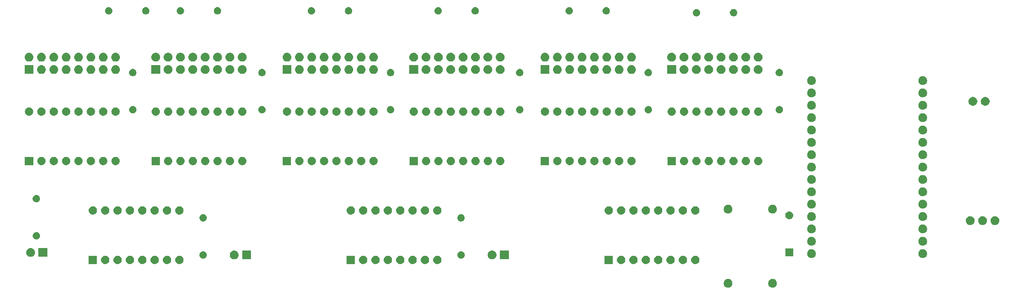
<source format=gbr>
G04 #@! TF.GenerationSoftware,KiCad,Pcbnew,(5.1.4-0-10_14)*
G04 #@! TF.CreationDate,2019-10-26T21:00:50-04:00*
G04 #@! TF.ProjectId,NixieClock,4e697869-6543-46c6-9f63-6b2e6b696361,rev?*
G04 #@! TF.SameCoordinates,Original*
G04 #@! TF.FileFunction,Soldermask,Top*
G04 #@! TF.FilePolarity,Negative*
%FSLAX46Y46*%
G04 Gerber Fmt 4.6, Leading zero omitted, Abs format (unit mm)*
G04 Created by KiCad (PCBNEW (5.1.4-0-10_14)) date 2019-10-26 21:00:50*
%MOMM*%
%LPD*%
G04 APERTURE LIST*
%ADD10C,0.100000*%
G04 APERTURE END LIST*
D10*
G36*
X232396512Y-129405927D02*
G01*
X232545812Y-129435624D01*
X232709784Y-129503544D01*
X232857354Y-129602147D01*
X232982853Y-129727646D01*
X233081456Y-129875216D01*
X233149376Y-130039188D01*
X233184000Y-130213259D01*
X233184000Y-130390741D01*
X233149376Y-130564812D01*
X233081456Y-130728784D01*
X232982853Y-130876354D01*
X232857354Y-131001853D01*
X232709784Y-131100456D01*
X232545812Y-131168376D01*
X232396512Y-131198073D01*
X232371742Y-131203000D01*
X232194258Y-131203000D01*
X232169488Y-131198073D01*
X232020188Y-131168376D01*
X231856216Y-131100456D01*
X231708646Y-131001853D01*
X231583147Y-130876354D01*
X231484544Y-130728784D01*
X231416624Y-130564812D01*
X231382000Y-130390741D01*
X231382000Y-130213259D01*
X231416624Y-130039188D01*
X231484544Y-129875216D01*
X231583147Y-129727646D01*
X231708646Y-129602147D01*
X231856216Y-129503544D01*
X232020188Y-129435624D01*
X232169488Y-129405927D01*
X232194258Y-129401000D01*
X232371742Y-129401000D01*
X232396512Y-129405927D01*
X232396512Y-129405927D01*
G37*
G36*
X223252512Y-129405927D02*
G01*
X223401812Y-129435624D01*
X223565784Y-129503544D01*
X223713354Y-129602147D01*
X223838853Y-129727646D01*
X223937456Y-129875216D01*
X224005376Y-130039188D01*
X224040000Y-130213259D01*
X224040000Y-130390741D01*
X224005376Y-130564812D01*
X223937456Y-130728784D01*
X223838853Y-130876354D01*
X223713354Y-131001853D01*
X223565784Y-131100456D01*
X223401812Y-131168376D01*
X223252512Y-131198073D01*
X223227742Y-131203000D01*
X223050258Y-131203000D01*
X223025488Y-131198073D01*
X222876188Y-131168376D01*
X222712216Y-131100456D01*
X222564646Y-131001853D01*
X222439147Y-130876354D01*
X222340544Y-130728784D01*
X222272624Y-130564812D01*
X222238000Y-130390741D01*
X222238000Y-130213259D01*
X222272624Y-130039188D01*
X222340544Y-129875216D01*
X222439147Y-129727646D01*
X222564646Y-129602147D01*
X222712216Y-129503544D01*
X222876188Y-129435624D01*
X223025488Y-129405927D01*
X223050258Y-129401000D01*
X223227742Y-129401000D01*
X223252512Y-129405927D01*
X223252512Y-129405927D01*
G37*
G36*
X211494823Y-124637313D02*
G01*
X211655242Y-124685976D01*
X211780635Y-124753000D01*
X211803078Y-124764996D01*
X211932659Y-124871341D01*
X212039004Y-125000922D01*
X212039005Y-125000924D01*
X212118024Y-125148758D01*
X212166687Y-125309177D01*
X212183117Y-125476000D01*
X212166687Y-125642823D01*
X212118024Y-125803242D01*
X212047114Y-125935906D01*
X212039004Y-125951078D01*
X211932659Y-126080659D01*
X211803078Y-126187004D01*
X211803076Y-126187005D01*
X211655242Y-126266024D01*
X211494823Y-126314687D01*
X211369804Y-126327000D01*
X211286196Y-126327000D01*
X211161177Y-126314687D01*
X211000758Y-126266024D01*
X210852924Y-126187005D01*
X210852922Y-126187004D01*
X210723341Y-126080659D01*
X210616996Y-125951078D01*
X210608886Y-125935906D01*
X210537976Y-125803242D01*
X210489313Y-125642823D01*
X210472883Y-125476000D01*
X210489313Y-125309177D01*
X210537976Y-125148758D01*
X210616995Y-125000924D01*
X210616996Y-125000922D01*
X210723341Y-124871341D01*
X210852922Y-124764996D01*
X210875365Y-124753000D01*
X211000758Y-124685976D01*
X211161177Y-124637313D01*
X211286196Y-124625000D01*
X211369804Y-124625000D01*
X211494823Y-124637313D01*
X211494823Y-124637313D01*
G37*
G36*
X208954823Y-124637313D02*
G01*
X209115242Y-124685976D01*
X209240635Y-124753000D01*
X209263078Y-124764996D01*
X209392659Y-124871341D01*
X209499004Y-125000922D01*
X209499005Y-125000924D01*
X209578024Y-125148758D01*
X209626687Y-125309177D01*
X209643117Y-125476000D01*
X209626687Y-125642823D01*
X209578024Y-125803242D01*
X209507114Y-125935906D01*
X209499004Y-125951078D01*
X209392659Y-126080659D01*
X209263078Y-126187004D01*
X209263076Y-126187005D01*
X209115242Y-126266024D01*
X208954823Y-126314687D01*
X208829804Y-126327000D01*
X208746196Y-126327000D01*
X208621177Y-126314687D01*
X208460758Y-126266024D01*
X208312924Y-126187005D01*
X208312922Y-126187004D01*
X208183341Y-126080659D01*
X208076996Y-125951078D01*
X208068886Y-125935906D01*
X207997976Y-125803242D01*
X207949313Y-125642823D01*
X207932883Y-125476000D01*
X207949313Y-125309177D01*
X207997976Y-125148758D01*
X208076995Y-125000924D01*
X208076996Y-125000922D01*
X208183341Y-124871341D01*
X208312922Y-124764996D01*
X208335365Y-124753000D01*
X208460758Y-124685976D01*
X208621177Y-124637313D01*
X208746196Y-124625000D01*
X208829804Y-124625000D01*
X208954823Y-124637313D01*
X208954823Y-124637313D01*
G37*
G36*
X206414823Y-124637313D02*
G01*
X206575242Y-124685976D01*
X206700635Y-124753000D01*
X206723078Y-124764996D01*
X206852659Y-124871341D01*
X206959004Y-125000922D01*
X206959005Y-125000924D01*
X207038024Y-125148758D01*
X207086687Y-125309177D01*
X207103117Y-125476000D01*
X207086687Y-125642823D01*
X207038024Y-125803242D01*
X206967114Y-125935906D01*
X206959004Y-125951078D01*
X206852659Y-126080659D01*
X206723078Y-126187004D01*
X206723076Y-126187005D01*
X206575242Y-126266024D01*
X206414823Y-126314687D01*
X206289804Y-126327000D01*
X206206196Y-126327000D01*
X206081177Y-126314687D01*
X205920758Y-126266024D01*
X205772924Y-126187005D01*
X205772922Y-126187004D01*
X205643341Y-126080659D01*
X205536996Y-125951078D01*
X205528886Y-125935906D01*
X205457976Y-125803242D01*
X205409313Y-125642823D01*
X205392883Y-125476000D01*
X205409313Y-125309177D01*
X205457976Y-125148758D01*
X205536995Y-125000924D01*
X205536996Y-125000922D01*
X205643341Y-124871341D01*
X205772922Y-124764996D01*
X205795365Y-124753000D01*
X205920758Y-124685976D01*
X206081177Y-124637313D01*
X206206196Y-124625000D01*
X206289804Y-124625000D01*
X206414823Y-124637313D01*
X206414823Y-124637313D01*
G37*
G36*
X203874823Y-124637313D02*
G01*
X204035242Y-124685976D01*
X204160635Y-124753000D01*
X204183078Y-124764996D01*
X204312659Y-124871341D01*
X204419004Y-125000922D01*
X204419005Y-125000924D01*
X204498024Y-125148758D01*
X204546687Y-125309177D01*
X204563117Y-125476000D01*
X204546687Y-125642823D01*
X204498024Y-125803242D01*
X204427114Y-125935906D01*
X204419004Y-125951078D01*
X204312659Y-126080659D01*
X204183078Y-126187004D01*
X204183076Y-126187005D01*
X204035242Y-126266024D01*
X203874823Y-126314687D01*
X203749804Y-126327000D01*
X203666196Y-126327000D01*
X203541177Y-126314687D01*
X203380758Y-126266024D01*
X203232924Y-126187005D01*
X203232922Y-126187004D01*
X203103341Y-126080659D01*
X202996996Y-125951078D01*
X202988886Y-125935906D01*
X202917976Y-125803242D01*
X202869313Y-125642823D01*
X202852883Y-125476000D01*
X202869313Y-125309177D01*
X202917976Y-125148758D01*
X202996995Y-125000924D01*
X202996996Y-125000922D01*
X203103341Y-124871341D01*
X203232922Y-124764996D01*
X203255365Y-124753000D01*
X203380758Y-124685976D01*
X203541177Y-124637313D01*
X203666196Y-124625000D01*
X203749804Y-124625000D01*
X203874823Y-124637313D01*
X203874823Y-124637313D01*
G37*
G36*
X201334823Y-124637313D02*
G01*
X201495242Y-124685976D01*
X201620635Y-124753000D01*
X201643078Y-124764996D01*
X201772659Y-124871341D01*
X201879004Y-125000922D01*
X201879005Y-125000924D01*
X201958024Y-125148758D01*
X202006687Y-125309177D01*
X202023117Y-125476000D01*
X202006687Y-125642823D01*
X201958024Y-125803242D01*
X201887114Y-125935906D01*
X201879004Y-125951078D01*
X201772659Y-126080659D01*
X201643078Y-126187004D01*
X201643076Y-126187005D01*
X201495242Y-126266024D01*
X201334823Y-126314687D01*
X201209804Y-126327000D01*
X201126196Y-126327000D01*
X201001177Y-126314687D01*
X200840758Y-126266024D01*
X200692924Y-126187005D01*
X200692922Y-126187004D01*
X200563341Y-126080659D01*
X200456996Y-125951078D01*
X200448886Y-125935906D01*
X200377976Y-125803242D01*
X200329313Y-125642823D01*
X200312883Y-125476000D01*
X200329313Y-125309177D01*
X200377976Y-125148758D01*
X200456995Y-125000924D01*
X200456996Y-125000922D01*
X200563341Y-124871341D01*
X200692922Y-124764996D01*
X200715365Y-124753000D01*
X200840758Y-124685976D01*
X201001177Y-124637313D01*
X201126196Y-124625000D01*
X201209804Y-124625000D01*
X201334823Y-124637313D01*
X201334823Y-124637313D01*
G37*
G36*
X199479000Y-126327000D02*
G01*
X197777000Y-126327000D01*
X197777000Y-124625000D01*
X199479000Y-124625000D01*
X199479000Y-126327000D01*
X199479000Y-126327000D01*
G37*
G36*
X163574823Y-124637313D02*
G01*
X163735242Y-124685976D01*
X163860635Y-124753000D01*
X163883078Y-124764996D01*
X164012659Y-124871341D01*
X164119004Y-125000922D01*
X164119005Y-125000924D01*
X164198024Y-125148758D01*
X164246687Y-125309177D01*
X164263117Y-125476000D01*
X164246687Y-125642823D01*
X164198024Y-125803242D01*
X164127114Y-125935906D01*
X164119004Y-125951078D01*
X164012659Y-126080659D01*
X163883078Y-126187004D01*
X163883076Y-126187005D01*
X163735242Y-126266024D01*
X163574823Y-126314687D01*
X163449804Y-126327000D01*
X163366196Y-126327000D01*
X163241177Y-126314687D01*
X163080758Y-126266024D01*
X162932924Y-126187005D01*
X162932922Y-126187004D01*
X162803341Y-126080659D01*
X162696996Y-125951078D01*
X162688886Y-125935906D01*
X162617976Y-125803242D01*
X162569313Y-125642823D01*
X162552883Y-125476000D01*
X162569313Y-125309177D01*
X162617976Y-125148758D01*
X162696995Y-125000924D01*
X162696996Y-125000922D01*
X162803341Y-124871341D01*
X162932922Y-124764996D01*
X162955365Y-124753000D01*
X163080758Y-124685976D01*
X163241177Y-124637313D01*
X163366196Y-124625000D01*
X163449804Y-124625000D01*
X163574823Y-124637313D01*
X163574823Y-124637313D01*
G37*
G36*
X161034823Y-124637313D02*
G01*
X161195242Y-124685976D01*
X161320635Y-124753000D01*
X161343078Y-124764996D01*
X161472659Y-124871341D01*
X161579004Y-125000922D01*
X161579005Y-125000924D01*
X161658024Y-125148758D01*
X161706687Y-125309177D01*
X161723117Y-125476000D01*
X161706687Y-125642823D01*
X161658024Y-125803242D01*
X161587114Y-125935906D01*
X161579004Y-125951078D01*
X161472659Y-126080659D01*
X161343078Y-126187004D01*
X161343076Y-126187005D01*
X161195242Y-126266024D01*
X161034823Y-126314687D01*
X160909804Y-126327000D01*
X160826196Y-126327000D01*
X160701177Y-126314687D01*
X160540758Y-126266024D01*
X160392924Y-126187005D01*
X160392922Y-126187004D01*
X160263341Y-126080659D01*
X160156996Y-125951078D01*
X160148886Y-125935906D01*
X160077976Y-125803242D01*
X160029313Y-125642823D01*
X160012883Y-125476000D01*
X160029313Y-125309177D01*
X160077976Y-125148758D01*
X160156995Y-125000924D01*
X160156996Y-125000922D01*
X160263341Y-124871341D01*
X160392922Y-124764996D01*
X160415365Y-124753000D01*
X160540758Y-124685976D01*
X160701177Y-124637313D01*
X160826196Y-124625000D01*
X160909804Y-124625000D01*
X161034823Y-124637313D01*
X161034823Y-124637313D01*
G37*
G36*
X158494823Y-124637313D02*
G01*
X158655242Y-124685976D01*
X158780635Y-124753000D01*
X158803078Y-124764996D01*
X158932659Y-124871341D01*
X159039004Y-125000922D01*
X159039005Y-125000924D01*
X159118024Y-125148758D01*
X159166687Y-125309177D01*
X159183117Y-125476000D01*
X159166687Y-125642823D01*
X159118024Y-125803242D01*
X159047114Y-125935906D01*
X159039004Y-125951078D01*
X158932659Y-126080659D01*
X158803078Y-126187004D01*
X158803076Y-126187005D01*
X158655242Y-126266024D01*
X158494823Y-126314687D01*
X158369804Y-126327000D01*
X158286196Y-126327000D01*
X158161177Y-126314687D01*
X158000758Y-126266024D01*
X157852924Y-126187005D01*
X157852922Y-126187004D01*
X157723341Y-126080659D01*
X157616996Y-125951078D01*
X157608886Y-125935906D01*
X157537976Y-125803242D01*
X157489313Y-125642823D01*
X157472883Y-125476000D01*
X157489313Y-125309177D01*
X157537976Y-125148758D01*
X157616995Y-125000924D01*
X157616996Y-125000922D01*
X157723341Y-124871341D01*
X157852922Y-124764996D01*
X157875365Y-124753000D01*
X158000758Y-124685976D01*
X158161177Y-124637313D01*
X158286196Y-124625000D01*
X158369804Y-124625000D01*
X158494823Y-124637313D01*
X158494823Y-124637313D01*
G37*
G36*
X155954823Y-124637313D02*
G01*
X156115242Y-124685976D01*
X156240635Y-124753000D01*
X156263078Y-124764996D01*
X156392659Y-124871341D01*
X156499004Y-125000922D01*
X156499005Y-125000924D01*
X156578024Y-125148758D01*
X156626687Y-125309177D01*
X156643117Y-125476000D01*
X156626687Y-125642823D01*
X156578024Y-125803242D01*
X156507114Y-125935906D01*
X156499004Y-125951078D01*
X156392659Y-126080659D01*
X156263078Y-126187004D01*
X156263076Y-126187005D01*
X156115242Y-126266024D01*
X155954823Y-126314687D01*
X155829804Y-126327000D01*
X155746196Y-126327000D01*
X155621177Y-126314687D01*
X155460758Y-126266024D01*
X155312924Y-126187005D01*
X155312922Y-126187004D01*
X155183341Y-126080659D01*
X155076996Y-125951078D01*
X155068886Y-125935906D01*
X154997976Y-125803242D01*
X154949313Y-125642823D01*
X154932883Y-125476000D01*
X154949313Y-125309177D01*
X154997976Y-125148758D01*
X155076995Y-125000924D01*
X155076996Y-125000922D01*
X155183341Y-124871341D01*
X155312922Y-124764996D01*
X155335365Y-124753000D01*
X155460758Y-124685976D01*
X155621177Y-124637313D01*
X155746196Y-124625000D01*
X155829804Y-124625000D01*
X155954823Y-124637313D01*
X155954823Y-124637313D01*
G37*
G36*
X153414823Y-124637313D02*
G01*
X153575242Y-124685976D01*
X153700635Y-124753000D01*
X153723078Y-124764996D01*
X153852659Y-124871341D01*
X153959004Y-125000922D01*
X153959005Y-125000924D01*
X154038024Y-125148758D01*
X154086687Y-125309177D01*
X154103117Y-125476000D01*
X154086687Y-125642823D01*
X154038024Y-125803242D01*
X153967114Y-125935906D01*
X153959004Y-125951078D01*
X153852659Y-126080659D01*
X153723078Y-126187004D01*
X153723076Y-126187005D01*
X153575242Y-126266024D01*
X153414823Y-126314687D01*
X153289804Y-126327000D01*
X153206196Y-126327000D01*
X153081177Y-126314687D01*
X152920758Y-126266024D01*
X152772924Y-126187005D01*
X152772922Y-126187004D01*
X152643341Y-126080659D01*
X152536996Y-125951078D01*
X152528886Y-125935906D01*
X152457976Y-125803242D01*
X152409313Y-125642823D01*
X152392883Y-125476000D01*
X152409313Y-125309177D01*
X152457976Y-125148758D01*
X152536995Y-125000924D01*
X152536996Y-125000922D01*
X152643341Y-124871341D01*
X152772922Y-124764996D01*
X152795365Y-124753000D01*
X152920758Y-124685976D01*
X153081177Y-124637313D01*
X153206196Y-124625000D01*
X153289804Y-124625000D01*
X153414823Y-124637313D01*
X153414823Y-124637313D01*
G37*
G36*
X150874823Y-124637313D02*
G01*
X151035242Y-124685976D01*
X151160635Y-124753000D01*
X151183078Y-124764996D01*
X151312659Y-124871341D01*
X151419004Y-125000922D01*
X151419005Y-125000924D01*
X151498024Y-125148758D01*
X151546687Y-125309177D01*
X151563117Y-125476000D01*
X151546687Y-125642823D01*
X151498024Y-125803242D01*
X151427114Y-125935906D01*
X151419004Y-125951078D01*
X151312659Y-126080659D01*
X151183078Y-126187004D01*
X151183076Y-126187005D01*
X151035242Y-126266024D01*
X150874823Y-126314687D01*
X150749804Y-126327000D01*
X150666196Y-126327000D01*
X150541177Y-126314687D01*
X150380758Y-126266024D01*
X150232924Y-126187005D01*
X150232922Y-126187004D01*
X150103341Y-126080659D01*
X149996996Y-125951078D01*
X149988886Y-125935906D01*
X149917976Y-125803242D01*
X149869313Y-125642823D01*
X149852883Y-125476000D01*
X149869313Y-125309177D01*
X149917976Y-125148758D01*
X149996995Y-125000924D01*
X149996996Y-125000922D01*
X150103341Y-124871341D01*
X150232922Y-124764996D01*
X150255365Y-124753000D01*
X150380758Y-124685976D01*
X150541177Y-124637313D01*
X150666196Y-124625000D01*
X150749804Y-124625000D01*
X150874823Y-124637313D01*
X150874823Y-124637313D01*
G37*
G36*
X148334823Y-124637313D02*
G01*
X148495242Y-124685976D01*
X148620635Y-124753000D01*
X148643078Y-124764996D01*
X148772659Y-124871341D01*
X148879004Y-125000922D01*
X148879005Y-125000924D01*
X148958024Y-125148758D01*
X149006687Y-125309177D01*
X149023117Y-125476000D01*
X149006687Y-125642823D01*
X148958024Y-125803242D01*
X148887114Y-125935906D01*
X148879004Y-125951078D01*
X148772659Y-126080659D01*
X148643078Y-126187004D01*
X148643076Y-126187005D01*
X148495242Y-126266024D01*
X148334823Y-126314687D01*
X148209804Y-126327000D01*
X148126196Y-126327000D01*
X148001177Y-126314687D01*
X147840758Y-126266024D01*
X147692924Y-126187005D01*
X147692922Y-126187004D01*
X147563341Y-126080659D01*
X147456996Y-125951078D01*
X147448886Y-125935906D01*
X147377976Y-125803242D01*
X147329313Y-125642823D01*
X147312883Y-125476000D01*
X147329313Y-125309177D01*
X147377976Y-125148758D01*
X147456995Y-125000924D01*
X147456996Y-125000922D01*
X147563341Y-124871341D01*
X147692922Y-124764996D01*
X147715365Y-124753000D01*
X147840758Y-124685976D01*
X148001177Y-124637313D01*
X148126196Y-124625000D01*
X148209804Y-124625000D01*
X148334823Y-124637313D01*
X148334823Y-124637313D01*
G37*
G36*
X146479000Y-126327000D02*
G01*
X144777000Y-126327000D01*
X144777000Y-124625000D01*
X146479000Y-124625000D01*
X146479000Y-126327000D01*
X146479000Y-126327000D01*
G37*
G36*
X110574823Y-124637313D02*
G01*
X110735242Y-124685976D01*
X110860635Y-124753000D01*
X110883078Y-124764996D01*
X111012659Y-124871341D01*
X111119004Y-125000922D01*
X111119005Y-125000924D01*
X111198024Y-125148758D01*
X111246687Y-125309177D01*
X111263117Y-125476000D01*
X111246687Y-125642823D01*
X111198024Y-125803242D01*
X111127114Y-125935906D01*
X111119004Y-125951078D01*
X111012659Y-126080659D01*
X110883078Y-126187004D01*
X110883076Y-126187005D01*
X110735242Y-126266024D01*
X110574823Y-126314687D01*
X110449804Y-126327000D01*
X110366196Y-126327000D01*
X110241177Y-126314687D01*
X110080758Y-126266024D01*
X109932924Y-126187005D01*
X109932922Y-126187004D01*
X109803341Y-126080659D01*
X109696996Y-125951078D01*
X109688886Y-125935906D01*
X109617976Y-125803242D01*
X109569313Y-125642823D01*
X109552883Y-125476000D01*
X109569313Y-125309177D01*
X109617976Y-125148758D01*
X109696995Y-125000924D01*
X109696996Y-125000922D01*
X109803341Y-124871341D01*
X109932922Y-124764996D01*
X109955365Y-124753000D01*
X110080758Y-124685976D01*
X110241177Y-124637313D01*
X110366196Y-124625000D01*
X110449804Y-124625000D01*
X110574823Y-124637313D01*
X110574823Y-124637313D01*
G37*
G36*
X108034823Y-124637313D02*
G01*
X108195242Y-124685976D01*
X108320635Y-124753000D01*
X108343078Y-124764996D01*
X108472659Y-124871341D01*
X108579004Y-125000922D01*
X108579005Y-125000924D01*
X108658024Y-125148758D01*
X108706687Y-125309177D01*
X108723117Y-125476000D01*
X108706687Y-125642823D01*
X108658024Y-125803242D01*
X108587114Y-125935906D01*
X108579004Y-125951078D01*
X108472659Y-126080659D01*
X108343078Y-126187004D01*
X108343076Y-126187005D01*
X108195242Y-126266024D01*
X108034823Y-126314687D01*
X107909804Y-126327000D01*
X107826196Y-126327000D01*
X107701177Y-126314687D01*
X107540758Y-126266024D01*
X107392924Y-126187005D01*
X107392922Y-126187004D01*
X107263341Y-126080659D01*
X107156996Y-125951078D01*
X107148886Y-125935906D01*
X107077976Y-125803242D01*
X107029313Y-125642823D01*
X107012883Y-125476000D01*
X107029313Y-125309177D01*
X107077976Y-125148758D01*
X107156995Y-125000924D01*
X107156996Y-125000922D01*
X107263341Y-124871341D01*
X107392922Y-124764996D01*
X107415365Y-124753000D01*
X107540758Y-124685976D01*
X107701177Y-124637313D01*
X107826196Y-124625000D01*
X107909804Y-124625000D01*
X108034823Y-124637313D01*
X108034823Y-124637313D01*
G37*
G36*
X105494823Y-124637313D02*
G01*
X105655242Y-124685976D01*
X105780635Y-124753000D01*
X105803078Y-124764996D01*
X105932659Y-124871341D01*
X106039004Y-125000922D01*
X106039005Y-125000924D01*
X106118024Y-125148758D01*
X106166687Y-125309177D01*
X106183117Y-125476000D01*
X106166687Y-125642823D01*
X106118024Y-125803242D01*
X106047114Y-125935906D01*
X106039004Y-125951078D01*
X105932659Y-126080659D01*
X105803078Y-126187004D01*
X105803076Y-126187005D01*
X105655242Y-126266024D01*
X105494823Y-126314687D01*
X105369804Y-126327000D01*
X105286196Y-126327000D01*
X105161177Y-126314687D01*
X105000758Y-126266024D01*
X104852924Y-126187005D01*
X104852922Y-126187004D01*
X104723341Y-126080659D01*
X104616996Y-125951078D01*
X104608886Y-125935906D01*
X104537976Y-125803242D01*
X104489313Y-125642823D01*
X104472883Y-125476000D01*
X104489313Y-125309177D01*
X104537976Y-125148758D01*
X104616995Y-125000924D01*
X104616996Y-125000922D01*
X104723341Y-124871341D01*
X104852922Y-124764996D01*
X104875365Y-124753000D01*
X105000758Y-124685976D01*
X105161177Y-124637313D01*
X105286196Y-124625000D01*
X105369804Y-124625000D01*
X105494823Y-124637313D01*
X105494823Y-124637313D01*
G37*
G36*
X102954823Y-124637313D02*
G01*
X103115242Y-124685976D01*
X103240635Y-124753000D01*
X103263078Y-124764996D01*
X103392659Y-124871341D01*
X103499004Y-125000922D01*
X103499005Y-125000924D01*
X103578024Y-125148758D01*
X103626687Y-125309177D01*
X103643117Y-125476000D01*
X103626687Y-125642823D01*
X103578024Y-125803242D01*
X103507114Y-125935906D01*
X103499004Y-125951078D01*
X103392659Y-126080659D01*
X103263078Y-126187004D01*
X103263076Y-126187005D01*
X103115242Y-126266024D01*
X102954823Y-126314687D01*
X102829804Y-126327000D01*
X102746196Y-126327000D01*
X102621177Y-126314687D01*
X102460758Y-126266024D01*
X102312924Y-126187005D01*
X102312922Y-126187004D01*
X102183341Y-126080659D01*
X102076996Y-125951078D01*
X102068886Y-125935906D01*
X101997976Y-125803242D01*
X101949313Y-125642823D01*
X101932883Y-125476000D01*
X101949313Y-125309177D01*
X101997976Y-125148758D01*
X102076995Y-125000924D01*
X102076996Y-125000922D01*
X102183341Y-124871341D01*
X102312922Y-124764996D01*
X102335365Y-124753000D01*
X102460758Y-124685976D01*
X102621177Y-124637313D01*
X102746196Y-124625000D01*
X102829804Y-124625000D01*
X102954823Y-124637313D01*
X102954823Y-124637313D01*
G37*
G36*
X100414823Y-124637313D02*
G01*
X100575242Y-124685976D01*
X100700635Y-124753000D01*
X100723078Y-124764996D01*
X100852659Y-124871341D01*
X100959004Y-125000922D01*
X100959005Y-125000924D01*
X101038024Y-125148758D01*
X101086687Y-125309177D01*
X101103117Y-125476000D01*
X101086687Y-125642823D01*
X101038024Y-125803242D01*
X100967114Y-125935906D01*
X100959004Y-125951078D01*
X100852659Y-126080659D01*
X100723078Y-126187004D01*
X100723076Y-126187005D01*
X100575242Y-126266024D01*
X100414823Y-126314687D01*
X100289804Y-126327000D01*
X100206196Y-126327000D01*
X100081177Y-126314687D01*
X99920758Y-126266024D01*
X99772924Y-126187005D01*
X99772922Y-126187004D01*
X99643341Y-126080659D01*
X99536996Y-125951078D01*
X99528886Y-125935906D01*
X99457976Y-125803242D01*
X99409313Y-125642823D01*
X99392883Y-125476000D01*
X99409313Y-125309177D01*
X99457976Y-125148758D01*
X99536995Y-125000924D01*
X99536996Y-125000922D01*
X99643341Y-124871341D01*
X99772922Y-124764996D01*
X99795365Y-124753000D01*
X99920758Y-124685976D01*
X100081177Y-124637313D01*
X100206196Y-124625000D01*
X100289804Y-124625000D01*
X100414823Y-124637313D01*
X100414823Y-124637313D01*
G37*
G36*
X97874823Y-124637313D02*
G01*
X98035242Y-124685976D01*
X98160635Y-124753000D01*
X98183078Y-124764996D01*
X98312659Y-124871341D01*
X98419004Y-125000922D01*
X98419005Y-125000924D01*
X98498024Y-125148758D01*
X98546687Y-125309177D01*
X98563117Y-125476000D01*
X98546687Y-125642823D01*
X98498024Y-125803242D01*
X98427114Y-125935906D01*
X98419004Y-125951078D01*
X98312659Y-126080659D01*
X98183078Y-126187004D01*
X98183076Y-126187005D01*
X98035242Y-126266024D01*
X97874823Y-126314687D01*
X97749804Y-126327000D01*
X97666196Y-126327000D01*
X97541177Y-126314687D01*
X97380758Y-126266024D01*
X97232924Y-126187005D01*
X97232922Y-126187004D01*
X97103341Y-126080659D01*
X96996996Y-125951078D01*
X96988886Y-125935906D01*
X96917976Y-125803242D01*
X96869313Y-125642823D01*
X96852883Y-125476000D01*
X96869313Y-125309177D01*
X96917976Y-125148758D01*
X96996995Y-125000924D01*
X96996996Y-125000922D01*
X97103341Y-124871341D01*
X97232922Y-124764996D01*
X97255365Y-124753000D01*
X97380758Y-124685976D01*
X97541177Y-124637313D01*
X97666196Y-124625000D01*
X97749804Y-124625000D01*
X97874823Y-124637313D01*
X97874823Y-124637313D01*
G37*
G36*
X95334823Y-124637313D02*
G01*
X95495242Y-124685976D01*
X95620635Y-124753000D01*
X95643078Y-124764996D01*
X95772659Y-124871341D01*
X95879004Y-125000922D01*
X95879005Y-125000924D01*
X95958024Y-125148758D01*
X96006687Y-125309177D01*
X96023117Y-125476000D01*
X96006687Y-125642823D01*
X95958024Y-125803242D01*
X95887114Y-125935906D01*
X95879004Y-125951078D01*
X95772659Y-126080659D01*
X95643078Y-126187004D01*
X95643076Y-126187005D01*
X95495242Y-126266024D01*
X95334823Y-126314687D01*
X95209804Y-126327000D01*
X95126196Y-126327000D01*
X95001177Y-126314687D01*
X94840758Y-126266024D01*
X94692924Y-126187005D01*
X94692922Y-126187004D01*
X94563341Y-126080659D01*
X94456996Y-125951078D01*
X94448886Y-125935906D01*
X94377976Y-125803242D01*
X94329313Y-125642823D01*
X94312883Y-125476000D01*
X94329313Y-125309177D01*
X94377976Y-125148758D01*
X94456995Y-125000924D01*
X94456996Y-125000922D01*
X94563341Y-124871341D01*
X94692922Y-124764996D01*
X94715365Y-124753000D01*
X94840758Y-124685976D01*
X95001177Y-124637313D01*
X95126196Y-124625000D01*
X95209804Y-124625000D01*
X95334823Y-124637313D01*
X95334823Y-124637313D01*
G37*
G36*
X93479000Y-126327000D02*
G01*
X91777000Y-126327000D01*
X91777000Y-124625000D01*
X93479000Y-124625000D01*
X93479000Y-126327000D01*
X93479000Y-126327000D01*
G37*
G36*
X214034823Y-124637313D02*
G01*
X214195242Y-124685976D01*
X214320635Y-124753000D01*
X214343078Y-124764996D01*
X214472659Y-124871341D01*
X214579004Y-125000922D01*
X214579005Y-125000924D01*
X214658024Y-125148758D01*
X214706687Y-125309177D01*
X214723117Y-125476000D01*
X214706687Y-125642823D01*
X214658024Y-125803242D01*
X214587114Y-125935906D01*
X214579004Y-125951078D01*
X214472659Y-126080659D01*
X214343078Y-126187004D01*
X214343076Y-126187005D01*
X214195242Y-126266024D01*
X214034823Y-126314687D01*
X213909804Y-126327000D01*
X213826196Y-126327000D01*
X213701177Y-126314687D01*
X213540758Y-126266024D01*
X213392924Y-126187005D01*
X213392922Y-126187004D01*
X213263341Y-126080659D01*
X213156996Y-125951078D01*
X213148886Y-125935906D01*
X213077976Y-125803242D01*
X213029313Y-125642823D01*
X213012883Y-125476000D01*
X213029313Y-125309177D01*
X213077976Y-125148758D01*
X213156995Y-125000924D01*
X213156996Y-125000922D01*
X213263341Y-124871341D01*
X213392922Y-124764996D01*
X213415365Y-124753000D01*
X213540758Y-124685976D01*
X213701177Y-124637313D01*
X213826196Y-124625000D01*
X213909804Y-124625000D01*
X214034823Y-124637313D01*
X214034823Y-124637313D01*
G37*
G36*
X216574823Y-124637313D02*
G01*
X216735242Y-124685976D01*
X216860635Y-124753000D01*
X216883078Y-124764996D01*
X217012659Y-124871341D01*
X217119004Y-125000922D01*
X217119005Y-125000924D01*
X217198024Y-125148758D01*
X217246687Y-125309177D01*
X217263117Y-125476000D01*
X217246687Y-125642823D01*
X217198024Y-125803242D01*
X217127114Y-125935906D01*
X217119004Y-125951078D01*
X217012659Y-126080659D01*
X216883078Y-126187004D01*
X216883076Y-126187005D01*
X216735242Y-126266024D01*
X216574823Y-126314687D01*
X216449804Y-126327000D01*
X216366196Y-126327000D01*
X216241177Y-126314687D01*
X216080758Y-126266024D01*
X215932924Y-126187005D01*
X215932922Y-126187004D01*
X215803341Y-126080659D01*
X215696996Y-125951078D01*
X215688886Y-125935906D01*
X215617976Y-125803242D01*
X215569313Y-125642823D01*
X215552883Y-125476000D01*
X215569313Y-125309177D01*
X215617976Y-125148758D01*
X215696995Y-125000924D01*
X215696996Y-125000922D01*
X215803341Y-124871341D01*
X215932922Y-124764996D01*
X215955365Y-124753000D01*
X216080758Y-124685976D01*
X216241177Y-124637313D01*
X216366196Y-124625000D01*
X216449804Y-124625000D01*
X216574823Y-124637313D01*
X216574823Y-124637313D01*
G37*
G36*
X178091400Y-125361000D02*
G01*
X176289400Y-125361000D01*
X176289400Y-123559000D01*
X178091400Y-123559000D01*
X178091400Y-125361000D01*
X178091400Y-125361000D01*
G37*
G36*
X174760842Y-123565518D02*
G01*
X174827027Y-123572037D01*
X174996866Y-123623557D01*
X175153391Y-123707222D01*
X175155557Y-123709000D01*
X175290586Y-123819814D01*
X175373848Y-123921271D01*
X175403178Y-123957009D01*
X175486843Y-124113534D01*
X175538363Y-124283373D01*
X175555759Y-124460000D01*
X175538363Y-124636627D01*
X175486843Y-124806466D01*
X175403178Y-124962991D01*
X175373848Y-124998729D01*
X175290586Y-125100186D01*
X175190723Y-125182140D01*
X175153391Y-125212778D01*
X174996866Y-125296443D01*
X174827027Y-125347963D01*
X174760842Y-125354482D01*
X174694660Y-125361000D01*
X174606140Y-125361000D01*
X174539958Y-125354482D01*
X174473773Y-125347963D01*
X174303934Y-125296443D01*
X174147409Y-125212778D01*
X174110077Y-125182140D01*
X174010214Y-125100186D01*
X173926952Y-124998729D01*
X173897622Y-124962991D01*
X173813957Y-124806466D01*
X173762437Y-124636627D01*
X173745041Y-124460000D01*
X173762437Y-124283373D01*
X173813957Y-124113534D01*
X173897622Y-123957009D01*
X173926952Y-123921271D01*
X174010214Y-123819814D01*
X174145243Y-123709000D01*
X174147409Y-123707222D01*
X174303934Y-123623557D01*
X174473773Y-123572037D01*
X174539958Y-123565518D01*
X174606140Y-123559000D01*
X174694660Y-123559000D01*
X174760842Y-123565518D01*
X174760842Y-123565518D01*
G37*
G36*
X125107000Y-125361000D02*
G01*
X123305000Y-125361000D01*
X123305000Y-123559000D01*
X125107000Y-123559000D01*
X125107000Y-125361000D01*
X125107000Y-125361000D01*
G37*
G36*
X121776442Y-123565518D02*
G01*
X121842627Y-123572037D01*
X122012466Y-123623557D01*
X122168991Y-123707222D01*
X122171157Y-123709000D01*
X122306186Y-123819814D01*
X122389448Y-123921271D01*
X122418778Y-123957009D01*
X122502443Y-124113534D01*
X122553963Y-124283373D01*
X122571359Y-124460000D01*
X122553963Y-124636627D01*
X122502443Y-124806466D01*
X122418778Y-124962991D01*
X122389448Y-124998729D01*
X122306186Y-125100186D01*
X122206323Y-125182140D01*
X122168991Y-125212778D01*
X122012466Y-125296443D01*
X121842627Y-125347963D01*
X121776442Y-125354482D01*
X121710260Y-125361000D01*
X121621740Y-125361000D01*
X121555558Y-125354482D01*
X121489373Y-125347963D01*
X121319534Y-125296443D01*
X121163009Y-125212778D01*
X121125677Y-125182140D01*
X121025814Y-125100186D01*
X120942552Y-124998729D01*
X120913222Y-124962991D01*
X120829557Y-124806466D01*
X120778037Y-124636627D01*
X120760641Y-124460000D01*
X120778037Y-124283373D01*
X120829557Y-124113534D01*
X120913222Y-123957009D01*
X120942552Y-123921271D01*
X121025814Y-123819814D01*
X121160843Y-123709000D01*
X121163009Y-123707222D01*
X121319534Y-123623557D01*
X121489373Y-123572037D01*
X121555558Y-123565518D01*
X121621740Y-123559000D01*
X121710260Y-123559000D01*
X121776442Y-123565518D01*
X121776442Y-123565518D01*
G37*
G36*
X168494059Y-123737860D02*
G01*
X168630732Y-123794472D01*
X168753735Y-123876660D01*
X168858340Y-123981265D01*
X168858341Y-123981267D01*
X168940529Y-124104270D01*
X168997140Y-124240941D01*
X169026000Y-124386032D01*
X169026000Y-124533968D01*
X169005580Y-124636627D01*
X168997140Y-124679059D01*
X168940528Y-124815732D01*
X168858340Y-124938735D01*
X168753735Y-125043340D01*
X168630732Y-125125528D01*
X168630731Y-125125529D01*
X168630730Y-125125529D01*
X168494059Y-125182140D01*
X168348968Y-125211000D01*
X168201032Y-125211000D01*
X168055941Y-125182140D01*
X167919270Y-125125529D01*
X167919269Y-125125529D01*
X167919268Y-125125528D01*
X167796265Y-125043340D01*
X167691660Y-124938735D01*
X167609472Y-124815732D01*
X167552860Y-124679059D01*
X167544420Y-124636627D01*
X167524000Y-124533968D01*
X167524000Y-124386032D01*
X167552860Y-124240941D01*
X167609471Y-124104270D01*
X167691659Y-123981267D01*
X167691660Y-123981265D01*
X167796265Y-123876660D01*
X167919268Y-123794472D01*
X168055941Y-123737860D01*
X168201032Y-123709000D01*
X168348968Y-123709000D01*
X168494059Y-123737860D01*
X168494059Y-123737860D01*
G37*
G36*
X115509659Y-123737860D02*
G01*
X115646332Y-123794472D01*
X115769335Y-123876660D01*
X115873940Y-123981265D01*
X115873941Y-123981267D01*
X115956129Y-124104270D01*
X116012740Y-124240941D01*
X116041600Y-124386032D01*
X116041600Y-124533968D01*
X116021180Y-124636627D01*
X116012740Y-124679059D01*
X115956128Y-124815732D01*
X115873940Y-124938735D01*
X115769335Y-125043340D01*
X115646332Y-125125528D01*
X115646331Y-125125529D01*
X115646330Y-125125529D01*
X115509659Y-125182140D01*
X115364568Y-125211000D01*
X115216632Y-125211000D01*
X115071541Y-125182140D01*
X114934870Y-125125529D01*
X114934869Y-125125529D01*
X114934868Y-125125528D01*
X114811865Y-125043340D01*
X114707260Y-124938735D01*
X114625072Y-124815732D01*
X114568460Y-124679059D01*
X114560020Y-124636627D01*
X114539600Y-124533968D01*
X114539600Y-124386032D01*
X114568460Y-124240941D01*
X114625071Y-124104270D01*
X114707259Y-123981267D01*
X114707260Y-123981265D01*
X114811865Y-123876660D01*
X114934868Y-123794472D01*
X115071541Y-123737860D01*
X115216632Y-123709000D01*
X115364568Y-123709000D01*
X115509659Y-123737860D01*
X115509659Y-123737860D01*
G37*
G36*
X263257512Y-123309927D02*
G01*
X263406812Y-123339624D01*
X263570784Y-123407544D01*
X263718354Y-123506147D01*
X263843853Y-123631646D01*
X263942456Y-123779216D01*
X264010376Y-123943188D01*
X264045000Y-124117259D01*
X264045000Y-124294741D01*
X264010376Y-124468812D01*
X263942456Y-124632784D01*
X263843853Y-124780354D01*
X263718354Y-124905853D01*
X263570784Y-125004456D01*
X263406812Y-125072376D01*
X263267003Y-125100185D01*
X263232742Y-125107000D01*
X263055258Y-125107000D01*
X263020997Y-125100185D01*
X262881188Y-125072376D01*
X262717216Y-125004456D01*
X262569646Y-124905853D01*
X262444147Y-124780354D01*
X262345544Y-124632784D01*
X262277624Y-124468812D01*
X262243000Y-124294741D01*
X262243000Y-124117259D01*
X262277624Y-123943188D01*
X262345544Y-123779216D01*
X262444147Y-123631646D01*
X262569646Y-123506147D01*
X262717216Y-123407544D01*
X262881188Y-123339624D01*
X263030488Y-123309927D01*
X263055258Y-123305000D01*
X263232742Y-123305000D01*
X263257512Y-123309927D01*
X263257512Y-123309927D01*
G37*
G36*
X240397512Y-123309927D02*
G01*
X240546812Y-123339624D01*
X240710784Y-123407544D01*
X240858354Y-123506147D01*
X240983853Y-123631646D01*
X241082456Y-123779216D01*
X241150376Y-123943188D01*
X241185000Y-124117259D01*
X241185000Y-124294741D01*
X241150376Y-124468812D01*
X241082456Y-124632784D01*
X240983853Y-124780354D01*
X240858354Y-124905853D01*
X240710784Y-125004456D01*
X240546812Y-125072376D01*
X240407003Y-125100185D01*
X240372742Y-125107000D01*
X240195258Y-125107000D01*
X240160997Y-125100185D01*
X240021188Y-125072376D01*
X239857216Y-125004456D01*
X239709646Y-124905853D01*
X239584147Y-124780354D01*
X239485544Y-124632784D01*
X239417624Y-124468812D01*
X239383000Y-124294741D01*
X239383000Y-124117259D01*
X239417624Y-123943188D01*
X239485544Y-123779216D01*
X239584147Y-123631646D01*
X239709646Y-123506147D01*
X239857216Y-123407544D01*
X240021188Y-123339624D01*
X240170488Y-123309927D01*
X240195258Y-123305000D01*
X240372742Y-123305000D01*
X240397512Y-123309927D01*
X240397512Y-123309927D01*
G37*
G36*
X83273200Y-124853000D02*
G01*
X81471200Y-124853000D01*
X81471200Y-123051000D01*
X83273200Y-123051000D01*
X83273200Y-124853000D01*
X83273200Y-124853000D01*
G37*
G36*
X79942642Y-123057518D02*
G01*
X80008827Y-123064037D01*
X80178666Y-123115557D01*
X80335191Y-123199222D01*
X80370929Y-123228552D01*
X80472386Y-123311814D01*
X80550948Y-123407544D01*
X80584978Y-123449009D01*
X80668643Y-123605534D01*
X80720163Y-123775373D01*
X80737559Y-123952000D01*
X80720163Y-124128627D01*
X80668643Y-124298466D01*
X80584978Y-124454991D01*
X80580867Y-124460000D01*
X80472386Y-124592186D01*
X80370929Y-124675448D01*
X80335191Y-124704778D01*
X80178666Y-124788443D01*
X80008827Y-124839963D01*
X79942642Y-124846482D01*
X79876460Y-124853000D01*
X79787940Y-124853000D01*
X79721758Y-124846482D01*
X79655573Y-124839963D01*
X79485734Y-124788443D01*
X79329209Y-124704778D01*
X79293471Y-124675448D01*
X79192014Y-124592186D01*
X79083533Y-124460000D01*
X79079422Y-124454991D01*
X78995757Y-124298466D01*
X78944237Y-124128627D01*
X78926841Y-123952000D01*
X78944237Y-123775373D01*
X78995757Y-123605534D01*
X79079422Y-123449009D01*
X79113452Y-123407544D01*
X79192014Y-123311814D01*
X79293471Y-123228552D01*
X79329209Y-123199222D01*
X79485734Y-123115557D01*
X79655573Y-123064037D01*
X79721758Y-123057518D01*
X79787940Y-123051000D01*
X79876460Y-123051000D01*
X79942642Y-123057518D01*
X79942642Y-123057518D01*
G37*
G36*
X236513000Y-124753000D02*
G01*
X234911000Y-124753000D01*
X234911000Y-123151000D01*
X236513000Y-123151000D01*
X236513000Y-124753000D01*
X236513000Y-124753000D01*
G37*
G36*
X263257512Y-120769927D02*
G01*
X263406812Y-120799624D01*
X263570784Y-120867544D01*
X263718354Y-120966147D01*
X263843853Y-121091646D01*
X263942456Y-121239216D01*
X264010376Y-121403188D01*
X264045000Y-121577259D01*
X264045000Y-121754741D01*
X264010376Y-121928812D01*
X263942456Y-122092784D01*
X263843853Y-122240354D01*
X263718354Y-122365853D01*
X263570784Y-122464456D01*
X263406812Y-122532376D01*
X263257512Y-122562073D01*
X263232742Y-122567000D01*
X263055258Y-122567000D01*
X263030488Y-122562073D01*
X262881188Y-122532376D01*
X262717216Y-122464456D01*
X262569646Y-122365853D01*
X262444147Y-122240354D01*
X262345544Y-122092784D01*
X262277624Y-121928812D01*
X262243000Y-121754741D01*
X262243000Y-121577259D01*
X262277624Y-121403188D01*
X262345544Y-121239216D01*
X262444147Y-121091646D01*
X262569646Y-120966147D01*
X262717216Y-120867544D01*
X262881188Y-120799624D01*
X263030488Y-120769927D01*
X263055258Y-120765000D01*
X263232742Y-120765000D01*
X263257512Y-120769927D01*
X263257512Y-120769927D01*
G37*
G36*
X240397512Y-120769927D02*
G01*
X240546812Y-120799624D01*
X240710784Y-120867544D01*
X240858354Y-120966147D01*
X240983853Y-121091646D01*
X241082456Y-121239216D01*
X241150376Y-121403188D01*
X241185000Y-121577259D01*
X241185000Y-121754741D01*
X241150376Y-121928812D01*
X241082456Y-122092784D01*
X240983853Y-122240354D01*
X240858354Y-122365853D01*
X240710784Y-122464456D01*
X240546812Y-122532376D01*
X240397512Y-122562073D01*
X240372742Y-122567000D01*
X240195258Y-122567000D01*
X240170488Y-122562073D01*
X240021188Y-122532376D01*
X239857216Y-122464456D01*
X239709646Y-122365853D01*
X239584147Y-122240354D01*
X239485544Y-122092784D01*
X239417624Y-121928812D01*
X239383000Y-121754741D01*
X239383000Y-121577259D01*
X239417624Y-121403188D01*
X239485544Y-121239216D01*
X239584147Y-121091646D01*
X239709646Y-120966147D01*
X239857216Y-120867544D01*
X240021188Y-120799624D01*
X240170488Y-120769927D01*
X240195258Y-120765000D01*
X240372742Y-120765000D01*
X240397512Y-120769927D01*
X240397512Y-120769927D01*
G37*
G36*
X81245059Y-119800860D02*
G01*
X81381732Y-119857472D01*
X81504735Y-119939660D01*
X81609340Y-120044265D01*
X81609341Y-120044267D01*
X81691529Y-120167270D01*
X81748140Y-120303941D01*
X81777000Y-120449032D01*
X81777000Y-120596968D01*
X81748140Y-120742059D01*
X81738638Y-120765000D01*
X81691528Y-120878732D01*
X81609340Y-121001735D01*
X81504735Y-121106340D01*
X81381732Y-121188528D01*
X81381731Y-121188529D01*
X81381730Y-121188529D01*
X81245059Y-121245140D01*
X81099968Y-121274000D01*
X80952032Y-121274000D01*
X80806941Y-121245140D01*
X80670270Y-121188529D01*
X80670269Y-121188529D01*
X80670268Y-121188528D01*
X80547265Y-121106340D01*
X80442660Y-121001735D01*
X80360472Y-120878732D01*
X80313363Y-120765000D01*
X80303860Y-120742059D01*
X80275000Y-120596968D01*
X80275000Y-120449032D01*
X80303860Y-120303941D01*
X80360471Y-120167270D01*
X80442659Y-120044267D01*
X80442660Y-120044265D01*
X80547265Y-119939660D01*
X80670268Y-119857472D01*
X80806941Y-119800860D01*
X80952032Y-119772000D01*
X81099968Y-119772000D01*
X81245059Y-119800860D01*
X81245059Y-119800860D01*
G37*
G36*
X240397512Y-118229927D02*
G01*
X240546812Y-118259624D01*
X240710784Y-118327544D01*
X240858354Y-118426147D01*
X240983853Y-118551646D01*
X241082456Y-118699216D01*
X241150376Y-118863188D01*
X241185000Y-119037259D01*
X241185000Y-119214741D01*
X241150376Y-119388812D01*
X241082456Y-119552784D01*
X240983853Y-119700354D01*
X240858354Y-119825853D01*
X240710784Y-119924456D01*
X240546812Y-119992376D01*
X240397512Y-120022073D01*
X240372742Y-120027000D01*
X240195258Y-120027000D01*
X240170488Y-120022073D01*
X240021188Y-119992376D01*
X239857216Y-119924456D01*
X239709646Y-119825853D01*
X239584147Y-119700354D01*
X239485544Y-119552784D01*
X239417624Y-119388812D01*
X239383000Y-119214741D01*
X239383000Y-119037259D01*
X239417624Y-118863188D01*
X239485544Y-118699216D01*
X239584147Y-118551646D01*
X239709646Y-118426147D01*
X239857216Y-118327544D01*
X240021188Y-118259624D01*
X240170488Y-118229927D01*
X240195258Y-118225000D01*
X240372742Y-118225000D01*
X240397512Y-118229927D01*
X240397512Y-118229927D01*
G37*
G36*
X263257512Y-118229927D02*
G01*
X263406812Y-118259624D01*
X263570784Y-118327544D01*
X263718354Y-118426147D01*
X263843853Y-118551646D01*
X263942456Y-118699216D01*
X264010376Y-118863188D01*
X264045000Y-119037259D01*
X264045000Y-119214741D01*
X264010376Y-119388812D01*
X263942456Y-119552784D01*
X263843853Y-119700354D01*
X263718354Y-119825853D01*
X263570784Y-119924456D01*
X263406812Y-119992376D01*
X263257512Y-120022073D01*
X263232742Y-120027000D01*
X263055258Y-120027000D01*
X263030488Y-120022073D01*
X262881188Y-119992376D01*
X262717216Y-119924456D01*
X262569646Y-119825853D01*
X262444147Y-119700354D01*
X262345544Y-119552784D01*
X262277624Y-119388812D01*
X262243000Y-119214741D01*
X262243000Y-119037259D01*
X262277624Y-118863188D01*
X262345544Y-118699216D01*
X262444147Y-118551646D01*
X262569646Y-118426147D01*
X262717216Y-118327544D01*
X262881188Y-118259624D01*
X263030488Y-118229927D01*
X263055258Y-118225000D01*
X263232742Y-118225000D01*
X263257512Y-118229927D01*
X263257512Y-118229927D01*
G37*
G36*
X273010512Y-116505927D02*
G01*
X273159812Y-116535624D01*
X273323784Y-116603544D01*
X273471354Y-116702147D01*
X273596853Y-116827646D01*
X273695456Y-116975216D01*
X273763376Y-117139188D01*
X273798000Y-117313259D01*
X273798000Y-117490741D01*
X273763376Y-117664812D01*
X273695456Y-117828784D01*
X273596853Y-117976354D01*
X273471354Y-118101853D01*
X273323784Y-118200456D01*
X273159812Y-118268376D01*
X273010512Y-118298073D01*
X272985742Y-118303000D01*
X272808258Y-118303000D01*
X272783488Y-118298073D01*
X272634188Y-118268376D01*
X272470216Y-118200456D01*
X272322646Y-118101853D01*
X272197147Y-117976354D01*
X272098544Y-117828784D01*
X272030624Y-117664812D01*
X271996000Y-117490741D01*
X271996000Y-117313259D01*
X272030624Y-117139188D01*
X272098544Y-116975216D01*
X272197147Y-116827646D01*
X272322646Y-116702147D01*
X272470216Y-116603544D01*
X272634188Y-116535624D01*
X272783488Y-116505927D01*
X272808258Y-116501000D01*
X272985742Y-116501000D01*
X273010512Y-116505927D01*
X273010512Y-116505927D01*
G37*
G36*
X275550512Y-116505927D02*
G01*
X275699812Y-116535624D01*
X275863784Y-116603544D01*
X276011354Y-116702147D01*
X276136853Y-116827646D01*
X276235456Y-116975216D01*
X276303376Y-117139188D01*
X276338000Y-117313259D01*
X276338000Y-117490741D01*
X276303376Y-117664812D01*
X276235456Y-117828784D01*
X276136853Y-117976354D01*
X276011354Y-118101853D01*
X275863784Y-118200456D01*
X275699812Y-118268376D01*
X275550512Y-118298073D01*
X275525742Y-118303000D01*
X275348258Y-118303000D01*
X275323488Y-118298073D01*
X275174188Y-118268376D01*
X275010216Y-118200456D01*
X274862646Y-118101853D01*
X274737147Y-117976354D01*
X274638544Y-117828784D01*
X274570624Y-117664812D01*
X274536000Y-117490741D01*
X274536000Y-117313259D01*
X274570624Y-117139188D01*
X274638544Y-116975216D01*
X274737147Y-116827646D01*
X274862646Y-116702147D01*
X275010216Y-116603544D01*
X275174188Y-116535624D01*
X275323488Y-116505927D01*
X275348258Y-116501000D01*
X275525742Y-116501000D01*
X275550512Y-116505927D01*
X275550512Y-116505927D01*
G37*
G36*
X278090512Y-116505927D02*
G01*
X278239812Y-116535624D01*
X278403784Y-116603544D01*
X278551354Y-116702147D01*
X278676853Y-116827646D01*
X278775456Y-116975216D01*
X278843376Y-117139188D01*
X278878000Y-117313259D01*
X278878000Y-117490741D01*
X278843376Y-117664812D01*
X278775456Y-117828784D01*
X278676853Y-117976354D01*
X278551354Y-118101853D01*
X278403784Y-118200456D01*
X278239812Y-118268376D01*
X278090512Y-118298073D01*
X278065742Y-118303000D01*
X277888258Y-118303000D01*
X277863488Y-118298073D01*
X277714188Y-118268376D01*
X277550216Y-118200456D01*
X277402646Y-118101853D01*
X277277147Y-117976354D01*
X277178544Y-117828784D01*
X277110624Y-117664812D01*
X277076000Y-117490741D01*
X277076000Y-117313259D01*
X277110624Y-117139188D01*
X277178544Y-116975216D01*
X277277147Y-116827646D01*
X277402646Y-116702147D01*
X277550216Y-116603544D01*
X277714188Y-116535624D01*
X277863488Y-116505927D01*
X277888258Y-116501000D01*
X278065742Y-116501000D01*
X278090512Y-116505927D01*
X278090512Y-116505927D01*
G37*
G36*
X115364265Y-116092622D02*
G01*
X115437822Y-116099867D01*
X115579386Y-116142810D01*
X115709852Y-116212546D01*
X115739640Y-116236992D01*
X115824207Y-116306393D01*
X115893608Y-116390960D01*
X115918054Y-116420748D01*
X115918055Y-116420750D01*
X115979458Y-116535625D01*
X115987790Y-116551214D01*
X116030733Y-116692778D01*
X116045233Y-116840000D01*
X116030733Y-116987222D01*
X116003921Y-117075608D01*
X115987789Y-117128788D01*
X115970917Y-117160353D01*
X115918054Y-117259252D01*
X115896224Y-117285852D01*
X115824207Y-117373607D01*
X115739640Y-117443008D01*
X115709852Y-117467454D01*
X115579386Y-117537190D01*
X115437822Y-117580133D01*
X115364265Y-117587378D01*
X115327488Y-117591000D01*
X115253712Y-117591000D01*
X115216935Y-117587378D01*
X115143378Y-117580133D01*
X115001814Y-117537190D01*
X114871348Y-117467454D01*
X114841560Y-117443008D01*
X114756993Y-117373607D01*
X114684976Y-117285852D01*
X114663146Y-117259252D01*
X114610283Y-117160353D01*
X114593411Y-117128788D01*
X114577279Y-117075608D01*
X114550467Y-116987222D01*
X114535967Y-116840000D01*
X114550467Y-116692778D01*
X114593410Y-116551214D01*
X114601743Y-116535625D01*
X114663145Y-116420750D01*
X114663146Y-116420748D01*
X114687592Y-116390960D01*
X114756993Y-116306393D01*
X114841560Y-116236992D01*
X114871348Y-116212546D01*
X115001814Y-116142810D01*
X115143378Y-116099867D01*
X115216935Y-116092622D01*
X115253712Y-116089000D01*
X115327488Y-116089000D01*
X115364265Y-116092622D01*
X115364265Y-116092622D01*
G37*
G36*
X168348665Y-116092622D02*
G01*
X168422222Y-116099867D01*
X168563786Y-116142810D01*
X168694252Y-116212546D01*
X168724040Y-116236992D01*
X168808607Y-116306393D01*
X168878008Y-116390960D01*
X168902454Y-116420748D01*
X168902455Y-116420750D01*
X168963858Y-116535625D01*
X168972190Y-116551214D01*
X169015133Y-116692778D01*
X169029633Y-116840000D01*
X169015133Y-116987222D01*
X168988321Y-117075608D01*
X168972189Y-117128788D01*
X168955317Y-117160353D01*
X168902454Y-117259252D01*
X168880624Y-117285852D01*
X168808607Y-117373607D01*
X168724040Y-117443008D01*
X168694252Y-117467454D01*
X168563786Y-117537190D01*
X168422222Y-117580133D01*
X168348665Y-117587378D01*
X168311888Y-117591000D01*
X168238112Y-117591000D01*
X168201335Y-117587378D01*
X168127778Y-117580133D01*
X167986214Y-117537190D01*
X167855748Y-117467454D01*
X167825960Y-117443008D01*
X167741393Y-117373607D01*
X167669376Y-117285852D01*
X167647546Y-117259252D01*
X167594683Y-117160353D01*
X167577811Y-117128788D01*
X167561679Y-117075608D01*
X167534867Y-116987222D01*
X167520367Y-116840000D01*
X167534867Y-116692778D01*
X167577810Y-116551214D01*
X167586143Y-116535625D01*
X167647545Y-116420750D01*
X167647546Y-116420748D01*
X167671992Y-116390960D01*
X167741393Y-116306393D01*
X167825960Y-116236992D01*
X167855748Y-116212546D01*
X167986214Y-116142810D01*
X168127778Y-116099867D01*
X168201335Y-116092622D01*
X168238112Y-116089000D01*
X168311888Y-116089000D01*
X168348665Y-116092622D01*
X168348665Y-116092622D01*
G37*
G36*
X240397512Y-115689927D02*
G01*
X240546812Y-115719624D01*
X240710784Y-115787544D01*
X240858354Y-115886147D01*
X240983853Y-116011646D01*
X241082456Y-116159216D01*
X241150376Y-116323188D01*
X241180073Y-116472488D01*
X241183362Y-116489021D01*
X241185000Y-116497259D01*
X241185000Y-116674741D01*
X241150376Y-116848812D01*
X241082456Y-117012784D01*
X240983853Y-117160354D01*
X240858354Y-117285853D01*
X240710784Y-117384456D01*
X240546812Y-117452376D01*
X240397512Y-117482073D01*
X240372742Y-117487000D01*
X240195258Y-117487000D01*
X240170488Y-117482073D01*
X240021188Y-117452376D01*
X239857216Y-117384456D01*
X239709646Y-117285853D01*
X239584147Y-117160354D01*
X239485544Y-117012784D01*
X239417624Y-116848812D01*
X239383000Y-116674741D01*
X239383000Y-116497259D01*
X239384639Y-116489021D01*
X239387927Y-116472488D01*
X239417624Y-116323188D01*
X239485544Y-116159216D01*
X239584147Y-116011646D01*
X239709646Y-115886147D01*
X239857216Y-115787544D01*
X240021188Y-115719624D01*
X240170488Y-115689927D01*
X240195258Y-115685000D01*
X240372742Y-115685000D01*
X240397512Y-115689927D01*
X240397512Y-115689927D01*
G37*
G36*
X263257512Y-115689927D02*
G01*
X263406812Y-115719624D01*
X263570784Y-115787544D01*
X263718354Y-115886147D01*
X263843853Y-116011646D01*
X263942456Y-116159216D01*
X264010376Y-116323188D01*
X264040073Y-116472488D01*
X264043362Y-116489021D01*
X264045000Y-116497259D01*
X264045000Y-116674741D01*
X264010376Y-116848812D01*
X263942456Y-117012784D01*
X263843853Y-117160354D01*
X263718354Y-117285853D01*
X263570784Y-117384456D01*
X263406812Y-117452376D01*
X263257512Y-117482073D01*
X263232742Y-117487000D01*
X263055258Y-117487000D01*
X263030488Y-117482073D01*
X262881188Y-117452376D01*
X262717216Y-117384456D01*
X262569646Y-117285853D01*
X262444147Y-117160354D01*
X262345544Y-117012784D01*
X262277624Y-116848812D01*
X262243000Y-116674741D01*
X262243000Y-116497259D01*
X262244639Y-116489021D01*
X262247927Y-116472488D01*
X262277624Y-116323188D01*
X262345544Y-116159216D01*
X262444147Y-116011646D01*
X262569646Y-115886147D01*
X262717216Y-115787544D01*
X262881188Y-115719624D01*
X263030488Y-115689927D01*
X263055258Y-115685000D01*
X263232742Y-115685000D01*
X263257512Y-115689927D01*
X263257512Y-115689927D01*
G37*
G36*
X235790571Y-115534863D02*
G01*
X235869023Y-115542590D01*
X235969682Y-115573125D01*
X236020013Y-115588392D01*
X236159165Y-115662771D01*
X236281133Y-115762867D01*
X236381229Y-115884835D01*
X236455608Y-116023987D01*
X236455608Y-116023988D01*
X236501410Y-116174977D01*
X236516875Y-116332000D01*
X236501410Y-116489023D01*
X236470875Y-116589682D01*
X236455608Y-116640013D01*
X236381229Y-116779165D01*
X236281133Y-116901133D01*
X236159165Y-117001229D01*
X236020013Y-117075608D01*
X235969682Y-117090875D01*
X235869023Y-117121410D01*
X235794131Y-117128786D01*
X235751346Y-117133000D01*
X235672654Y-117133000D01*
X235629869Y-117128786D01*
X235554977Y-117121410D01*
X235454318Y-117090875D01*
X235403987Y-117075608D01*
X235264835Y-117001229D01*
X235142867Y-116901133D01*
X235042771Y-116779165D01*
X234968392Y-116640013D01*
X234953125Y-116589682D01*
X234922590Y-116489023D01*
X234907125Y-116332000D01*
X234922590Y-116174977D01*
X234968392Y-116023988D01*
X234968392Y-116023987D01*
X235042771Y-115884835D01*
X235142867Y-115762867D01*
X235264835Y-115662771D01*
X235403987Y-115588392D01*
X235454318Y-115573125D01*
X235554977Y-115542590D01*
X235633429Y-115534863D01*
X235672654Y-115531000D01*
X235751346Y-115531000D01*
X235790571Y-115534863D01*
X235790571Y-115534863D01*
G37*
G36*
X214034823Y-114477313D02*
G01*
X214195242Y-114525976D01*
X214327906Y-114596886D01*
X214343078Y-114604996D01*
X214472659Y-114711341D01*
X214579004Y-114840922D01*
X214579005Y-114840924D01*
X214658024Y-114988758D01*
X214706687Y-115149177D01*
X214723117Y-115316000D01*
X214706687Y-115482823D01*
X214688557Y-115542590D01*
X214660114Y-115636354D01*
X214658024Y-115643242D01*
X214617197Y-115719624D01*
X214579004Y-115791078D01*
X214472659Y-115920659D01*
X214343078Y-116027004D01*
X214343076Y-116027005D01*
X214195242Y-116106024D01*
X214034823Y-116154687D01*
X213909804Y-116167000D01*
X213826196Y-116167000D01*
X213701177Y-116154687D01*
X213540758Y-116106024D01*
X213392924Y-116027005D01*
X213392922Y-116027004D01*
X213263341Y-115920659D01*
X213156996Y-115791078D01*
X213118803Y-115719624D01*
X213077976Y-115643242D01*
X213075887Y-115636354D01*
X213047443Y-115542590D01*
X213029313Y-115482823D01*
X213012883Y-115316000D01*
X213029313Y-115149177D01*
X213077976Y-114988758D01*
X213156995Y-114840924D01*
X213156996Y-114840922D01*
X213263341Y-114711341D01*
X213392922Y-114604996D01*
X213408094Y-114596886D01*
X213540758Y-114525976D01*
X213701177Y-114477313D01*
X213826196Y-114465000D01*
X213909804Y-114465000D01*
X214034823Y-114477313D01*
X214034823Y-114477313D01*
G37*
G36*
X153414823Y-114477313D02*
G01*
X153575242Y-114525976D01*
X153707906Y-114596886D01*
X153723078Y-114604996D01*
X153852659Y-114711341D01*
X153959004Y-114840922D01*
X153959005Y-114840924D01*
X154038024Y-114988758D01*
X154086687Y-115149177D01*
X154103117Y-115316000D01*
X154086687Y-115482823D01*
X154068557Y-115542590D01*
X154040114Y-115636354D01*
X154038024Y-115643242D01*
X153997197Y-115719624D01*
X153959004Y-115791078D01*
X153852659Y-115920659D01*
X153723078Y-116027004D01*
X153723076Y-116027005D01*
X153575242Y-116106024D01*
X153414823Y-116154687D01*
X153289804Y-116167000D01*
X153206196Y-116167000D01*
X153081177Y-116154687D01*
X152920758Y-116106024D01*
X152772924Y-116027005D01*
X152772922Y-116027004D01*
X152643341Y-115920659D01*
X152536996Y-115791078D01*
X152498803Y-115719624D01*
X152457976Y-115643242D01*
X152455887Y-115636354D01*
X152427443Y-115542590D01*
X152409313Y-115482823D01*
X152392883Y-115316000D01*
X152409313Y-115149177D01*
X152457976Y-114988758D01*
X152536995Y-114840924D01*
X152536996Y-114840922D01*
X152643341Y-114711341D01*
X152772922Y-114604996D01*
X152788094Y-114596886D01*
X152920758Y-114525976D01*
X153081177Y-114477313D01*
X153206196Y-114465000D01*
X153289804Y-114465000D01*
X153414823Y-114477313D01*
X153414823Y-114477313D01*
G37*
G36*
X216574823Y-114477313D02*
G01*
X216735242Y-114525976D01*
X216867906Y-114596886D01*
X216883078Y-114604996D01*
X217012659Y-114711341D01*
X217119004Y-114840922D01*
X217119005Y-114840924D01*
X217198024Y-114988758D01*
X217246687Y-115149177D01*
X217263117Y-115316000D01*
X217246687Y-115482823D01*
X217228557Y-115542590D01*
X217200114Y-115636354D01*
X217198024Y-115643242D01*
X217157197Y-115719624D01*
X217119004Y-115791078D01*
X217012659Y-115920659D01*
X216883078Y-116027004D01*
X216883076Y-116027005D01*
X216735242Y-116106024D01*
X216574823Y-116154687D01*
X216449804Y-116167000D01*
X216366196Y-116167000D01*
X216241177Y-116154687D01*
X216080758Y-116106024D01*
X215932924Y-116027005D01*
X215932922Y-116027004D01*
X215803341Y-115920659D01*
X215696996Y-115791078D01*
X215658803Y-115719624D01*
X215617976Y-115643242D01*
X215615887Y-115636354D01*
X215587443Y-115542590D01*
X215569313Y-115482823D01*
X215552883Y-115316000D01*
X215569313Y-115149177D01*
X215617976Y-114988758D01*
X215696995Y-114840924D01*
X215696996Y-114840922D01*
X215803341Y-114711341D01*
X215932922Y-114604996D01*
X215948094Y-114596886D01*
X216080758Y-114525976D01*
X216241177Y-114477313D01*
X216366196Y-114465000D01*
X216449804Y-114465000D01*
X216574823Y-114477313D01*
X216574823Y-114477313D01*
G37*
G36*
X148334823Y-114477313D02*
G01*
X148495242Y-114525976D01*
X148627906Y-114596886D01*
X148643078Y-114604996D01*
X148772659Y-114711341D01*
X148879004Y-114840922D01*
X148879005Y-114840924D01*
X148958024Y-114988758D01*
X149006687Y-115149177D01*
X149023117Y-115316000D01*
X149006687Y-115482823D01*
X148988557Y-115542590D01*
X148960114Y-115636354D01*
X148958024Y-115643242D01*
X148917197Y-115719624D01*
X148879004Y-115791078D01*
X148772659Y-115920659D01*
X148643078Y-116027004D01*
X148643076Y-116027005D01*
X148495242Y-116106024D01*
X148334823Y-116154687D01*
X148209804Y-116167000D01*
X148126196Y-116167000D01*
X148001177Y-116154687D01*
X147840758Y-116106024D01*
X147692924Y-116027005D01*
X147692922Y-116027004D01*
X147563341Y-115920659D01*
X147456996Y-115791078D01*
X147418803Y-115719624D01*
X147377976Y-115643242D01*
X147375887Y-115636354D01*
X147347443Y-115542590D01*
X147329313Y-115482823D01*
X147312883Y-115316000D01*
X147329313Y-115149177D01*
X147377976Y-114988758D01*
X147456995Y-114840924D01*
X147456996Y-114840922D01*
X147563341Y-114711341D01*
X147692922Y-114604996D01*
X147708094Y-114596886D01*
X147840758Y-114525976D01*
X148001177Y-114477313D01*
X148126196Y-114465000D01*
X148209804Y-114465000D01*
X148334823Y-114477313D01*
X148334823Y-114477313D01*
G37*
G36*
X92794823Y-114477313D02*
G01*
X92955242Y-114525976D01*
X93087906Y-114596886D01*
X93103078Y-114604996D01*
X93232659Y-114711341D01*
X93339004Y-114840922D01*
X93339005Y-114840924D01*
X93418024Y-114988758D01*
X93466687Y-115149177D01*
X93483117Y-115316000D01*
X93466687Y-115482823D01*
X93448557Y-115542590D01*
X93420114Y-115636354D01*
X93418024Y-115643242D01*
X93377197Y-115719624D01*
X93339004Y-115791078D01*
X93232659Y-115920659D01*
X93103078Y-116027004D01*
X93103076Y-116027005D01*
X92955242Y-116106024D01*
X92794823Y-116154687D01*
X92669804Y-116167000D01*
X92586196Y-116167000D01*
X92461177Y-116154687D01*
X92300758Y-116106024D01*
X92152924Y-116027005D01*
X92152922Y-116027004D01*
X92023341Y-115920659D01*
X91916996Y-115791078D01*
X91878803Y-115719624D01*
X91837976Y-115643242D01*
X91835887Y-115636354D01*
X91807443Y-115542590D01*
X91789313Y-115482823D01*
X91772883Y-115316000D01*
X91789313Y-115149177D01*
X91837976Y-114988758D01*
X91916995Y-114840924D01*
X91916996Y-114840922D01*
X92023341Y-114711341D01*
X92152922Y-114604996D01*
X92168094Y-114596886D01*
X92300758Y-114525976D01*
X92461177Y-114477313D01*
X92586196Y-114465000D01*
X92669804Y-114465000D01*
X92794823Y-114477313D01*
X92794823Y-114477313D01*
G37*
G36*
X95334823Y-114477313D02*
G01*
X95495242Y-114525976D01*
X95627906Y-114596886D01*
X95643078Y-114604996D01*
X95772659Y-114711341D01*
X95879004Y-114840922D01*
X95879005Y-114840924D01*
X95958024Y-114988758D01*
X96006687Y-115149177D01*
X96023117Y-115316000D01*
X96006687Y-115482823D01*
X95988557Y-115542590D01*
X95960114Y-115636354D01*
X95958024Y-115643242D01*
X95917197Y-115719624D01*
X95879004Y-115791078D01*
X95772659Y-115920659D01*
X95643078Y-116027004D01*
X95643076Y-116027005D01*
X95495242Y-116106024D01*
X95334823Y-116154687D01*
X95209804Y-116167000D01*
X95126196Y-116167000D01*
X95001177Y-116154687D01*
X94840758Y-116106024D01*
X94692924Y-116027005D01*
X94692922Y-116027004D01*
X94563341Y-115920659D01*
X94456996Y-115791078D01*
X94418803Y-115719624D01*
X94377976Y-115643242D01*
X94375887Y-115636354D01*
X94347443Y-115542590D01*
X94329313Y-115482823D01*
X94312883Y-115316000D01*
X94329313Y-115149177D01*
X94377976Y-114988758D01*
X94456995Y-114840924D01*
X94456996Y-114840922D01*
X94563341Y-114711341D01*
X94692922Y-114604996D01*
X94708094Y-114596886D01*
X94840758Y-114525976D01*
X95001177Y-114477313D01*
X95126196Y-114465000D01*
X95209804Y-114465000D01*
X95334823Y-114477313D01*
X95334823Y-114477313D01*
G37*
G36*
X97874823Y-114477313D02*
G01*
X98035242Y-114525976D01*
X98167906Y-114596886D01*
X98183078Y-114604996D01*
X98312659Y-114711341D01*
X98419004Y-114840922D01*
X98419005Y-114840924D01*
X98498024Y-114988758D01*
X98546687Y-115149177D01*
X98563117Y-115316000D01*
X98546687Y-115482823D01*
X98528557Y-115542590D01*
X98500114Y-115636354D01*
X98498024Y-115643242D01*
X98457197Y-115719624D01*
X98419004Y-115791078D01*
X98312659Y-115920659D01*
X98183078Y-116027004D01*
X98183076Y-116027005D01*
X98035242Y-116106024D01*
X97874823Y-116154687D01*
X97749804Y-116167000D01*
X97666196Y-116167000D01*
X97541177Y-116154687D01*
X97380758Y-116106024D01*
X97232924Y-116027005D01*
X97232922Y-116027004D01*
X97103341Y-115920659D01*
X96996996Y-115791078D01*
X96958803Y-115719624D01*
X96917976Y-115643242D01*
X96915887Y-115636354D01*
X96887443Y-115542590D01*
X96869313Y-115482823D01*
X96852883Y-115316000D01*
X96869313Y-115149177D01*
X96917976Y-114988758D01*
X96996995Y-114840924D01*
X96996996Y-114840922D01*
X97103341Y-114711341D01*
X97232922Y-114604996D01*
X97248094Y-114596886D01*
X97380758Y-114525976D01*
X97541177Y-114477313D01*
X97666196Y-114465000D01*
X97749804Y-114465000D01*
X97874823Y-114477313D01*
X97874823Y-114477313D01*
G37*
G36*
X100414823Y-114477313D02*
G01*
X100575242Y-114525976D01*
X100707906Y-114596886D01*
X100723078Y-114604996D01*
X100852659Y-114711341D01*
X100959004Y-114840922D01*
X100959005Y-114840924D01*
X101038024Y-114988758D01*
X101086687Y-115149177D01*
X101103117Y-115316000D01*
X101086687Y-115482823D01*
X101068557Y-115542590D01*
X101040114Y-115636354D01*
X101038024Y-115643242D01*
X100997197Y-115719624D01*
X100959004Y-115791078D01*
X100852659Y-115920659D01*
X100723078Y-116027004D01*
X100723076Y-116027005D01*
X100575242Y-116106024D01*
X100414823Y-116154687D01*
X100289804Y-116167000D01*
X100206196Y-116167000D01*
X100081177Y-116154687D01*
X99920758Y-116106024D01*
X99772924Y-116027005D01*
X99772922Y-116027004D01*
X99643341Y-115920659D01*
X99536996Y-115791078D01*
X99498803Y-115719624D01*
X99457976Y-115643242D01*
X99455887Y-115636354D01*
X99427443Y-115542590D01*
X99409313Y-115482823D01*
X99392883Y-115316000D01*
X99409313Y-115149177D01*
X99457976Y-114988758D01*
X99536995Y-114840924D01*
X99536996Y-114840922D01*
X99643341Y-114711341D01*
X99772922Y-114604996D01*
X99788094Y-114596886D01*
X99920758Y-114525976D01*
X100081177Y-114477313D01*
X100206196Y-114465000D01*
X100289804Y-114465000D01*
X100414823Y-114477313D01*
X100414823Y-114477313D01*
G37*
G36*
X102954823Y-114477313D02*
G01*
X103115242Y-114525976D01*
X103247906Y-114596886D01*
X103263078Y-114604996D01*
X103392659Y-114711341D01*
X103499004Y-114840922D01*
X103499005Y-114840924D01*
X103578024Y-114988758D01*
X103626687Y-115149177D01*
X103643117Y-115316000D01*
X103626687Y-115482823D01*
X103608557Y-115542590D01*
X103580114Y-115636354D01*
X103578024Y-115643242D01*
X103537197Y-115719624D01*
X103499004Y-115791078D01*
X103392659Y-115920659D01*
X103263078Y-116027004D01*
X103263076Y-116027005D01*
X103115242Y-116106024D01*
X102954823Y-116154687D01*
X102829804Y-116167000D01*
X102746196Y-116167000D01*
X102621177Y-116154687D01*
X102460758Y-116106024D01*
X102312924Y-116027005D01*
X102312922Y-116027004D01*
X102183341Y-115920659D01*
X102076996Y-115791078D01*
X102038803Y-115719624D01*
X101997976Y-115643242D01*
X101995887Y-115636354D01*
X101967443Y-115542590D01*
X101949313Y-115482823D01*
X101932883Y-115316000D01*
X101949313Y-115149177D01*
X101997976Y-114988758D01*
X102076995Y-114840924D01*
X102076996Y-114840922D01*
X102183341Y-114711341D01*
X102312922Y-114604996D01*
X102328094Y-114596886D01*
X102460758Y-114525976D01*
X102621177Y-114477313D01*
X102746196Y-114465000D01*
X102829804Y-114465000D01*
X102954823Y-114477313D01*
X102954823Y-114477313D01*
G37*
G36*
X105494823Y-114477313D02*
G01*
X105655242Y-114525976D01*
X105787906Y-114596886D01*
X105803078Y-114604996D01*
X105932659Y-114711341D01*
X106039004Y-114840922D01*
X106039005Y-114840924D01*
X106118024Y-114988758D01*
X106166687Y-115149177D01*
X106183117Y-115316000D01*
X106166687Y-115482823D01*
X106148557Y-115542590D01*
X106120114Y-115636354D01*
X106118024Y-115643242D01*
X106077197Y-115719624D01*
X106039004Y-115791078D01*
X105932659Y-115920659D01*
X105803078Y-116027004D01*
X105803076Y-116027005D01*
X105655242Y-116106024D01*
X105494823Y-116154687D01*
X105369804Y-116167000D01*
X105286196Y-116167000D01*
X105161177Y-116154687D01*
X105000758Y-116106024D01*
X104852924Y-116027005D01*
X104852922Y-116027004D01*
X104723341Y-115920659D01*
X104616996Y-115791078D01*
X104578803Y-115719624D01*
X104537976Y-115643242D01*
X104535887Y-115636354D01*
X104507443Y-115542590D01*
X104489313Y-115482823D01*
X104472883Y-115316000D01*
X104489313Y-115149177D01*
X104537976Y-114988758D01*
X104616995Y-114840924D01*
X104616996Y-114840922D01*
X104723341Y-114711341D01*
X104852922Y-114604996D01*
X104868094Y-114596886D01*
X105000758Y-114525976D01*
X105161177Y-114477313D01*
X105286196Y-114465000D01*
X105369804Y-114465000D01*
X105494823Y-114477313D01*
X105494823Y-114477313D01*
G37*
G36*
X108034823Y-114477313D02*
G01*
X108195242Y-114525976D01*
X108327906Y-114596886D01*
X108343078Y-114604996D01*
X108472659Y-114711341D01*
X108579004Y-114840922D01*
X108579005Y-114840924D01*
X108658024Y-114988758D01*
X108706687Y-115149177D01*
X108723117Y-115316000D01*
X108706687Y-115482823D01*
X108688557Y-115542590D01*
X108660114Y-115636354D01*
X108658024Y-115643242D01*
X108617197Y-115719624D01*
X108579004Y-115791078D01*
X108472659Y-115920659D01*
X108343078Y-116027004D01*
X108343076Y-116027005D01*
X108195242Y-116106024D01*
X108034823Y-116154687D01*
X107909804Y-116167000D01*
X107826196Y-116167000D01*
X107701177Y-116154687D01*
X107540758Y-116106024D01*
X107392924Y-116027005D01*
X107392922Y-116027004D01*
X107263341Y-115920659D01*
X107156996Y-115791078D01*
X107118803Y-115719624D01*
X107077976Y-115643242D01*
X107075887Y-115636354D01*
X107047443Y-115542590D01*
X107029313Y-115482823D01*
X107012883Y-115316000D01*
X107029313Y-115149177D01*
X107077976Y-114988758D01*
X107156995Y-114840924D01*
X107156996Y-114840922D01*
X107263341Y-114711341D01*
X107392922Y-114604996D01*
X107408094Y-114596886D01*
X107540758Y-114525976D01*
X107701177Y-114477313D01*
X107826196Y-114465000D01*
X107909804Y-114465000D01*
X108034823Y-114477313D01*
X108034823Y-114477313D01*
G37*
G36*
X110574823Y-114477313D02*
G01*
X110735242Y-114525976D01*
X110867906Y-114596886D01*
X110883078Y-114604996D01*
X111012659Y-114711341D01*
X111119004Y-114840922D01*
X111119005Y-114840924D01*
X111198024Y-114988758D01*
X111246687Y-115149177D01*
X111263117Y-115316000D01*
X111246687Y-115482823D01*
X111228557Y-115542590D01*
X111200114Y-115636354D01*
X111198024Y-115643242D01*
X111157197Y-115719624D01*
X111119004Y-115791078D01*
X111012659Y-115920659D01*
X110883078Y-116027004D01*
X110883076Y-116027005D01*
X110735242Y-116106024D01*
X110574823Y-116154687D01*
X110449804Y-116167000D01*
X110366196Y-116167000D01*
X110241177Y-116154687D01*
X110080758Y-116106024D01*
X109932924Y-116027005D01*
X109932922Y-116027004D01*
X109803341Y-115920659D01*
X109696996Y-115791078D01*
X109658803Y-115719624D01*
X109617976Y-115643242D01*
X109615887Y-115636354D01*
X109587443Y-115542590D01*
X109569313Y-115482823D01*
X109552883Y-115316000D01*
X109569313Y-115149177D01*
X109617976Y-114988758D01*
X109696995Y-114840924D01*
X109696996Y-114840922D01*
X109803341Y-114711341D01*
X109932922Y-114604996D01*
X109948094Y-114596886D01*
X110080758Y-114525976D01*
X110241177Y-114477313D01*
X110366196Y-114465000D01*
X110449804Y-114465000D01*
X110574823Y-114477313D01*
X110574823Y-114477313D01*
G37*
G36*
X150874823Y-114477313D02*
G01*
X151035242Y-114525976D01*
X151167906Y-114596886D01*
X151183078Y-114604996D01*
X151312659Y-114711341D01*
X151419004Y-114840922D01*
X151419005Y-114840924D01*
X151498024Y-114988758D01*
X151546687Y-115149177D01*
X151563117Y-115316000D01*
X151546687Y-115482823D01*
X151528557Y-115542590D01*
X151500114Y-115636354D01*
X151498024Y-115643242D01*
X151457197Y-115719624D01*
X151419004Y-115791078D01*
X151312659Y-115920659D01*
X151183078Y-116027004D01*
X151183076Y-116027005D01*
X151035242Y-116106024D01*
X150874823Y-116154687D01*
X150749804Y-116167000D01*
X150666196Y-116167000D01*
X150541177Y-116154687D01*
X150380758Y-116106024D01*
X150232924Y-116027005D01*
X150232922Y-116027004D01*
X150103341Y-115920659D01*
X149996996Y-115791078D01*
X149958803Y-115719624D01*
X149917976Y-115643242D01*
X149915887Y-115636354D01*
X149887443Y-115542590D01*
X149869313Y-115482823D01*
X149852883Y-115316000D01*
X149869313Y-115149177D01*
X149917976Y-114988758D01*
X149996995Y-114840924D01*
X149996996Y-114840922D01*
X150103341Y-114711341D01*
X150232922Y-114604996D01*
X150248094Y-114596886D01*
X150380758Y-114525976D01*
X150541177Y-114477313D01*
X150666196Y-114465000D01*
X150749804Y-114465000D01*
X150874823Y-114477313D01*
X150874823Y-114477313D01*
G37*
G36*
X211494823Y-114477313D02*
G01*
X211655242Y-114525976D01*
X211787906Y-114596886D01*
X211803078Y-114604996D01*
X211932659Y-114711341D01*
X212039004Y-114840922D01*
X212039005Y-114840924D01*
X212118024Y-114988758D01*
X212166687Y-115149177D01*
X212183117Y-115316000D01*
X212166687Y-115482823D01*
X212148557Y-115542590D01*
X212120114Y-115636354D01*
X212118024Y-115643242D01*
X212077197Y-115719624D01*
X212039004Y-115791078D01*
X211932659Y-115920659D01*
X211803078Y-116027004D01*
X211803076Y-116027005D01*
X211655242Y-116106024D01*
X211494823Y-116154687D01*
X211369804Y-116167000D01*
X211286196Y-116167000D01*
X211161177Y-116154687D01*
X211000758Y-116106024D01*
X210852924Y-116027005D01*
X210852922Y-116027004D01*
X210723341Y-115920659D01*
X210616996Y-115791078D01*
X210578803Y-115719624D01*
X210537976Y-115643242D01*
X210535887Y-115636354D01*
X210507443Y-115542590D01*
X210489313Y-115482823D01*
X210472883Y-115316000D01*
X210489313Y-115149177D01*
X210537976Y-114988758D01*
X210616995Y-114840924D01*
X210616996Y-114840922D01*
X210723341Y-114711341D01*
X210852922Y-114604996D01*
X210868094Y-114596886D01*
X211000758Y-114525976D01*
X211161177Y-114477313D01*
X211286196Y-114465000D01*
X211369804Y-114465000D01*
X211494823Y-114477313D01*
X211494823Y-114477313D01*
G37*
G36*
X208954823Y-114477313D02*
G01*
X209115242Y-114525976D01*
X209247906Y-114596886D01*
X209263078Y-114604996D01*
X209392659Y-114711341D01*
X209499004Y-114840922D01*
X209499005Y-114840924D01*
X209578024Y-114988758D01*
X209626687Y-115149177D01*
X209643117Y-115316000D01*
X209626687Y-115482823D01*
X209608557Y-115542590D01*
X209580114Y-115636354D01*
X209578024Y-115643242D01*
X209537197Y-115719624D01*
X209499004Y-115791078D01*
X209392659Y-115920659D01*
X209263078Y-116027004D01*
X209263076Y-116027005D01*
X209115242Y-116106024D01*
X208954823Y-116154687D01*
X208829804Y-116167000D01*
X208746196Y-116167000D01*
X208621177Y-116154687D01*
X208460758Y-116106024D01*
X208312924Y-116027005D01*
X208312922Y-116027004D01*
X208183341Y-115920659D01*
X208076996Y-115791078D01*
X208038803Y-115719624D01*
X207997976Y-115643242D01*
X207995887Y-115636354D01*
X207967443Y-115542590D01*
X207949313Y-115482823D01*
X207932883Y-115316000D01*
X207949313Y-115149177D01*
X207997976Y-114988758D01*
X208076995Y-114840924D01*
X208076996Y-114840922D01*
X208183341Y-114711341D01*
X208312922Y-114604996D01*
X208328094Y-114596886D01*
X208460758Y-114525976D01*
X208621177Y-114477313D01*
X208746196Y-114465000D01*
X208829804Y-114465000D01*
X208954823Y-114477313D01*
X208954823Y-114477313D01*
G37*
G36*
X155954823Y-114477313D02*
G01*
X156115242Y-114525976D01*
X156247906Y-114596886D01*
X156263078Y-114604996D01*
X156392659Y-114711341D01*
X156499004Y-114840922D01*
X156499005Y-114840924D01*
X156578024Y-114988758D01*
X156626687Y-115149177D01*
X156643117Y-115316000D01*
X156626687Y-115482823D01*
X156608557Y-115542590D01*
X156580114Y-115636354D01*
X156578024Y-115643242D01*
X156537197Y-115719624D01*
X156499004Y-115791078D01*
X156392659Y-115920659D01*
X156263078Y-116027004D01*
X156263076Y-116027005D01*
X156115242Y-116106024D01*
X155954823Y-116154687D01*
X155829804Y-116167000D01*
X155746196Y-116167000D01*
X155621177Y-116154687D01*
X155460758Y-116106024D01*
X155312924Y-116027005D01*
X155312922Y-116027004D01*
X155183341Y-115920659D01*
X155076996Y-115791078D01*
X155038803Y-115719624D01*
X154997976Y-115643242D01*
X154995887Y-115636354D01*
X154967443Y-115542590D01*
X154949313Y-115482823D01*
X154932883Y-115316000D01*
X154949313Y-115149177D01*
X154997976Y-114988758D01*
X155076995Y-114840924D01*
X155076996Y-114840922D01*
X155183341Y-114711341D01*
X155312922Y-114604996D01*
X155328094Y-114596886D01*
X155460758Y-114525976D01*
X155621177Y-114477313D01*
X155746196Y-114465000D01*
X155829804Y-114465000D01*
X155954823Y-114477313D01*
X155954823Y-114477313D01*
G37*
G36*
X206414823Y-114477313D02*
G01*
X206575242Y-114525976D01*
X206707906Y-114596886D01*
X206723078Y-114604996D01*
X206852659Y-114711341D01*
X206959004Y-114840922D01*
X206959005Y-114840924D01*
X207038024Y-114988758D01*
X207086687Y-115149177D01*
X207103117Y-115316000D01*
X207086687Y-115482823D01*
X207068557Y-115542590D01*
X207040114Y-115636354D01*
X207038024Y-115643242D01*
X206997197Y-115719624D01*
X206959004Y-115791078D01*
X206852659Y-115920659D01*
X206723078Y-116027004D01*
X206723076Y-116027005D01*
X206575242Y-116106024D01*
X206414823Y-116154687D01*
X206289804Y-116167000D01*
X206206196Y-116167000D01*
X206081177Y-116154687D01*
X205920758Y-116106024D01*
X205772924Y-116027005D01*
X205772922Y-116027004D01*
X205643341Y-115920659D01*
X205536996Y-115791078D01*
X205498803Y-115719624D01*
X205457976Y-115643242D01*
X205455887Y-115636354D01*
X205427443Y-115542590D01*
X205409313Y-115482823D01*
X205392883Y-115316000D01*
X205409313Y-115149177D01*
X205457976Y-114988758D01*
X205536995Y-114840924D01*
X205536996Y-114840922D01*
X205643341Y-114711341D01*
X205772922Y-114604996D01*
X205788094Y-114596886D01*
X205920758Y-114525976D01*
X206081177Y-114477313D01*
X206206196Y-114465000D01*
X206289804Y-114465000D01*
X206414823Y-114477313D01*
X206414823Y-114477313D01*
G37*
G36*
X158494823Y-114477313D02*
G01*
X158655242Y-114525976D01*
X158787906Y-114596886D01*
X158803078Y-114604996D01*
X158932659Y-114711341D01*
X159039004Y-114840922D01*
X159039005Y-114840924D01*
X159118024Y-114988758D01*
X159166687Y-115149177D01*
X159183117Y-115316000D01*
X159166687Y-115482823D01*
X159148557Y-115542590D01*
X159120114Y-115636354D01*
X159118024Y-115643242D01*
X159077197Y-115719624D01*
X159039004Y-115791078D01*
X158932659Y-115920659D01*
X158803078Y-116027004D01*
X158803076Y-116027005D01*
X158655242Y-116106024D01*
X158494823Y-116154687D01*
X158369804Y-116167000D01*
X158286196Y-116167000D01*
X158161177Y-116154687D01*
X158000758Y-116106024D01*
X157852924Y-116027005D01*
X157852922Y-116027004D01*
X157723341Y-115920659D01*
X157616996Y-115791078D01*
X157578803Y-115719624D01*
X157537976Y-115643242D01*
X157535887Y-115636354D01*
X157507443Y-115542590D01*
X157489313Y-115482823D01*
X157472883Y-115316000D01*
X157489313Y-115149177D01*
X157537976Y-114988758D01*
X157616995Y-114840924D01*
X157616996Y-114840922D01*
X157723341Y-114711341D01*
X157852922Y-114604996D01*
X157868094Y-114596886D01*
X158000758Y-114525976D01*
X158161177Y-114477313D01*
X158286196Y-114465000D01*
X158369804Y-114465000D01*
X158494823Y-114477313D01*
X158494823Y-114477313D01*
G37*
G36*
X203874823Y-114477313D02*
G01*
X204035242Y-114525976D01*
X204167906Y-114596886D01*
X204183078Y-114604996D01*
X204312659Y-114711341D01*
X204419004Y-114840922D01*
X204419005Y-114840924D01*
X204498024Y-114988758D01*
X204546687Y-115149177D01*
X204563117Y-115316000D01*
X204546687Y-115482823D01*
X204528557Y-115542590D01*
X204500114Y-115636354D01*
X204498024Y-115643242D01*
X204457197Y-115719624D01*
X204419004Y-115791078D01*
X204312659Y-115920659D01*
X204183078Y-116027004D01*
X204183076Y-116027005D01*
X204035242Y-116106024D01*
X203874823Y-116154687D01*
X203749804Y-116167000D01*
X203666196Y-116167000D01*
X203541177Y-116154687D01*
X203380758Y-116106024D01*
X203232924Y-116027005D01*
X203232922Y-116027004D01*
X203103341Y-115920659D01*
X202996996Y-115791078D01*
X202958803Y-115719624D01*
X202917976Y-115643242D01*
X202915887Y-115636354D01*
X202887443Y-115542590D01*
X202869313Y-115482823D01*
X202852883Y-115316000D01*
X202869313Y-115149177D01*
X202917976Y-114988758D01*
X202996995Y-114840924D01*
X202996996Y-114840922D01*
X203103341Y-114711341D01*
X203232922Y-114604996D01*
X203248094Y-114596886D01*
X203380758Y-114525976D01*
X203541177Y-114477313D01*
X203666196Y-114465000D01*
X203749804Y-114465000D01*
X203874823Y-114477313D01*
X203874823Y-114477313D01*
G37*
G36*
X161034823Y-114477313D02*
G01*
X161195242Y-114525976D01*
X161327906Y-114596886D01*
X161343078Y-114604996D01*
X161472659Y-114711341D01*
X161579004Y-114840922D01*
X161579005Y-114840924D01*
X161658024Y-114988758D01*
X161706687Y-115149177D01*
X161723117Y-115316000D01*
X161706687Y-115482823D01*
X161688557Y-115542590D01*
X161660114Y-115636354D01*
X161658024Y-115643242D01*
X161617197Y-115719624D01*
X161579004Y-115791078D01*
X161472659Y-115920659D01*
X161343078Y-116027004D01*
X161343076Y-116027005D01*
X161195242Y-116106024D01*
X161034823Y-116154687D01*
X160909804Y-116167000D01*
X160826196Y-116167000D01*
X160701177Y-116154687D01*
X160540758Y-116106024D01*
X160392924Y-116027005D01*
X160392922Y-116027004D01*
X160263341Y-115920659D01*
X160156996Y-115791078D01*
X160118803Y-115719624D01*
X160077976Y-115643242D01*
X160075887Y-115636354D01*
X160047443Y-115542590D01*
X160029313Y-115482823D01*
X160012883Y-115316000D01*
X160029313Y-115149177D01*
X160077976Y-114988758D01*
X160156995Y-114840924D01*
X160156996Y-114840922D01*
X160263341Y-114711341D01*
X160392922Y-114604996D01*
X160408094Y-114596886D01*
X160540758Y-114525976D01*
X160701177Y-114477313D01*
X160826196Y-114465000D01*
X160909804Y-114465000D01*
X161034823Y-114477313D01*
X161034823Y-114477313D01*
G37*
G36*
X201334823Y-114477313D02*
G01*
X201495242Y-114525976D01*
X201627906Y-114596886D01*
X201643078Y-114604996D01*
X201772659Y-114711341D01*
X201879004Y-114840922D01*
X201879005Y-114840924D01*
X201958024Y-114988758D01*
X202006687Y-115149177D01*
X202023117Y-115316000D01*
X202006687Y-115482823D01*
X201988557Y-115542590D01*
X201960114Y-115636354D01*
X201958024Y-115643242D01*
X201917197Y-115719624D01*
X201879004Y-115791078D01*
X201772659Y-115920659D01*
X201643078Y-116027004D01*
X201643076Y-116027005D01*
X201495242Y-116106024D01*
X201334823Y-116154687D01*
X201209804Y-116167000D01*
X201126196Y-116167000D01*
X201001177Y-116154687D01*
X200840758Y-116106024D01*
X200692924Y-116027005D01*
X200692922Y-116027004D01*
X200563341Y-115920659D01*
X200456996Y-115791078D01*
X200418803Y-115719624D01*
X200377976Y-115643242D01*
X200375887Y-115636354D01*
X200347443Y-115542590D01*
X200329313Y-115482823D01*
X200312883Y-115316000D01*
X200329313Y-115149177D01*
X200377976Y-114988758D01*
X200456995Y-114840924D01*
X200456996Y-114840922D01*
X200563341Y-114711341D01*
X200692922Y-114604996D01*
X200708094Y-114596886D01*
X200840758Y-114525976D01*
X201001177Y-114477313D01*
X201126196Y-114465000D01*
X201209804Y-114465000D01*
X201334823Y-114477313D01*
X201334823Y-114477313D01*
G37*
G36*
X163574823Y-114477313D02*
G01*
X163735242Y-114525976D01*
X163867906Y-114596886D01*
X163883078Y-114604996D01*
X164012659Y-114711341D01*
X164119004Y-114840922D01*
X164119005Y-114840924D01*
X164198024Y-114988758D01*
X164246687Y-115149177D01*
X164263117Y-115316000D01*
X164246687Y-115482823D01*
X164228557Y-115542590D01*
X164200114Y-115636354D01*
X164198024Y-115643242D01*
X164157197Y-115719624D01*
X164119004Y-115791078D01*
X164012659Y-115920659D01*
X163883078Y-116027004D01*
X163883076Y-116027005D01*
X163735242Y-116106024D01*
X163574823Y-116154687D01*
X163449804Y-116167000D01*
X163366196Y-116167000D01*
X163241177Y-116154687D01*
X163080758Y-116106024D01*
X162932924Y-116027005D01*
X162932922Y-116027004D01*
X162803341Y-115920659D01*
X162696996Y-115791078D01*
X162658803Y-115719624D01*
X162617976Y-115643242D01*
X162615887Y-115636354D01*
X162587443Y-115542590D01*
X162569313Y-115482823D01*
X162552883Y-115316000D01*
X162569313Y-115149177D01*
X162617976Y-114988758D01*
X162696995Y-114840924D01*
X162696996Y-114840922D01*
X162803341Y-114711341D01*
X162932922Y-114604996D01*
X162948094Y-114596886D01*
X163080758Y-114525976D01*
X163241177Y-114477313D01*
X163366196Y-114465000D01*
X163449804Y-114465000D01*
X163574823Y-114477313D01*
X163574823Y-114477313D01*
G37*
G36*
X198794823Y-114477313D02*
G01*
X198955242Y-114525976D01*
X199087906Y-114596886D01*
X199103078Y-114604996D01*
X199232659Y-114711341D01*
X199339004Y-114840922D01*
X199339005Y-114840924D01*
X199418024Y-114988758D01*
X199466687Y-115149177D01*
X199483117Y-115316000D01*
X199466687Y-115482823D01*
X199448557Y-115542590D01*
X199420114Y-115636354D01*
X199418024Y-115643242D01*
X199377197Y-115719624D01*
X199339004Y-115791078D01*
X199232659Y-115920659D01*
X199103078Y-116027004D01*
X199103076Y-116027005D01*
X198955242Y-116106024D01*
X198794823Y-116154687D01*
X198669804Y-116167000D01*
X198586196Y-116167000D01*
X198461177Y-116154687D01*
X198300758Y-116106024D01*
X198152924Y-116027005D01*
X198152922Y-116027004D01*
X198023341Y-115920659D01*
X197916996Y-115791078D01*
X197878803Y-115719624D01*
X197837976Y-115643242D01*
X197835887Y-115636354D01*
X197807443Y-115542590D01*
X197789313Y-115482823D01*
X197772883Y-115316000D01*
X197789313Y-115149177D01*
X197837976Y-114988758D01*
X197916995Y-114840924D01*
X197916996Y-114840922D01*
X198023341Y-114711341D01*
X198152922Y-114604996D01*
X198168094Y-114596886D01*
X198300758Y-114525976D01*
X198461177Y-114477313D01*
X198586196Y-114465000D01*
X198669804Y-114465000D01*
X198794823Y-114477313D01*
X198794823Y-114477313D01*
G37*
G36*
X145794823Y-114477313D02*
G01*
X145955242Y-114525976D01*
X146087906Y-114596886D01*
X146103078Y-114604996D01*
X146232659Y-114711341D01*
X146339004Y-114840922D01*
X146339005Y-114840924D01*
X146418024Y-114988758D01*
X146466687Y-115149177D01*
X146483117Y-115316000D01*
X146466687Y-115482823D01*
X146448557Y-115542590D01*
X146420114Y-115636354D01*
X146418024Y-115643242D01*
X146377197Y-115719624D01*
X146339004Y-115791078D01*
X146232659Y-115920659D01*
X146103078Y-116027004D01*
X146103076Y-116027005D01*
X145955242Y-116106024D01*
X145794823Y-116154687D01*
X145669804Y-116167000D01*
X145586196Y-116167000D01*
X145461177Y-116154687D01*
X145300758Y-116106024D01*
X145152924Y-116027005D01*
X145152922Y-116027004D01*
X145023341Y-115920659D01*
X144916996Y-115791078D01*
X144878803Y-115719624D01*
X144837976Y-115643242D01*
X144835887Y-115636354D01*
X144807443Y-115542590D01*
X144789313Y-115482823D01*
X144772883Y-115316000D01*
X144789313Y-115149177D01*
X144837976Y-114988758D01*
X144916995Y-114840924D01*
X144916996Y-114840922D01*
X145023341Y-114711341D01*
X145152922Y-114604996D01*
X145168094Y-114596886D01*
X145300758Y-114525976D01*
X145461177Y-114477313D01*
X145586196Y-114465000D01*
X145669804Y-114465000D01*
X145794823Y-114477313D01*
X145794823Y-114477313D01*
G37*
G36*
X232396512Y-114165927D02*
G01*
X232545812Y-114195624D01*
X232709784Y-114263544D01*
X232857354Y-114362147D01*
X232982853Y-114487646D01*
X233081456Y-114635216D01*
X233149376Y-114799188D01*
X233184000Y-114973259D01*
X233184000Y-115150741D01*
X233149376Y-115324812D01*
X233081456Y-115488784D01*
X232982853Y-115636354D01*
X232857354Y-115761853D01*
X232709784Y-115860456D01*
X232545812Y-115928376D01*
X232396512Y-115958073D01*
X232371742Y-115963000D01*
X232194258Y-115963000D01*
X232169488Y-115958073D01*
X232020188Y-115928376D01*
X231856216Y-115860456D01*
X231708646Y-115761853D01*
X231583147Y-115636354D01*
X231484544Y-115488784D01*
X231416624Y-115324812D01*
X231382000Y-115150741D01*
X231382000Y-114973259D01*
X231416624Y-114799188D01*
X231484544Y-114635216D01*
X231583147Y-114487646D01*
X231708646Y-114362147D01*
X231856216Y-114263544D01*
X232020188Y-114195624D01*
X232169488Y-114165927D01*
X232194258Y-114161000D01*
X232371742Y-114161000D01*
X232396512Y-114165927D01*
X232396512Y-114165927D01*
G37*
G36*
X223252512Y-114165927D02*
G01*
X223401812Y-114195624D01*
X223565784Y-114263544D01*
X223713354Y-114362147D01*
X223838853Y-114487646D01*
X223937456Y-114635216D01*
X224005376Y-114799188D01*
X224040000Y-114973259D01*
X224040000Y-115150741D01*
X224005376Y-115324812D01*
X223937456Y-115488784D01*
X223838853Y-115636354D01*
X223713354Y-115761853D01*
X223565784Y-115860456D01*
X223401812Y-115928376D01*
X223252512Y-115958073D01*
X223227742Y-115963000D01*
X223050258Y-115963000D01*
X223025488Y-115958073D01*
X222876188Y-115928376D01*
X222712216Y-115860456D01*
X222564646Y-115761853D01*
X222439147Y-115636354D01*
X222340544Y-115488784D01*
X222272624Y-115324812D01*
X222238000Y-115150741D01*
X222238000Y-114973259D01*
X222272624Y-114799188D01*
X222340544Y-114635216D01*
X222439147Y-114487646D01*
X222564646Y-114362147D01*
X222712216Y-114263544D01*
X222876188Y-114195624D01*
X223025488Y-114165927D01*
X223050258Y-114161000D01*
X223227742Y-114161000D01*
X223252512Y-114165927D01*
X223252512Y-114165927D01*
G37*
G36*
X240397512Y-113149927D02*
G01*
X240546812Y-113179624D01*
X240710784Y-113247544D01*
X240858354Y-113346147D01*
X240983853Y-113471646D01*
X241082456Y-113619216D01*
X241150376Y-113783188D01*
X241185000Y-113957259D01*
X241185000Y-114134741D01*
X241150376Y-114308812D01*
X241082456Y-114472784D01*
X240983853Y-114620354D01*
X240858354Y-114745853D01*
X240710784Y-114844456D01*
X240546812Y-114912376D01*
X240397512Y-114942073D01*
X240372742Y-114947000D01*
X240195258Y-114947000D01*
X240170488Y-114942073D01*
X240021188Y-114912376D01*
X239857216Y-114844456D01*
X239709646Y-114745853D01*
X239584147Y-114620354D01*
X239485544Y-114472784D01*
X239417624Y-114308812D01*
X239383000Y-114134741D01*
X239383000Y-113957259D01*
X239417624Y-113783188D01*
X239485544Y-113619216D01*
X239584147Y-113471646D01*
X239709646Y-113346147D01*
X239857216Y-113247544D01*
X240021188Y-113179624D01*
X240170488Y-113149927D01*
X240195258Y-113145000D01*
X240372742Y-113145000D01*
X240397512Y-113149927D01*
X240397512Y-113149927D01*
G37*
G36*
X263257512Y-113149927D02*
G01*
X263406812Y-113179624D01*
X263570784Y-113247544D01*
X263718354Y-113346147D01*
X263843853Y-113471646D01*
X263942456Y-113619216D01*
X264010376Y-113783188D01*
X264045000Y-113957259D01*
X264045000Y-114134741D01*
X264010376Y-114308812D01*
X263942456Y-114472784D01*
X263843853Y-114620354D01*
X263718354Y-114745853D01*
X263570784Y-114844456D01*
X263406812Y-114912376D01*
X263257512Y-114942073D01*
X263232742Y-114947000D01*
X263055258Y-114947000D01*
X263030488Y-114942073D01*
X262881188Y-114912376D01*
X262717216Y-114844456D01*
X262569646Y-114745853D01*
X262444147Y-114620354D01*
X262345544Y-114472784D01*
X262277624Y-114308812D01*
X262243000Y-114134741D01*
X262243000Y-113957259D01*
X262277624Y-113783188D01*
X262345544Y-113619216D01*
X262444147Y-113471646D01*
X262569646Y-113346147D01*
X262717216Y-113247544D01*
X262881188Y-113179624D01*
X263030488Y-113149927D01*
X263055258Y-113145000D01*
X263232742Y-113145000D01*
X263257512Y-113149927D01*
X263257512Y-113149927D01*
G37*
G36*
X81099665Y-112155622D02*
G01*
X81173222Y-112162867D01*
X81314786Y-112205810D01*
X81314788Y-112205811D01*
X81380019Y-112240678D01*
X81445252Y-112275546D01*
X81475040Y-112299992D01*
X81559607Y-112369393D01*
X81629008Y-112453960D01*
X81653454Y-112483748D01*
X81723190Y-112614214D01*
X81766133Y-112755778D01*
X81780633Y-112903000D01*
X81766133Y-113050222D01*
X81723190Y-113191786D01*
X81653454Y-113322252D01*
X81633844Y-113346147D01*
X81559607Y-113436607D01*
X81475040Y-113506008D01*
X81445252Y-113530454D01*
X81314786Y-113600190D01*
X81173222Y-113643133D01*
X81099665Y-113650378D01*
X81062888Y-113654000D01*
X80989112Y-113654000D01*
X80952335Y-113650378D01*
X80878778Y-113643133D01*
X80737214Y-113600190D01*
X80606748Y-113530454D01*
X80576960Y-113506008D01*
X80492393Y-113436607D01*
X80418156Y-113346147D01*
X80398546Y-113322252D01*
X80328810Y-113191786D01*
X80285867Y-113050222D01*
X80271367Y-112903000D01*
X80285867Y-112755778D01*
X80328810Y-112614214D01*
X80398546Y-112483748D01*
X80422992Y-112453960D01*
X80492393Y-112369393D01*
X80576960Y-112299992D01*
X80606748Y-112275546D01*
X80671981Y-112240678D01*
X80737212Y-112205811D01*
X80737214Y-112205810D01*
X80878778Y-112162867D01*
X80952335Y-112155622D01*
X80989112Y-112152000D01*
X81062888Y-112152000D01*
X81099665Y-112155622D01*
X81099665Y-112155622D01*
G37*
G36*
X240397512Y-110609927D02*
G01*
X240546812Y-110639624D01*
X240710784Y-110707544D01*
X240858354Y-110806147D01*
X240983853Y-110931646D01*
X241082456Y-111079216D01*
X241150376Y-111243188D01*
X241185000Y-111417259D01*
X241185000Y-111594741D01*
X241150376Y-111768812D01*
X241082456Y-111932784D01*
X240983853Y-112080354D01*
X240858354Y-112205853D01*
X240710784Y-112304456D01*
X240546812Y-112372376D01*
X240397512Y-112402073D01*
X240372742Y-112407000D01*
X240195258Y-112407000D01*
X240170488Y-112402073D01*
X240021188Y-112372376D01*
X239857216Y-112304456D01*
X239709646Y-112205853D01*
X239584147Y-112080354D01*
X239485544Y-111932784D01*
X239417624Y-111768812D01*
X239383000Y-111594741D01*
X239383000Y-111417259D01*
X239417624Y-111243188D01*
X239485544Y-111079216D01*
X239584147Y-110931646D01*
X239709646Y-110806147D01*
X239857216Y-110707544D01*
X240021188Y-110639624D01*
X240170488Y-110609927D01*
X240195258Y-110605000D01*
X240372742Y-110605000D01*
X240397512Y-110609927D01*
X240397512Y-110609927D01*
G37*
G36*
X263257512Y-110609927D02*
G01*
X263406812Y-110639624D01*
X263570784Y-110707544D01*
X263718354Y-110806147D01*
X263843853Y-110931646D01*
X263942456Y-111079216D01*
X264010376Y-111243188D01*
X264045000Y-111417259D01*
X264045000Y-111594741D01*
X264010376Y-111768812D01*
X263942456Y-111932784D01*
X263843853Y-112080354D01*
X263718354Y-112205853D01*
X263570784Y-112304456D01*
X263406812Y-112372376D01*
X263257512Y-112402073D01*
X263232742Y-112407000D01*
X263055258Y-112407000D01*
X263030488Y-112402073D01*
X262881188Y-112372376D01*
X262717216Y-112304456D01*
X262569646Y-112205853D01*
X262444147Y-112080354D01*
X262345544Y-111932784D01*
X262277624Y-111768812D01*
X262243000Y-111594741D01*
X262243000Y-111417259D01*
X262277624Y-111243188D01*
X262345544Y-111079216D01*
X262444147Y-110931646D01*
X262569646Y-110806147D01*
X262717216Y-110707544D01*
X262881188Y-110639624D01*
X263030488Y-110609927D01*
X263055258Y-110605000D01*
X263232742Y-110605000D01*
X263257512Y-110609927D01*
X263257512Y-110609927D01*
G37*
G36*
X240397512Y-108069927D02*
G01*
X240546812Y-108099624D01*
X240710784Y-108167544D01*
X240858354Y-108266147D01*
X240983853Y-108391646D01*
X241082456Y-108539216D01*
X241150376Y-108703188D01*
X241185000Y-108877259D01*
X241185000Y-109054741D01*
X241150376Y-109228812D01*
X241082456Y-109392784D01*
X240983853Y-109540354D01*
X240858354Y-109665853D01*
X240710784Y-109764456D01*
X240546812Y-109832376D01*
X240397512Y-109862073D01*
X240372742Y-109867000D01*
X240195258Y-109867000D01*
X240170488Y-109862073D01*
X240021188Y-109832376D01*
X239857216Y-109764456D01*
X239709646Y-109665853D01*
X239584147Y-109540354D01*
X239485544Y-109392784D01*
X239417624Y-109228812D01*
X239383000Y-109054741D01*
X239383000Y-108877259D01*
X239417624Y-108703188D01*
X239485544Y-108539216D01*
X239584147Y-108391646D01*
X239709646Y-108266147D01*
X239857216Y-108167544D01*
X240021188Y-108099624D01*
X240170488Y-108069927D01*
X240195258Y-108065000D01*
X240372742Y-108065000D01*
X240397512Y-108069927D01*
X240397512Y-108069927D01*
G37*
G36*
X263257512Y-108069927D02*
G01*
X263406812Y-108099624D01*
X263570784Y-108167544D01*
X263718354Y-108266147D01*
X263843853Y-108391646D01*
X263942456Y-108539216D01*
X264010376Y-108703188D01*
X264045000Y-108877259D01*
X264045000Y-109054741D01*
X264010376Y-109228812D01*
X263942456Y-109392784D01*
X263843853Y-109540354D01*
X263718354Y-109665853D01*
X263570784Y-109764456D01*
X263406812Y-109832376D01*
X263257512Y-109862073D01*
X263232742Y-109867000D01*
X263055258Y-109867000D01*
X263030488Y-109862073D01*
X262881188Y-109832376D01*
X262717216Y-109764456D01*
X262569646Y-109665853D01*
X262444147Y-109540354D01*
X262345544Y-109392784D01*
X262277624Y-109228812D01*
X262243000Y-109054741D01*
X262243000Y-108877259D01*
X262277624Y-108703188D01*
X262345544Y-108539216D01*
X262444147Y-108391646D01*
X262569646Y-108266147D01*
X262717216Y-108167544D01*
X262881188Y-108099624D01*
X263030488Y-108069927D01*
X263055258Y-108065000D01*
X263232742Y-108065000D01*
X263257512Y-108069927D01*
X263257512Y-108069927D01*
G37*
G36*
X240397512Y-105529927D02*
G01*
X240546812Y-105559624D01*
X240710784Y-105627544D01*
X240858354Y-105726147D01*
X240983853Y-105851646D01*
X241082456Y-105999216D01*
X241150376Y-106163188D01*
X241185000Y-106337259D01*
X241185000Y-106514741D01*
X241150376Y-106688812D01*
X241082456Y-106852784D01*
X240983853Y-107000354D01*
X240858354Y-107125853D01*
X240710784Y-107224456D01*
X240546812Y-107292376D01*
X240397512Y-107322073D01*
X240372742Y-107327000D01*
X240195258Y-107327000D01*
X240170488Y-107322073D01*
X240021188Y-107292376D01*
X239857216Y-107224456D01*
X239709646Y-107125853D01*
X239584147Y-107000354D01*
X239485544Y-106852784D01*
X239417624Y-106688812D01*
X239383000Y-106514741D01*
X239383000Y-106337259D01*
X239417624Y-106163188D01*
X239485544Y-105999216D01*
X239584147Y-105851646D01*
X239709646Y-105726147D01*
X239857216Y-105627544D01*
X240021188Y-105559624D01*
X240170488Y-105529927D01*
X240195258Y-105525000D01*
X240372742Y-105525000D01*
X240397512Y-105529927D01*
X240397512Y-105529927D01*
G37*
G36*
X263257512Y-105529927D02*
G01*
X263406812Y-105559624D01*
X263570784Y-105627544D01*
X263718354Y-105726147D01*
X263843853Y-105851646D01*
X263942456Y-105999216D01*
X264010376Y-106163188D01*
X264045000Y-106337259D01*
X264045000Y-106514741D01*
X264010376Y-106688812D01*
X263942456Y-106852784D01*
X263843853Y-107000354D01*
X263718354Y-107125853D01*
X263570784Y-107224456D01*
X263406812Y-107292376D01*
X263257512Y-107322073D01*
X263232742Y-107327000D01*
X263055258Y-107327000D01*
X263030488Y-107322073D01*
X262881188Y-107292376D01*
X262717216Y-107224456D01*
X262569646Y-107125853D01*
X262444147Y-107000354D01*
X262345544Y-106852784D01*
X262277624Y-106688812D01*
X262243000Y-106514741D01*
X262243000Y-106337259D01*
X262277624Y-106163188D01*
X262345544Y-105999216D01*
X262444147Y-105851646D01*
X262569646Y-105726147D01*
X262717216Y-105627544D01*
X262881188Y-105559624D01*
X263030488Y-105529927D01*
X263055258Y-105525000D01*
X263232742Y-105525000D01*
X263257512Y-105529927D01*
X263257512Y-105529927D01*
G37*
G36*
X176501823Y-104317313D02*
G01*
X176662242Y-104365976D01*
X176794906Y-104436886D01*
X176810078Y-104444996D01*
X176939659Y-104551341D01*
X177046004Y-104680922D01*
X177046005Y-104680924D01*
X177125024Y-104828758D01*
X177173687Y-104989177D01*
X177190117Y-105156000D01*
X177173687Y-105322823D01*
X177125024Y-105483242D01*
X177084197Y-105559624D01*
X177046004Y-105631078D01*
X176939659Y-105760659D01*
X176810078Y-105867004D01*
X176810076Y-105867005D01*
X176662242Y-105946024D01*
X176501823Y-105994687D01*
X176376804Y-106007000D01*
X176293196Y-106007000D01*
X176168177Y-105994687D01*
X176007758Y-105946024D01*
X175859924Y-105867005D01*
X175859922Y-105867004D01*
X175730341Y-105760659D01*
X175623996Y-105631078D01*
X175585803Y-105559624D01*
X175544976Y-105483242D01*
X175496313Y-105322823D01*
X175479883Y-105156000D01*
X175496313Y-104989177D01*
X175544976Y-104828758D01*
X175623995Y-104680924D01*
X175623996Y-104680922D01*
X175730341Y-104551341D01*
X175859922Y-104444996D01*
X175875094Y-104436886D01*
X176007758Y-104365976D01*
X176168177Y-104317313D01*
X176293196Y-104305000D01*
X176376804Y-104305000D01*
X176501823Y-104317313D01*
X176501823Y-104317313D01*
G37*
G36*
X135226823Y-104317313D02*
G01*
X135387242Y-104365976D01*
X135519906Y-104436886D01*
X135535078Y-104444996D01*
X135664659Y-104551341D01*
X135771004Y-104680922D01*
X135771005Y-104680924D01*
X135850024Y-104828758D01*
X135898687Y-104989177D01*
X135915117Y-105156000D01*
X135898687Y-105322823D01*
X135850024Y-105483242D01*
X135809197Y-105559624D01*
X135771004Y-105631078D01*
X135664659Y-105760659D01*
X135535078Y-105867004D01*
X135535076Y-105867005D01*
X135387242Y-105946024D01*
X135226823Y-105994687D01*
X135101804Y-106007000D01*
X135018196Y-106007000D01*
X134893177Y-105994687D01*
X134732758Y-105946024D01*
X134584924Y-105867005D01*
X134584922Y-105867004D01*
X134455341Y-105760659D01*
X134348996Y-105631078D01*
X134310803Y-105559624D01*
X134269976Y-105483242D01*
X134221313Y-105322823D01*
X134204883Y-105156000D01*
X134221313Y-104989177D01*
X134269976Y-104828758D01*
X134348995Y-104680924D01*
X134348996Y-104680922D01*
X134455341Y-104551341D01*
X134584922Y-104444996D01*
X134600094Y-104436886D01*
X134732758Y-104365976D01*
X134893177Y-104317313D01*
X135018196Y-104305000D01*
X135101804Y-104305000D01*
X135226823Y-104317313D01*
X135226823Y-104317313D01*
G37*
G36*
X173961823Y-104317313D02*
G01*
X174122242Y-104365976D01*
X174254906Y-104436886D01*
X174270078Y-104444996D01*
X174399659Y-104551341D01*
X174506004Y-104680922D01*
X174506005Y-104680924D01*
X174585024Y-104828758D01*
X174633687Y-104989177D01*
X174650117Y-105156000D01*
X174633687Y-105322823D01*
X174585024Y-105483242D01*
X174544197Y-105559624D01*
X174506004Y-105631078D01*
X174399659Y-105760659D01*
X174270078Y-105867004D01*
X174270076Y-105867005D01*
X174122242Y-105946024D01*
X173961823Y-105994687D01*
X173836804Y-106007000D01*
X173753196Y-106007000D01*
X173628177Y-105994687D01*
X173467758Y-105946024D01*
X173319924Y-105867005D01*
X173319922Y-105867004D01*
X173190341Y-105760659D01*
X173083996Y-105631078D01*
X173045803Y-105559624D01*
X173004976Y-105483242D01*
X172956313Y-105322823D01*
X172939883Y-105156000D01*
X172956313Y-104989177D01*
X173004976Y-104828758D01*
X173083995Y-104680924D01*
X173083996Y-104680922D01*
X173190341Y-104551341D01*
X173319922Y-104444996D01*
X173335094Y-104436886D01*
X173467758Y-104365976D01*
X173628177Y-104317313D01*
X173753196Y-104305000D01*
X173836804Y-104305000D01*
X173961823Y-104317313D01*
X173961823Y-104317313D01*
G37*
G36*
X171421823Y-104317313D02*
G01*
X171582242Y-104365976D01*
X171714906Y-104436886D01*
X171730078Y-104444996D01*
X171859659Y-104551341D01*
X171966004Y-104680922D01*
X171966005Y-104680924D01*
X172045024Y-104828758D01*
X172093687Y-104989177D01*
X172110117Y-105156000D01*
X172093687Y-105322823D01*
X172045024Y-105483242D01*
X172004197Y-105559624D01*
X171966004Y-105631078D01*
X171859659Y-105760659D01*
X171730078Y-105867004D01*
X171730076Y-105867005D01*
X171582242Y-105946024D01*
X171421823Y-105994687D01*
X171296804Y-106007000D01*
X171213196Y-106007000D01*
X171088177Y-105994687D01*
X170927758Y-105946024D01*
X170779924Y-105867005D01*
X170779922Y-105867004D01*
X170650341Y-105760659D01*
X170543996Y-105631078D01*
X170505803Y-105559624D01*
X170464976Y-105483242D01*
X170416313Y-105322823D01*
X170399883Y-105156000D01*
X170416313Y-104989177D01*
X170464976Y-104828758D01*
X170543995Y-104680924D01*
X170543996Y-104680922D01*
X170650341Y-104551341D01*
X170779922Y-104444996D01*
X170795094Y-104436886D01*
X170927758Y-104365976D01*
X171088177Y-104317313D01*
X171213196Y-104305000D01*
X171296804Y-104305000D01*
X171421823Y-104317313D01*
X171421823Y-104317313D01*
G37*
G36*
X168881823Y-104317313D02*
G01*
X169042242Y-104365976D01*
X169174906Y-104436886D01*
X169190078Y-104444996D01*
X169319659Y-104551341D01*
X169426004Y-104680922D01*
X169426005Y-104680924D01*
X169505024Y-104828758D01*
X169553687Y-104989177D01*
X169570117Y-105156000D01*
X169553687Y-105322823D01*
X169505024Y-105483242D01*
X169464197Y-105559624D01*
X169426004Y-105631078D01*
X169319659Y-105760659D01*
X169190078Y-105867004D01*
X169190076Y-105867005D01*
X169042242Y-105946024D01*
X168881823Y-105994687D01*
X168756804Y-106007000D01*
X168673196Y-106007000D01*
X168548177Y-105994687D01*
X168387758Y-105946024D01*
X168239924Y-105867005D01*
X168239922Y-105867004D01*
X168110341Y-105760659D01*
X168003996Y-105631078D01*
X167965803Y-105559624D01*
X167924976Y-105483242D01*
X167876313Y-105322823D01*
X167859883Y-105156000D01*
X167876313Y-104989177D01*
X167924976Y-104828758D01*
X168003995Y-104680924D01*
X168003996Y-104680922D01*
X168110341Y-104551341D01*
X168239922Y-104444996D01*
X168255094Y-104436886D01*
X168387758Y-104365976D01*
X168548177Y-104317313D01*
X168673196Y-104305000D01*
X168756804Y-104305000D01*
X168881823Y-104317313D01*
X168881823Y-104317313D01*
G37*
G36*
X166341823Y-104317313D02*
G01*
X166502242Y-104365976D01*
X166634906Y-104436886D01*
X166650078Y-104444996D01*
X166779659Y-104551341D01*
X166886004Y-104680922D01*
X166886005Y-104680924D01*
X166965024Y-104828758D01*
X167013687Y-104989177D01*
X167030117Y-105156000D01*
X167013687Y-105322823D01*
X166965024Y-105483242D01*
X166924197Y-105559624D01*
X166886004Y-105631078D01*
X166779659Y-105760659D01*
X166650078Y-105867004D01*
X166650076Y-105867005D01*
X166502242Y-105946024D01*
X166341823Y-105994687D01*
X166216804Y-106007000D01*
X166133196Y-106007000D01*
X166008177Y-105994687D01*
X165847758Y-105946024D01*
X165699924Y-105867005D01*
X165699922Y-105867004D01*
X165570341Y-105760659D01*
X165463996Y-105631078D01*
X165425803Y-105559624D01*
X165384976Y-105483242D01*
X165336313Y-105322823D01*
X165319883Y-105156000D01*
X165336313Y-104989177D01*
X165384976Y-104828758D01*
X165463995Y-104680924D01*
X165463996Y-104680922D01*
X165570341Y-104551341D01*
X165699922Y-104444996D01*
X165715094Y-104436886D01*
X165847758Y-104365976D01*
X166008177Y-104317313D01*
X166133196Y-104305000D01*
X166216804Y-104305000D01*
X166341823Y-104317313D01*
X166341823Y-104317313D01*
G37*
G36*
X163801823Y-104317313D02*
G01*
X163962242Y-104365976D01*
X164094906Y-104436886D01*
X164110078Y-104444996D01*
X164239659Y-104551341D01*
X164346004Y-104680922D01*
X164346005Y-104680924D01*
X164425024Y-104828758D01*
X164473687Y-104989177D01*
X164490117Y-105156000D01*
X164473687Y-105322823D01*
X164425024Y-105483242D01*
X164384197Y-105559624D01*
X164346004Y-105631078D01*
X164239659Y-105760659D01*
X164110078Y-105867004D01*
X164110076Y-105867005D01*
X163962242Y-105946024D01*
X163801823Y-105994687D01*
X163676804Y-106007000D01*
X163593196Y-106007000D01*
X163468177Y-105994687D01*
X163307758Y-105946024D01*
X163159924Y-105867005D01*
X163159922Y-105867004D01*
X163030341Y-105760659D01*
X162923996Y-105631078D01*
X162885803Y-105559624D01*
X162844976Y-105483242D01*
X162796313Y-105322823D01*
X162779883Y-105156000D01*
X162796313Y-104989177D01*
X162844976Y-104828758D01*
X162923995Y-104680924D01*
X162923996Y-104680922D01*
X163030341Y-104551341D01*
X163159922Y-104444996D01*
X163175094Y-104436886D01*
X163307758Y-104365976D01*
X163468177Y-104317313D01*
X163593196Y-104305000D01*
X163676804Y-104305000D01*
X163801823Y-104317313D01*
X163801823Y-104317313D01*
G37*
G36*
X161261823Y-104317313D02*
G01*
X161422242Y-104365976D01*
X161554906Y-104436886D01*
X161570078Y-104444996D01*
X161699659Y-104551341D01*
X161806004Y-104680922D01*
X161806005Y-104680924D01*
X161885024Y-104828758D01*
X161933687Y-104989177D01*
X161950117Y-105156000D01*
X161933687Y-105322823D01*
X161885024Y-105483242D01*
X161844197Y-105559624D01*
X161806004Y-105631078D01*
X161699659Y-105760659D01*
X161570078Y-105867004D01*
X161570076Y-105867005D01*
X161422242Y-105946024D01*
X161261823Y-105994687D01*
X161136804Y-106007000D01*
X161053196Y-106007000D01*
X160928177Y-105994687D01*
X160767758Y-105946024D01*
X160619924Y-105867005D01*
X160619922Y-105867004D01*
X160490341Y-105760659D01*
X160383996Y-105631078D01*
X160345803Y-105559624D01*
X160304976Y-105483242D01*
X160256313Y-105322823D01*
X160239883Y-105156000D01*
X160256313Y-104989177D01*
X160304976Y-104828758D01*
X160383995Y-104680924D01*
X160383996Y-104680922D01*
X160490341Y-104551341D01*
X160619922Y-104444996D01*
X160635094Y-104436886D01*
X160767758Y-104365976D01*
X160928177Y-104317313D01*
X161053196Y-104305000D01*
X161136804Y-104305000D01*
X161261823Y-104317313D01*
X161261823Y-104317313D01*
G37*
G36*
X159406000Y-106007000D02*
G01*
X157704000Y-106007000D01*
X157704000Y-104305000D01*
X159406000Y-104305000D01*
X159406000Y-106007000D01*
X159406000Y-106007000D01*
G37*
G36*
X150466823Y-104317313D02*
G01*
X150627242Y-104365976D01*
X150759906Y-104436886D01*
X150775078Y-104444996D01*
X150904659Y-104551341D01*
X151011004Y-104680922D01*
X151011005Y-104680924D01*
X151090024Y-104828758D01*
X151138687Y-104989177D01*
X151155117Y-105156000D01*
X151138687Y-105322823D01*
X151090024Y-105483242D01*
X151049197Y-105559624D01*
X151011004Y-105631078D01*
X150904659Y-105760659D01*
X150775078Y-105867004D01*
X150775076Y-105867005D01*
X150627242Y-105946024D01*
X150466823Y-105994687D01*
X150341804Y-106007000D01*
X150258196Y-106007000D01*
X150133177Y-105994687D01*
X149972758Y-105946024D01*
X149824924Y-105867005D01*
X149824922Y-105867004D01*
X149695341Y-105760659D01*
X149588996Y-105631078D01*
X149550803Y-105559624D01*
X149509976Y-105483242D01*
X149461313Y-105322823D01*
X149444883Y-105156000D01*
X149461313Y-104989177D01*
X149509976Y-104828758D01*
X149588995Y-104680924D01*
X149588996Y-104680922D01*
X149695341Y-104551341D01*
X149824922Y-104444996D01*
X149840094Y-104436886D01*
X149972758Y-104365976D01*
X150133177Y-104317313D01*
X150258196Y-104305000D01*
X150341804Y-104305000D01*
X150466823Y-104317313D01*
X150466823Y-104317313D01*
G37*
G36*
X147926823Y-104317313D02*
G01*
X148087242Y-104365976D01*
X148219906Y-104436886D01*
X148235078Y-104444996D01*
X148364659Y-104551341D01*
X148471004Y-104680922D01*
X148471005Y-104680924D01*
X148550024Y-104828758D01*
X148598687Y-104989177D01*
X148615117Y-105156000D01*
X148598687Y-105322823D01*
X148550024Y-105483242D01*
X148509197Y-105559624D01*
X148471004Y-105631078D01*
X148364659Y-105760659D01*
X148235078Y-105867004D01*
X148235076Y-105867005D01*
X148087242Y-105946024D01*
X147926823Y-105994687D01*
X147801804Y-106007000D01*
X147718196Y-106007000D01*
X147593177Y-105994687D01*
X147432758Y-105946024D01*
X147284924Y-105867005D01*
X147284922Y-105867004D01*
X147155341Y-105760659D01*
X147048996Y-105631078D01*
X147010803Y-105559624D01*
X146969976Y-105483242D01*
X146921313Y-105322823D01*
X146904883Y-105156000D01*
X146921313Y-104989177D01*
X146969976Y-104828758D01*
X147048995Y-104680924D01*
X147048996Y-104680922D01*
X147155341Y-104551341D01*
X147284922Y-104444996D01*
X147300094Y-104436886D01*
X147432758Y-104365976D01*
X147593177Y-104317313D01*
X147718196Y-104305000D01*
X147801804Y-104305000D01*
X147926823Y-104317313D01*
X147926823Y-104317313D01*
G37*
G36*
X145386823Y-104317313D02*
G01*
X145547242Y-104365976D01*
X145679906Y-104436886D01*
X145695078Y-104444996D01*
X145824659Y-104551341D01*
X145931004Y-104680922D01*
X145931005Y-104680924D01*
X146010024Y-104828758D01*
X146058687Y-104989177D01*
X146075117Y-105156000D01*
X146058687Y-105322823D01*
X146010024Y-105483242D01*
X145969197Y-105559624D01*
X145931004Y-105631078D01*
X145824659Y-105760659D01*
X145695078Y-105867004D01*
X145695076Y-105867005D01*
X145547242Y-105946024D01*
X145386823Y-105994687D01*
X145261804Y-106007000D01*
X145178196Y-106007000D01*
X145053177Y-105994687D01*
X144892758Y-105946024D01*
X144744924Y-105867005D01*
X144744922Y-105867004D01*
X144615341Y-105760659D01*
X144508996Y-105631078D01*
X144470803Y-105559624D01*
X144429976Y-105483242D01*
X144381313Y-105322823D01*
X144364883Y-105156000D01*
X144381313Y-104989177D01*
X144429976Y-104828758D01*
X144508995Y-104680924D01*
X144508996Y-104680922D01*
X144615341Y-104551341D01*
X144744922Y-104444996D01*
X144760094Y-104436886D01*
X144892758Y-104365976D01*
X145053177Y-104317313D01*
X145178196Y-104305000D01*
X145261804Y-104305000D01*
X145386823Y-104317313D01*
X145386823Y-104317313D01*
G37*
G36*
X142846823Y-104317313D02*
G01*
X143007242Y-104365976D01*
X143139906Y-104436886D01*
X143155078Y-104444996D01*
X143284659Y-104551341D01*
X143391004Y-104680922D01*
X143391005Y-104680924D01*
X143470024Y-104828758D01*
X143518687Y-104989177D01*
X143535117Y-105156000D01*
X143518687Y-105322823D01*
X143470024Y-105483242D01*
X143429197Y-105559624D01*
X143391004Y-105631078D01*
X143284659Y-105760659D01*
X143155078Y-105867004D01*
X143155076Y-105867005D01*
X143007242Y-105946024D01*
X142846823Y-105994687D01*
X142721804Y-106007000D01*
X142638196Y-106007000D01*
X142513177Y-105994687D01*
X142352758Y-105946024D01*
X142204924Y-105867005D01*
X142204922Y-105867004D01*
X142075341Y-105760659D01*
X141968996Y-105631078D01*
X141930803Y-105559624D01*
X141889976Y-105483242D01*
X141841313Y-105322823D01*
X141824883Y-105156000D01*
X141841313Y-104989177D01*
X141889976Y-104828758D01*
X141968995Y-104680924D01*
X141968996Y-104680922D01*
X142075341Y-104551341D01*
X142204922Y-104444996D01*
X142220094Y-104436886D01*
X142352758Y-104365976D01*
X142513177Y-104317313D01*
X142638196Y-104305000D01*
X142721804Y-104305000D01*
X142846823Y-104317313D01*
X142846823Y-104317313D01*
G37*
G36*
X140306823Y-104317313D02*
G01*
X140467242Y-104365976D01*
X140599906Y-104436886D01*
X140615078Y-104444996D01*
X140744659Y-104551341D01*
X140851004Y-104680922D01*
X140851005Y-104680924D01*
X140930024Y-104828758D01*
X140978687Y-104989177D01*
X140995117Y-105156000D01*
X140978687Y-105322823D01*
X140930024Y-105483242D01*
X140889197Y-105559624D01*
X140851004Y-105631078D01*
X140744659Y-105760659D01*
X140615078Y-105867004D01*
X140615076Y-105867005D01*
X140467242Y-105946024D01*
X140306823Y-105994687D01*
X140181804Y-106007000D01*
X140098196Y-106007000D01*
X139973177Y-105994687D01*
X139812758Y-105946024D01*
X139664924Y-105867005D01*
X139664922Y-105867004D01*
X139535341Y-105760659D01*
X139428996Y-105631078D01*
X139390803Y-105559624D01*
X139349976Y-105483242D01*
X139301313Y-105322823D01*
X139284883Y-105156000D01*
X139301313Y-104989177D01*
X139349976Y-104828758D01*
X139428995Y-104680924D01*
X139428996Y-104680922D01*
X139535341Y-104551341D01*
X139664922Y-104444996D01*
X139680094Y-104436886D01*
X139812758Y-104365976D01*
X139973177Y-104317313D01*
X140098196Y-104305000D01*
X140181804Y-104305000D01*
X140306823Y-104317313D01*
X140306823Y-104317313D01*
G37*
G36*
X137766823Y-104317313D02*
G01*
X137927242Y-104365976D01*
X138059906Y-104436886D01*
X138075078Y-104444996D01*
X138204659Y-104551341D01*
X138311004Y-104680922D01*
X138311005Y-104680924D01*
X138390024Y-104828758D01*
X138438687Y-104989177D01*
X138455117Y-105156000D01*
X138438687Y-105322823D01*
X138390024Y-105483242D01*
X138349197Y-105559624D01*
X138311004Y-105631078D01*
X138204659Y-105760659D01*
X138075078Y-105867004D01*
X138075076Y-105867005D01*
X137927242Y-105946024D01*
X137766823Y-105994687D01*
X137641804Y-106007000D01*
X137558196Y-106007000D01*
X137433177Y-105994687D01*
X137272758Y-105946024D01*
X137124924Y-105867005D01*
X137124922Y-105867004D01*
X136995341Y-105760659D01*
X136888996Y-105631078D01*
X136850803Y-105559624D01*
X136809976Y-105483242D01*
X136761313Y-105322823D01*
X136744883Y-105156000D01*
X136761313Y-104989177D01*
X136809976Y-104828758D01*
X136888995Y-104680924D01*
X136888996Y-104680922D01*
X136995341Y-104551341D01*
X137124922Y-104444996D01*
X137140094Y-104436886D01*
X137272758Y-104365976D01*
X137433177Y-104317313D01*
X137558196Y-104305000D01*
X137641804Y-104305000D01*
X137766823Y-104317313D01*
X137766823Y-104317313D01*
G37*
G36*
X133371000Y-106007000D02*
G01*
X131669000Y-106007000D01*
X131669000Y-104305000D01*
X133371000Y-104305000D01*
X133371000Y-106007000D01*
X133371000Y-106007000D01*
G37*
G36*
X123501823Y-104317313D02*
G01*
X123662242Y-104365976D01*
X123794906Y-104436886D01*
X123810078Y-104444996D01*
X123939659Y-104551341D01*
X124046004Y-104680922D01*
X124046005Y-104680924D01*
X124125024Y-104828758D01*
X124173687Y-104989177D01*
X124190117Y-105156000D01*
X124173687Y-105322823D01*
X124125024Y-105483242D01*
X124084197Y-105559624D01*
X124046004Y-105631078D01*
X123939659Y-105760659D01*
X123810078Y-105867004D01*
X123810076Y-105867005D01*
X123662242Y-105946024D01*
X123501823Y-105994687D01*
X123376804Y-106007000D01*
X123293196Y-106007000D01*
X123168177Y-105994687D01*
X123007758Y-105946024D01*
X122859924Y-105867005D01*
X122859922Y-105867004D01*
X122730341Y-105760659D01*
X122623996Y-105631078D01*
X122585803Y-105559624D01*
X122544976Y-105483242D01*
X122496313Y-105322823D01*
X122479883Y-105156000D01*
X122496313Y-104989177D01*
X122544976Y-104828758D01*
X122623995Y-104680924D01*
X122623996Y-104680922D01*
X122730341Y-104551341D01*
X122859922Y-104444996D01*
X122875094Y-104436886D01*
X123007758Y-104365976D01*
X123168177Y-104317313D01*
X123293196Y-104305000D01*
X123376804Y-104305000D01*
X123501823Y-104317313D01*
X123501823Y-104317313D01*
G37*
G36*
X120961823Y-104317313D02*
G01*
X121122242Y-104365976D01*
X121254906Y-104436886D01*
X121270078Y-104444996D01*
X121399659Y-104551341D01*
X121506004Y-104680922D01*
X121506005Y-104680924D01*
X121585024Y-104828758D01*
X121633687Y-104989177D01*
X121650117Y-105156000D01*
X121633687Y-105322823D01*
X121585024Y-105483242D01*
X121544197Y-105559624D01*
X121506004Y-105631078D01*
X121399659Y-105760659D01*
X121270078Y-105867004D01*
X121270076Y-105867005D01*
X121122242Y-105946024D01*
X120961823Y-105994687D01*
X120836804Y-106007000D01*
X120753196Y-106007000D01*
X120628177Y-105994687D01*
X120467758Y-105946024D01*
X120319924Y-105867005D01*
X120319922Y-105867004D01*
X120190341Y-105760659D01*
X120083996Y-105631078D01*
X120045803Y-105559624D01*
X120004976Y-105483242D01*
X119956313Y-105322823D01*
X119939883Y-105156000D01*
X119956313Y-104989177D01*
X120004976Y-104828758D01*
X120083995Y-104680924D01*
X120083996Y-104680922D01*
X120190341Y-104551341D01*
X120319922Y-104444996D01*
X120335094Y-104436886D01*
X120467758Y-104365976D01*
X120628177Y-104317313D01*
X120753196Y-104305000D01*
X120836804Y-104305000D01*
X120961823Y-104317313D01*
X120961823Y-104317313D01*
G37*
G36*
X118421823Y-104317313D02*
G01*
X118582242Y-104365976D01*
X118714906Y-104436886D01*
X118730078Y-104444996D01*
X118859659Y-104551341D01*
X118966004Y-104680922D01*
X118966005Y-104680924D01*
X119045024Y-104828758D01*
X119093687Y-104989177D01*
X119110117Y-105156000D01*
X119093687Y-105322823D01*
X119045024Y-105483242D01*
X119004197Y-105559624D01*
X118966004Y-105631078D01*
X118859659Y-105760659D01*
X118730078Y-105867004D01*
X118730076Y-105867005D01*
X118582242Y-105946024D01*
X118421823Y-105994687D01*
X118296804Y-106007000D01*
X118213196Y-106007000D01*
X118088177Y-105994687D01*
X117927758Y-105946024D01*
X117779924Y-105867005D01*
X117779922Y-105867004D01*
X117650341Y-105760659D01*
X117543996Y-105631078D01*
X117505803Y-105559624D01*
X117464976Y-105483242D01*
X117416313Y-105322823D01*
X117399883Y-105156000D01*
X117416313Y-104989177D01*
X117464976Y-104828758D01*
X117543995Y-104680924D01*
X117543996Y-104680922D01*
X117650341Y-104551341D01*
X117779922Y-104444996D01*
X117795094Y-104436886D01*
X117927758Y-104365976D01*
X118088177Y-104317313D01*
X118213196Y-104305000D01*
X118296804Y-104305000D01*
X118421823Y-104317313D01*
X118421823Y-104317313D01*
G37*
G36*
X115881823Y-104317313D02*
G01*
X116042242Y-104365976D01*
X116174906Y-104436886D01*
X116190078Y-104444996D01*
X116319659Y-104551341D01*
X116426004Y-104680922D01*
X116426005Y-104680924D01*
X116505024Y-104828758D01*
X116553687Y-104989177D01*
X116570117Y-105156000D01*
X116553687Y-105322823D01*
X116505024Y-105483242D01*
X116464197Y-105559624D01*
X116426004Y-105631078D01*
X116319659Y-105760659D01*
X116190078Y-105867004D01*
X116190076Y-105867005D01*
X116042242Y-105946024D01*
X115881823Y-105994687D01*
X115756804Y-106007000D01*
X115673196Y-106007000D01*
X115548177Y-105994687D01*
X115387758Y-105946024D01*
X115239924Y-105867005D01*
X115239922Y-105867004D01*
X115110341Y-105760659D01*
X115003996Y-105631078D01*
X114965803Y-105559624D01*
X114924976Y-105483242D01*
X114876313Y-105322823D01*
X114859883Y-105156000D01*
X114876313Y-104989177D01*
X114924976Y-104828758D01*
X115003995Y-104680924D01*
X115003996Y-104680922D01*
X115110341Y-104551341D01*
X115239922Y-104444996D01*
X115255094Y-104436886D01*
X115387758Y-104365976D01*
X115548177Y-104317313D01*
X115673196Y-104305000D01*
X115756804Y-104305000D01*
X115881823Y-104317313D01*
X115881823Y-104317313D01*
G37*
G36*
X89846823Y-104317313D02*
G01*
X90007242Y-104365976D01*
X90139906Y-104436886D01*
X90155078Y-104444996D01*
X90284659Y-104551341D01*
X90391004Y-104680922D01*
X90391005Y-104680924D01*
X90470024Y-104828758D01*
X90518687Y-104989177D01*
X90535117Y-105156000D01*
X90518687Y-105322823D01*
X90470024Y-105483242D01*
X90429197Y-105559624D01*
X90391004Y-105631078D01*
X90284659Y-105760659D01*
X90155078Y-105867004D01*
X90155076Y-105867005D01*
X90007242Y-105946024D01*
X89846823Y-105994687D01*
X89721804Y-106007000D01*
X89638196Y-106007000D01*
X89513177Y-105994687D01*
X89352758Y-105946024D01*
X89204924Y-105867005D01*
X89204922Y-105867004D01*
X89075341Y-105760659D01*
X88968996Y-105631078D01*
X88930803Y-105559624D01*
X88889976Y-105483242D01*
X88841313Y-105322823D01*
X88824883Y-105156000D01*
X88841313Y-104989177D01*
X88889976Y-104828758D01*
X88968995Y-104680924D01*
X88968996Y-104680922D01*
X89075341Y-104551341D01*
X89204922Y-104444996D01*
X89220094Y-104436886D01*
X89352758Y-104365976D01*
X89513177Y-104317313D01*
X89638196Y-104305000D01*
X89721804Y-104305000D01*
X89846823Y-104317313D01*
X89846823Y-104317313D01*
G37*
G36*
X92386823Y-104317313D02*
G01*
X92547242Y-104365976D01*
X92679906Y-104436886D01*
X92695078Y-104444996D01*
X92824659Y-104551341D01*
X92931004Y-104680922D01*
X92931005Y-104680924D01*
X93010024Y-104828758D01*
X93058687Y-104989177D01*
X93075117Y-105156000D01*
X93058687Y-105322823D01*
X93010024Y-105483242D01*
X92969197Y-105559624D01*
X92931004Y-105631078D01*
X92824659Y-105760659D01*
X92695078Y-105867004D01*
X92695076Y-105867005D01*
X92547242Y-105946024D01*
X92386823Y-105994687D01*
X92261804Y-106007000D01*
X92178196Y-106007000D01*
X92053177Y-105994687D01*
X91892758Y-105946024D01*
X91744924Y-105867005D01*
X91744922Y-105867004D01*
X91615341Y-105760659D01*
X91508996Y-105631078D01*
X91470803Y-105559624D01*
X91429976Y-105483242D01*
X91381313Y-105322823D01*
X91364883Y-105156000D01*
X91381313Y-104989177D01*
X91429976Y-104828758D01*
X91508995Y-104680924D01*
X91508996Y-104680922D01*
X91615341Y-104551341D01*
X91744922Y-104444996D01*
X91760094Y-104436886D01*
X91892758Y-104365976D01*
X92053177Y-104317313D01*
X92178196Y-104305000D01*
X92261804Y-104305000D01*
X92386823Y-104317313D01*
X92386823Y-104317313D01*
G37*
G36*
X87306823Y-104317313D02*
G01*
X87467242Y-104365976D01*
X87599906Y-104436886D01*
X87615078Y-104444996D01*
X87744659Y-104551341D01*
X87851004Y-104680922D01*
X87851005Y-104680924D01*
X87930024Y-104828758D01*
X87978687Y-104989177D01*
X87995117Y-105156000D01*
X87978687Y-105322823D01*
X87930024Y-105483242D01*
X87889197Y-105559624D01*
X87851004Y-105631078D01*
X87744659Y-105760659D01*
X87615078Y-105867004D01*
X87615076Y-105867005D01*
X87467242Y-105946024D01*
X87306823Y-105994687D01*
X87181804Y-106007000D01*
X87098196Y-106007000D01*
X86973177Y-105994687D01*
X86812758Y-105946024D01*
X86664924Y-105867005D01*
X86664922Y-105867004D01*
X86535341Y-105760659D01*
X86428996Y-105631078D01*
X86390803Y-105559624D01*
X86349976Y-105483242D01*
X86301313Y-105322823D01*
X86284883Y-105156000D01*
X86301313Y-104989177D01*
X86349976Y-104828758D01*
X86428995Y-104680924D01*
X86428996Y-104680922D01*
X86535341Y-104551341D01*
X86664922Y-104444996D01*
X86680094Y-104436886D01*
X86812758Y-104365976D01*
X86973177Y-104317313D01*
X87098196Y-104305000D01*
X87181804Y-104305000D01*
X87306823Y-104317313D01*
X87306823Y-104317313D01*
G37*
G36*
X94926823Y-104317313D02*
G01*
X95087242Y-104365976D01*
X95219906Y-104436886D01*
X95235078Y-104444996D01*
X95364659Y-104551341D01*
X95471004Y-104680922D01*
X95471005Y-104680924D01*
X95550024Y-104828758D01*
X95598687Y-104989177D01*
X95615117Y-105156000D01*
X95598687Y-105322823D01*
X95550024Y-105483242D01*
X95509197Y-105559624D01*
X95471004Y-105631078D01*
X95364659Y-105760659D01*
X95235078Y-105867004D01*
X95235076Y-105867005D01*
X95087242Y-105946024D01*
X94926823Y-105994687D01*
X94801804Y-106007000D01*
X94718196Y-106007000D01*
X94593177Y-105994687D01*
X94432758Y-105946024D01*
X94284924Y-105867005D01*
X94284922Y-105867004D01*
X94155341Y-105760659D01*
X94048996Y-105631078D01*
X94010803Y-105559624D01*
X93969976Y-105483242D01*
X93921313Y-105322823D01*
X93904883Y-105156000D01*
X93921313Y-104989177D01*
X93969976Y-104828758D01*
X94048995Y-104680924D01*
X94048996Y-104680922D01*
X94155341Y-104551341D01*
X94284922Y-104444996D01*
X94300094Y-104436886D01*
X94432758Y-104365976D01*
X94593177Y-104317313D01*
X94718196Y-104305000D01*
X94801804Y-104305000D01*
X94926823Y-104317313D01*
X94926823Y-104317313D01*
G37*
G36*
X84766823Y-104317313D02*
G01*
X84927242Y-104365976D01*
X85059906Y-104436886D01*
X85075078Y-104444996D01*
X85204659Y-104551341D01*
X85311004Y-104680922D01*
X85311005Y-104680924D01*
X85390024Y-104828758D01*
X85438687Y-104989177D01*
X85455117Y-105156000D01*
X85438687Y-105322823D01*
X85390024Y-105483242D01*
X85349197Y-105559624D01*
X85311004Y-105631078D01*
X85204659Y-105760659D01*
X85075078Y-105867004D01*
X85075076Y-105867005D01*
X84927242Y-105946024D01*
X84766823Y-105994687D01*
X84641804Y-106007000D01*
X84558196Y-106007000D01*
X84433177Y-105994687D01*
X84272758Y-105946024D01*
X84124924Y-105867005D01*
X84124922Y-105867004D01*
X83995341Y-105760659D01*
X83888996Y-105631078D01*
X83850803Y-105559624D01*
X83809976Y-105483242D01*
X83761313Y-105322823D01*
X83744883Y-105156000D01*
X83761313Y-104989177D01*
X83809976Y-104828758D01*
X83888995Y-104680924D01*
X83888996Y-104680922D01*
X83995341Y-104551341D01*
X84124922Y-104444996D01*
X84140094Y-104436886D01*
X84272758Y-104365976D01*
X84433177Y-104317313D01*
X84558196Y-104305000D01*
X84641804Y-104305000D01*
X84766823Y-104317313D01*
X84766823Y-104317313D01*
G37*
G36*
X97466823Y-104317313D02*
G01*
X97627242Y-104365976D01*
X97759906Y-104436886D01*
X97775078Y-104444996D01*
X97904659Y-104551341D01*
X98011004Y-104680922D01*
X98011005Y-104680924D01*
X98090024Y-104828758D01*
X98138687Y-104989177D01*
X98155117Y-105156000D01*
X98138687Y-105322823D01*
X98090024Y-105483242D01*
X98049197Y-105559624D01*
X98011004Y-105631078D01*
X97904659Y-105760659D01*
X97775078Y-105867004D01*
X97775076Y-105867005D01*
X97627242Y-105946024D01*
X97466823Y-105994687D01*
X97341804Y-106007000D01*
X97258196Y-106007000D01*
X97133177Y-105994687D01*
X96972758Y-105946024D01*
X96824924Y-105867005D01*
X96824922Y-105867004D01*
X96695341Y-105760659D01*
X96588996Y-105631078D01*
X96550803Y-105559624D01*
X96509976Y-105483242D01*
X96461313Y-105322823D01*
X96444883Y-105156000D01*
X96461313Y-104989177D01*
X96509976Y-104828758D01*
X96588995Y-104680924D01*
X96588996Y-104680922D01*
X96695341Y-104551341D01*
X96824922Y-104444996D01*
X96840094Y-104436886D01*
X96972758Y-104365976D01*
X97133177Y-104317313D01*
X97258196Y-104305000D01*
X97341804Y-104305000D01*
X97466823Y-104317313D01*
X97466823Y-104317313D01*
G37*
G36*
X203466823Y-104317313D02*
G01*
X203627242Y-104365976D01*
X203759906Y-104436886D01*
X203775078Y-104444996D01*
X203904659Y-104551341D01*
X204011004Y-104680922D01*
X204011005Y-104680924D01*
X204090024Y-104828758D01*
X204138687Y-104989177D01*
X204155117Y-105156000D01*
X204138687Y-105322823D01*
X204090024Y-105483242D01*
X204049197Y-105559624D01*
X204011004Y-105631078D01*
X203904659Y-105760659D01*
X203775078Y-105867004D01*
X203775076Y-105867005D01*
X203627242Y-105946024D01*
X203466823Y-105994687D01*
X203341804Y-106007000D01*
X203258196Y-106007000D01*
X203133177Y-105994687D01*
X202972758Y-105946024D01*
X202824924Y-105867005D01*
X202824922Y-105867004D01*
X202695341Y-105760659D01*
X202588996Y-105631078D01*
X202550803Y-105559624D01*
X202509976Y-105483242D01*
X202461313Y-105322823D01*
X202444883Y-105156000D01*
X202461313Y-104989177D01*
X202509976Y-104828758D01*
X202588995Y-104680924D01*
X202588996Y-104680922D01*
X202695341Y-104551341D01*
X202824922Y-104444996D01*
X202840094Y-104436886D01*
X202972758Y-104365976D01*
X203133177Y-104317313D01*
X203258196Y-104305000D01*
X203341804Y-104305000D01*
X203466823Y-104317313D01*
X203466823Y-104317313D01*
G37*
G36*
X200926823Y-104317313D02*
G01*
X201087242Y-104365976D01*
X201219906Y-104436886D01*
X201235078Y-104444996D01*
X201364659Y-104551341D01*
X201471004Y-104680922D01*
X201471005Y-104680924D01*
X201550024Y-104828758D01*
X201598687Y-104989177D01*
X201615117Y-105156000D01*
X201598687Y-105322823D01*
X201550024Y-105483242D01*
X201509197Y-105559624D01*
X201471004Y-105631078D01*
X201364659Y-105760659D01*
X201235078Y-105867004D01*
X201235076Y-105867005D01*
X201087242Y-105946024D01*
X200926823Y-105994687D01*
X200801804Y-106007000D01*
X200718196Y-106007000D01*
X200593177Y-105994687D01*
X200432758Y-105946024D01*
X200284924Y-105867005D01*
X200284922Y-105867004D01*
X200155341Y-105760659D01*
X200048996Y-105631078D01*
X200010803Y-105559624D01*
X199969976Y-105483242D01*
X199921313Y-105322823D01*
X199904883Y-105156000D01*
X199921313Y-104989177D01*
X199969976Y-104828758D01*
X200048995Y-104680924D01*
X200048996Y-104680922D01*
X200155341Y-104551341D01*
X200284922Y-104444996D01*
X200300094Y-104436886D01*
X200432758Y-104365976D01*
X200593177Y-104317313D01*
X200718196Y-104305000D01*
X200801804Y-104305000D01*
X200926823Y-104317313D01*
X200926823Y-104317313D01*
G37*
G36*
X198386823Y-104317313D02*
G01*
X198547242Y-104365976D01*
X198679906Y-104436886D01*
X198695078Y-104444996D01*
X198824659Y-104551341D01*
X198931004Y-104680922D01*
X198931005Y-104680924D01*
X199010024Y-104828758D01*
X199058687Y-104989177D01*
X199075117Y-105156000D01*
X199058687Y-105322823D01*
X199010024Y-105483242D01*
X198969197Y-105559624D01*
X198931004Y-105631078D01*
X198824659Y-105760659D01*
X198695078Y-105867004D01*
X198695076Y-105867005D01*
X198547242Y-105946024D01*
X198386823Y-105994687D01*
X198261804Y-106007000D01*
X198178196Y-106007000D01*
X198053177Y-105994687D01*
X197892758Y-105946024D01*
X197744924Y-105867005D01*
X197744922Y-105867004D01*
X197615341Y-105760659D01*
X197508996Y-105631078D01*
X197470803Y-105559624D01*
X197429976Y-105483242D01*
X197381313Y-105322823D01*
X197364883Y-105156000D01*
X197381313Y-104989177D01*
X197429976Y-104828758D01*
X197508995Y-104680924D01*
X197508996Y-104680922D01*
X197615341Y-104551341D01*
X197744922Y-104444996D01*
X197760094Y-104436886D01*
X197892758Y-104365976D01*
X198053177Y-104317313D01*
X198178196Y-104305000D01*
X198261804Y-104305000D01*
X198386823Y-104317313D01*
X198386823Y-104317313D01*
G37*
G36*
X195846823Y-104317313D02*
G01*
X196007242Y-104365976D01*
X196139906Y-104436886D01*
X196155078Y-104444996D01*
X196284659Y-104551341D01*
X196391004Y-104680922D01*
X196391005Y-104680924D01*
X196470024Y-104828758D01*
X196518687Y-104989177D01*
X196535117Y-105156000D01*
X196518687Y-105322823D01*
X196470024Y-105483242D01*
X196429197Y-105559624D01*
X196391004Y-105631078D01*
X196284659Y-105760659D01*
X196155078Y-105867004D01*
X196155076Y-105867005D01*
X196007242Y-105946024D01*
X195846823Y-105994687D01*
X195721804Y-106007000D01*
X195638196Y-106007000D01*
X195513177Y-105994687D01*
X195352758Y-105946024D01*
X195204924Y-105867005D01*
X195204922Y-105867004D01*
X195075341Y-105760659D01*
X194968996Y-105631078D01*
X194930803Y-105559624D01*
X194889976Y-105483242D01*
X194841313Y-105322823D01*
X194824883Y-105156000D01*
X194841313Y-104989177D01*
X194889976Y-104828758D01*
X194968995Y-104680924D01*
X194968996Y-104680922D01*
X195075341Y-104551341D01*
X195204922Y-104444996D01*
X195220094Y-104436886D01*
X195352758Y-104365976D01*
X195513177Y-104317313D01*
X195638196Y-104305000D01*
X195721804Y-104305000D01*
X195846823Y-104317313D01*
X195846823Y-104317313D01*
G37*
G36*
X193306823Y-104317313D02*
G01*
X193467242Y-104365976D01*
X193599906Y-104436886D01*
X193615078Y-104444996D01*
X193744659Y-104551341D01*
X193851004Y-104680922D01*
X193851005Y-104680924D01*
X193930024Y-104828758D01*
X193978687Y-104989177D01*
X193995117Y-105156000D01*
X193978687Y-105322823D01*
X193930024Y-105483242D01*
X193889197Y-105559624D01*
X193851004Y-105631078D01*
X193744659Y-105760659D01*
X193615078Y-105867004D01*
X193615076Y-105867005D01*
X193467242Y-105946024D01*
X193306823Y-105994687D01*
X193181804Y-106007000D01*
X193098196Y-106007000D01*
X192973177Y-105994687D01*
X192812758Y-105946024D01*
X192664924Y-105867005D01*
X192664922Y-105867004D01*
X192535341Y-105760659D01*
X192428996Y-105631078D01*
X192390803Y-105559624D01*
X192349976Y-105483242D01*
X192301313Y-105322823D01*
X192284883Y-105156000D01*
X192301313Y-104989177D01*
X192349976Y-104828758D01*
X192428995Y-104680924D01*
X192428996Y-104680922D01*
X192535341Y-104551341D01*
X192664922Y-104444996D01*
X192680094Y-104436886D01*
X192812758Y-104365976D01*
X192973177Y-104317313D01*
X193098196Y-104305000D01*
X193181804Y-104305000D01*
X193306823Y-104317313D01*
X193306823Y-104317313D01*
G37*
G36*
X190766823Y-104317313D02*
G01*
X190927242Y-104365976D01*
X191059906Y-104436886D01*
X191075078Y-104444996D01*
X191204659Y-104551341D01*
X191311004Y-104680922D01*
X191311005Y-104680924D01*
X191390024Y-104828758D01*
X191438687Y-104989177D01*
X191455117Y-105156000D01*
X191438687Y-105322823D01*
X191390024Y-105483242D01*
X191349197Y-105559624D01*
X191311004Y-105631078D01*
X191204659Y-105760659D01*
X191075078Y-105867004D01*
X191075076Y-105867005D01*
X190927242Y-105946024D01*
X190766823Y-105994687D01*
X190641804Y-106007000D01*
X190558196Y-106007000D01*
X190433177Y-105994687D01*
X190272758Y-105946024D01*
X190124924Y-105867005D01*
X190124922Y-105867004D01*
X189995341Y-105760659D01*
X189888996Y-105631078D01*
X189850803Y-105559624D01*
X189809976Y-105483242D01*
X189761313Y-105322823D01*
X189744883Y-105156000D01*
X189761313Y-104989177D01*
X189809976Y-104828758D01*
X189888995Y-104680924D01*
X189888996Y-104680922D01*
X189995341Y-104551341D01*
X190124922Y-104444996D01*
X190140094Y-104436886D01*
X190272758Y-104365976D01*
X190433177Y-104317313D01*
X190558196Y-104305000D01*
X190641804Y-104305000D01*
X190766823Y-104317313D01*
X190766823Y-104317313D01*
G37*
G36*
X188226823Y-104317313D02*
G01*
X188387242Y-104365976D01*
X188519906Y-104436886D01*
X188535078Y-104444996D01*
X188664659Y-104551341D01*
X188771004Y-104680922D01*
X188771005Y-104680924D01*
X188850024Y-104828758D01*
X188898687Y-104989177D01*
X188915117Y-105156000D01*
X188898687Y-105322823D01*
X188850024Y-105483242D01*
X188809197Y-105559624D01*
X188771004Y-105631078D01*
X188664659Y-105760659D01*
X188535078Y-105867004D01*
X188535076Y-105867005D01*
X188387242Y-105946024D01*
X188226823Y-105994687D01*
X188101804Y-106007000D01*
X188018196Y-106007000D01*
X187893177Y-105994687D01*
X187732758Y-105946024D01*
X187584924Y-105867005D01*
X187584922Y-105867004D01*
X187455341Y-105760659D01*
X187348996Y-105631078D01*
X187310803Y-105559624D01*
X187269976Y-105483242D01*
X187221313Y-105322823D01*
X187204883Y-105156000D01*
X187221313Y-104989177D01*
X187269976Y-104828758D01*
X187348995Y-104680924D01*
X187348996Y-104680922D01*
X187455341Y-104551341D01*
X187584922Y-104444996D01*
X187600094Y-104436886D01*
X187732758Y-104365976D01*
X187893177Y-104317313D01*
X188018196Y-104305000D01*
X188101804Y-104305000D01*
X188226823Y-104317313D01*
X188226823Y-104317313D01*
G37*
G36*
X186371000Y-106007000D02*
G01*
X184669000Y-106007000D01*
X184669000Y-104305000D01*
X186371000Y-104305000D01*
X186371000Y-106007000D01*
X186371000Y-106007000D01*
G37*
G36*
X113341823Y-104317313D02*
G01*
X113502242Y-104365976D01*
X113634906Y-104436886D01*
X113650078Y-104444996D01*
X113779659Y-104551341D01*
X113886004Y-104680922D01*
X113886005Y-104680924D01*
X113965024Y-104828758D01*
X114013687Y-104989177D01*
X114030117Y-105156000D01*
X114013687Y-105322823D01*
X113965024Y-105483242D01*
X113924197Y-105559624D01*
X113886004Y-105631078D01*
X113779659Y-105760659D01*
X113650078Y-105867004D01*
X113650076Y-105867005D01*
X113502242Y-105946024D01*
X113341823Y-105994687D01*
X113216804Y-106007000D01*
X113133196Y-106007000D01*
X113008177Y-105994687D01*
X112847758Y-105946024D01*
X112699924Y-105867005D01*
X112699922Y-105867004D01*
X112570341Y-105760659D01*
X112463996Y-105631078D01*
X112425803Y-105559624D01*
X112384976Y-105483242D01*
X112336313Y-105322823D01*
X112319883Y-105156000D01*
X112336313Y-104989177D01*
X112384976Y-104828758D01*
X112463995Y-104680924D01*
X112463996Y-104680922D01*
X112570341Y-104551341D01*
X112699922Y-104444996D01*
X112715094Y-104436886D01*
X112847758Y-104365976D01*
X113008177Y-104317313D01*
X113133196Y-104305000D01*
X113216804Y-104305000D01*
X113341823Y-104317313D01*
X113341823Y-104317313D01*
G37*
G36*
X110801823Y-104317313D02*
G01*
X110962242Y-104365976D01*
X111094906Y-104436886D01*
X111110078Y-104444996D01*
X111239659Y-104551341D01*
X111346004Y-104680922D01*
X111346005Y-104680924D01*
X111425024Y-104828758D01*
X111473687Y-104989177D01*
X111490117Y-105156000D01*
X111473687Y-105322823D01*
X111425024Y-105483242D01*
X111384197Y-105559624D01*
X111346004Y-105631078D01*
X111239659Y-105760659D01*
X111110078Y-105867004D01*
X111110076Y-105867005D01*
X110962242Y-105946024D01*
X110801823Y-105994687D01*
X110676804Y-106007000D01*
X110593196Y-106007000D01*
X110468177Y-105994687D01*
X110307758Y-105946024D01*
X110159924Y-105867005D01*
X110159922Y-105867004D01*
X110030341Y-105760659D01*
X109923996Y-105631078D01*
X109885803Y-105559624D01*
X109844976Y-105483242D01*
X109796313Y-105322823D01*
X109779883Y-105156000D01*
X109796313Y-104989177D01*
X109844976Y-104828758D01*
X109923995Y-104680924D01*
X109923996Y-104680922D01*
X110030341Y-104551341D01*
X110159922Y-104444996D01*
X110175094Y-104436886D01*
X110307758Y-104365976D01*
X110468177Y-104317313D01*
X110593196Y-104305000D01*
X110676804Y-104305000D01*
X110801823Y-104317313D01*
X110801823Y-104317313D01*
G37*
G36*
X108261823Y-104317313D02*
G01*
X108422242Y-104365976D01*
X108554906Y-104436886D01*
X108570078Y-104444996D01*
X108699659Y-104551341D01*
X108806004Y-104680922D01*
X108806005Y-104680924D01*
X108885024Y-104828758D01*
X108933687Y-104989177D01*
X108950117Y-105156000D01*
X108933687Y-105322823D01*
X108885024Y-105483242D01*
X108844197Y-105559624D01*
X108806004Y-105631078D01*
X108699659Y-105760659D01*
X108570078Y-105867004D01*
X108570076Y-105867005D01*
X108422242Y-105946024D01*
X108261823Y-105994687D01*
X108136804Y-106007000D01*
X108053196Y-106007000D01*
X107928177Y-105994687D01*
X107767758Y-105946024D01*
X107619924Y-105867005D01*
X107619922Y-105867004D01*
X107490341Y-105760659D01*
X107383996Y-105631078D01*
X107345803Y-105559624D01*
X107304976Y-105483242D01*
X107256313Y-105322823D01*
X107239883Y-105156000D01*
X107256313Y-104989177D01*
X107304976Y-104828758D01*
X107383995Y-104680924D01*
X107383996Y-104680922D01*
X107490341Y-104551341D01*
X107619922Y-104444996D01*
X107635094Y-104436886D01*
X107767758Y-104365976D01*
X107928177Y-104317313D01*
X108053196Y-104305000D01*
X108136804Y-104305000D01*
X108261823Y-104317313D01*
X108261823Y-104317313D01*
G37*
G36*
X106406000Y-106007000D02*
G01*
X104704000Y-106007000D01*
X104704000Y-104305000D01*
X106406000Y-104305000D01*
X106406000Y-106007000D01*
X106406000Y-106007000D01*
G37*
G36*
X212406000Y-106007000D02*
G01*
X210704000Y-106007000D01*
X210704000Y-104305000D01*
X212406000Y-104305000D01*
X212406000Y-106007000D01*
X212406000Y-106007000D01*
G37*
G36*
X214261823Y-104317313D02*
G01*
X214422242Y-104365976D01*
X214554906Y-104436886D01*
X214570078Y-104444996D01*
X214699659Y-104551341D01*
X214806004Y-104680922D01*
X214806005Y-104680924D01*
X214885024Y-104828758D01*
X214933687Y-104989177D01*
X214950117Y-105156000D01*
X214933687Y-105322823D01*
X214885024Y-105483242D01*
X214844197Y-105559624D01*
X214806004Y-105631078D01*
X214699659Y-105760659D01*
X214570078Y-105867004D01*
X214570076Y-105867005D01*
X214422242Y-105946024D01*
X214261823Y-105994687D01*
X214136804Y-106007000D01*
X214053196Y-106007000D01*
X213928177Y-105994687D01*
X213767758Y-105946024D01*
X213619924Y-105867005D01*
X213619922Y-105867004D01*
X213490341Y-105760659D01*
X213383996Y-105631078D01*
X213345803Y-105559624D01*
X213304976Y-105483242D01*
X213256313Y-105322823D01*
X213239883Y-105156000D01*
X213256313Y-104989177D01*
X213304976Y-104828758D01*
X213383995Y-104680924D01*
X213383996Y-104680922D01*
X213490341Y-104551341D01*
X213619922Y-104444996D01*
X213635094Y-104436886D01*
X213767758Y-104365976D01*
X213928177Y-104317313D01*
X214053196Y-104305000D01*
X214136804Y-104305000D01*
X214261823Y-104317313D01*
X214261823Y-104317313D01*
G37*
G36*
X216801823Y-104317313D02*
G01*
X216962242Y-104365976D01*
X217094906Y-104436886D01*
X217110078Y-104444996D01*
X217239659Y-104551341D01*
X217346004Y-104680922D01*
X217346005Y-104680924D01*
X217425024Y-104828758D01*
X217473687Y-104989177D01*
X217490117Y-105156000D01*
X217473687Y-105322823D01*
X217425024Y-105483242D01*
X217384197Y-105559624D01*
X217346004Y-105631078D01*
X217239659Y-105760659D01*
X217110078Y-105867004D01*
X217110076Y-105867005D01*
X216962242Y-105946024D01*
X216801823Y-105994687D01*
X216676804Y-106007000D01*
X216593196Y-106007000D01*
X216468177Y-105994687D01*
X216307758Y-105946024D01*
X216159924Y-105867005D01*
X216159922Y-105867004D01*
X216030341Y-105760659D01*
X215923996Y-105631078D01*
X215885803Y-105559624D01*
X215844976Y-105483242D01*
X215796313Y-105322823D01*
X215779883Y-105156000D01*
X215796313Y-104989177D01*
X215844976Y-104828758D01*
X215923995Y-104680924D01*
X215923996Y-104680922D01*
X216030341Y-104551341D01*
X216159922Y-104444996D01*
X216175094Y-104436886D01*
X216307758Y-104365976D01*
X216468177Y-104317313D01*
X216593196Y-104305000D01*
X216676804Y-104305000D01*
X216801823Y-104317313D01*
X216801823Y-104317313D01*
G37*
G36*
X219341823Y-104317313D02*
G01*
X219502242Y-104365976D01*
X219634906Y-104436886D01*
X219650078Y-104444996D01*
X219779659Y-104551341D01*
X219886004Y-104680922D01*
X219886005Y-104680924D01*
X219965024Y-104828758D01*
X220013687Y-104989177D01*
X220030117Y-105156000D01*
X220013687Y-105322823D01*
X219965024Y-105483242D01*
X219924197Y-105559624D01*
X219886004Y-105631078D01*
X219779659Y-105760659D01*
X219650078Y-105867004D01*
X219650076Y-105867005D01*
X219502242Y-105946024D01*
X219341823Y-105994687D01*
X219216804Y-106007000D01*
X219133196Y-106007000D01*
X219008177Y-105994687D01*
X218847758Y-105946024D01*
X218699924Y-105867005D01*
X218699922Y-105867004D01*
X218570341Y-105760659D01*
X218463996Y-105631078D01*
X218425803Y-105559624D01*
X218384976Y-105483242D01*
X218336313Y-105322823D01*
X218319883Y-105156000D01*
X218336313Y-104989177D01*
X218384976Y-104828758D01*
X218463995Y-104680924D01*
X218463996Y-104680922D01*
X218570341Y-104551341D01*
X218699922Y-104444996D01*
X218715094Y-104436886D01*
X218847758Y-104365976D01*
X219008177Y-104317313D01*
X219133196Y-104305000D01*
X219216804Y-104305000D01*
X219341823Y-104317313D01*
X219341823Y-104317313D01*
G37*
G36*
X221881823Y-104317313D02*
G01*
X222042242Y-104365976D01*
X222174906Y-104436886D01*
X222190078Y-104444996D01*
X222319659Y-104551341D01*
X222426004Y-104680922D01*
X222426005Y-104680924D01*
X222505024Y-104828758D01*
X222553687Y-104989177D01*
X222570117Y-105156000D01*
X222553687Y-105322823D01*
X222505024Y-105483242D01*
X222464197Y-105559624D01*
X222426004Y-105631078D01*
X222319659Y-105760659D01*
X222190078Y-105867004D01*
X222190076Y-105867005D01*
X222042242Y-105946024D01*
X221881823Y-105994687D01*
X221756804Y-106007000D01*
X221673196Y-106007000D01*
X221548177Y-105994687D01*
X221387758Y-105946024D01*
X221239924Y-105867005D01*
X221239922Y-105867004D01*
X221110341Y-105760659D01*
X221003996Y-105631078D01*
X220965803Y-105559624D01*
X220924976Y-105483242D01*
X220876313Y-105322823D01*
X220859883Y-105156000D01*
X220876313Y-104989177D01*
X220924976Y-104828758D01*
X221003995Y-104680924D01*
X221003996Y-104680922D01*
X221110341Y-104551341D01*
X221239922Y-104444996D01*
X221255094Y-104436886D01*
X221387758Y-104365976D01*
X221548177Y-104317313D01*
X221673196Y-104305000D01*
X221756804Y-104305000D01*
X221881823Y-104317313D01*
X221881823Y-104317313D01*
G37*
G36*
X82226823Y-104317313D02*
G01*
X82387242Y-104365976D01*
X82519906Y-104436886D01*
X82535078Y-104444996D01*
X82664659Y-104551341D01*
X82771004Y-104680922D01*
X82771005Y-104680924D01*
X82850024Y-104828758D01*
X82898687Y-104989177D01*
X82915117Y-105156000D01*
X82898687Y-105322823D01*
X82850024Y-105483242D01*
X82809197Y-105559624D01*
X82771004Y-105631078D01*
X82664659Y-105760659D01*
X82535078Y-105867004D01*
X82535076Y-105867005D01*
X82387242Y-105946024D01*
X82226823Y-105994687D01*
X82101804Y-106007000D01*
X82018196Y-106007000D01*
X81893177Y-105994687D01*
X81732758Y-105946024D01*
X81584924Y-105867005D01*
X81584922Y-105867004D01*
X81455341Y-105760659D01*
X81348996Y-105631078D01*
X81310803Y-105559624D01*
X81269976Y-105483242D01*
X81221313Y-105322823D01*
X81204883Y-105156000D01*
X81221313Y-104989177D01*
X81269976Y-104828758D01*
X81348995Y-104680924D01*
X81348996Y-104680922D01*
X81455341Y-104551341D01*
X81584922Y-104444996D01*
X81600094Y-104436886D01*
X81732758Y-104365976D01*
X81893177Y-104317313D01*
X82018196Y-104305000D01*
X82101804Y-104305000D01*
X82226823Y-104317313D01*
X82226823Y-104317313D01*
G37*
G36*
X224421823Y-104317313D02*
G01*
X224582242Y-104365976D01*
X224714906Y-104436886D01*
X224730078Y-104444996D01*
X224859659Y-104551341D01*
X224966004Y-104680922D01*
X224966005Y-104680924D01*
X225045024Y-104828758D01*
X225093687Y-104989177D01*
X225110117Y-105156000D01*
X225093687Y-105322823D01*
X225045024Y-105483242D01*
X225004197Y-105559624D01*
X224966004Y-105631078D01*
X224859659Y-105760659D01*
X224730078Y-105867004D01*
X224730076Y-105867005D01*
X224582242Y-105946024D01*
X224421823Y-105994687D01*
X224296804Y-106007000D01*
X224213196Y-106007000D01*
X224088177Y-105994687D01*
X223927758Y-105946024D01*
X223779924Y-105867005D01*
X223779922Y-105867004D01*
X223650341Y-105760659D01*
X223543996Y-105631078D01*
X223505803Y-105559624D01*
X223464976Y-105483242D01*
X223416313Y-105322823D01*
X223399883Y-105156000D01*
X223416313Y-104989177D01*
X223464976Y-104828758D01*
X223543995Y-104680924D01*
X223543996Y-104680922D01*
X223650341Y-104551341D01*
X223779922Y-104444996D01*
X223795094Y-104436886D01*
X223927758Y-104365976D01*
X224088177Y-104317313D01*
X224213196Y-104305000D01*
X224296804Y-104305000D01*
X224421823Y-104317313D01*
X224421823Y-104317313D01*
G37*
G36*
X226961823Y-104317313D02*
G01*
X227122242Y-104365976D01*
X227254906Y-104436886D01*
X227270078Y-104444996D01*
X227399659Y-104551341D01*
X227506004Y-104680922D01*
X227506005Y-104680924D01*
X227585024Y-104828758D01*
X227633687Y-104989177D01*
X227650117Y-105156000D01*
X227633687Y-105322823D01*
X227585024Y-105483242D01*
X227544197Y-105559624D01*
X227506004Y-105631078D01*
X227399659Y-105760659D01*
X227270078Y-105867004D01*
X227270076Y-105867005D01*
X227122242Y-105946024D01*
X226961823Y-105994687D01*
X226836804Y-106007000D01*
X226753196Y-106007000D01*
X226628177Y-105994687D01*
X226467758Y-105946024D01*
X226319924Y-105867005D01*
X226319922Y-105867004D01*
X226190341Y-105760659D01*
X226083996Y-105631078D01*
X226045803Y-105559624D01*
X226004976Y-105483242D01*
X225956313Y-105322823D01*
X225939883Y-105156000D01*
X225956313Y-104989177D01*
X226004976Y-104828758D01*
X226083995Y-104680924D01*
X226083996Y-104680922D01*
X226190341Y-104551341D01*
X226319922Y-104444996D01*
X226335094Y-104436886D01*
X226467758Y-104365976D01*
X226628177Y-104317313D01*
X226753196Y-104305000D01*
X226836804Y-104305000D01*
X226961823Y-104317313D01*
X226961823Y-104317313D01*
G37*
G36*
X229501823Y-104317313D02*
G01*
X229662242Y-104365976D01*
X229794906Y-104436886D01*
X229810078Y-104444996D01*
X229939659Y-104551341D01*
X230046004Y-104680922D01*
X230046005Y-104680924D01*
X230125024Y-104828758D01*
X230173687Y-104989177D01*
X230190117Y-105156000D01*
X230173687Y-105322823D01*
X230125024Y-105483242D01*
X230084197Y-105559624D01*
X230046004Y-105631078D01*
X229939659Y-105760659D01*
X229810078Y-105867004D01*
X229810076Y-105867005D01*
X229662242Y-105946024D01*
X229501823Y-105994687D01*
X229376804Y-106007000D01*
X229293196Y-106007000D01*
X229168177Y-105994687D01*
X229007758Y-105946024D01*
X228859924Y-105867005D01*
X228859922Y-105867004D01*
X228730341Y-105760659D01*
X228623996Y-105631078D01*
X228585803Y-105559624D01*
X228544976Y-105483242D01*
X228496313Y-105322823D01*
X228479883Y-105156000D01*
X228496313Y-104989177D01*
X228544976Y-104828758D01*
X228623995Y-104680924D01*
X228623996Y-104680922D01*
X228730341Y-104551341D01*
X228859922Y-104444996D01*
X228875094Y-104436886D01*
X229007758Y-104365976D01*
X229168177Y-104317313D01*
X229293196Y-104305000D01*
X229376804Y-104305000D01*
X229501823Y-104317313D01*
X229501823Y-104317313D01*
G37*
G36*
X80371000Y-106007000D02*
G01*
X78669000Y-106007000D01*
X78669000Y-104305000D01*
X80371000Y-104305000D01*
X80371000Y-106007000D01*
X80371000Y-106007000D01*
G37*
G36*
X240397512Y-102989927D02*
G01*
X240546812Y-103019624D01*
X240710784Y-103087544D01*
X240858354Y-103186147D01*
X240983853Y-103311646D01*
X241082456Y-103459216D01*
X241150376Y-103623188D01*
X241185000Y-103797259D01*
X241185000Y-103974741D01*
X241150376Y-104148812D01*
X241082456Y-104312784D01*
X240983853Y-104460354D01*
X240858354Y-104585853D01*
X240710784Y-104684456D01*
X240546812Y-104752376D01*
X240397512Y-104782073D01*
X240372742Y-104787000D01*
X240195258Y-104787000D01*
X240170488Y-104782073D01*
X240021188Y-104752376D01*
X239857216Y-104684456D01*
X239709646Y-104585853D01*
X239584147Y-104460354D01*
X239485544Y-104312784D01*
X239417624Y-104148812D01*
X239383000Y-103974741D01*
X239383000Y-103797259D01*
X239417624Y-103623188D01*
X239485544Y-103459216D01*
X239584147Y-103311646D01*
X239709646Y-103186147D01*
X239857216Y-103087544D01*
X240021188Y-103019624D01*
X240170488Y-102989927D01*
X240195258Y-102985000D01*
X240372742Y-102985000D01*
X240397512Y-102989927D01*
X240397512Y-102989927D01*
G37*
G36*
X263257512Y-102989927D02*
G01*
X263406812Y-103019624D01*
X263570784Y-103087544D01*
X263718354Y-103186147D01*
X263843853Y-103311646D01*
X263942456Y-103459216D01*
X264010376Y-103623188D01*
X264045000Y-103797259D01*
X264045000Y-103974741D01*
X264010376Y-104148812D01*
X263942456Y-104312784D01*
X263843853Y-104460354D01*
X263718354Y-104585853D01*
X263570784Y-104684456D01*
X263406812Y-104752376D01*
X263257512Y-104782073D01*
X263232742Y-104787000D01*
X263055258Y-104787000D01*
X263030488Y-104782073D01*
X262881188Y-104752376D01*
X262717216Y-104684456D01*
X262569646Y-104585853D01*
X262444147Y-104460354D01*
X262345544Y-104312784D01*
X262277624Y-104148812D01*
X262243000Y-103974741D01*
X262243000Y-103797259D01*
X262277624Y-103623188D01*
X262345544Y-103459216D01*
X262444147Y-103311646D01*
X262569646Y-103186147D01*
X262717216Y-103087544D01*
X262881188Y-103019624D01*
X263030488Y-102989927D01*
X263055258Y-102985000D01*
X263232742Y-102985000D01*
X263257512Y-102989927D01*
X263257512Y-102989927D01*
G37*
G36*
X240397512Y-100449927D02*
G01*
X240546812Y-100479624D01*
X240710784Y-100547544D01*
X240858354Y-100646147D01*
X240983853Y-100771646D01*
X241082456Y-100919216D01*
X241150376Y-101083188D01*
X241185000Y-101257259D01*
X241185000Y-101434741D01*
X241150376Y-101608812D01*
X241082456Y-101772784D01*
X240983853Y-101920354D01*
X240858354Y-102045853D01*
X240710784Y-102144456D01*
X240546812Y-102212376D01*
X240397512Y-102242073D01*
X240372742Y-102247000D01*
X240195258Y-102247000D01*
X240170488Y-102242073D01*
X240021188Y-102212376D01*
X239857216Y-102144456D01*
X239709646Y-102045853D01*
X239584147Y-101920354D01*
X239485544Y-101772784D01*
X239417624Y-101608812D01*
X239383000Y-101434741D01*
X239383000Y-101257259D01*
X239417624Y-101083188D01*
X239485544Y-100919216D01*
X239584147Y-100771646D01*
X239709646Y-100646147D01*
X239857216Y-100547544D01*
X240021188Y-100479624D01*
X240170488Y-100449927D01*
X240195258Y-100445000D01*
X240372742Y-100445000D01*
X240397512Y-100449927D01*
X240397512Y-100449927D01*
G37*
G36*
X263257512Y-100449927D02*
G01*
X263406812Y-100479624D01*
X263570784Y-100547544D01*
X263718354Y-100646147D01*
X263843853Y-100771646D01*
X263942456Y-100919216D01*
X264010376Y-101083188D01*
X264045000Y-101257259D01*
X264045000Y-101434741D01*
X264010376Y-101608812D01*
X263942456Y-101772784D01*
X263843853Y-101920354D01*
X263718354Y-102045853D01*
X263570784Y-102144456D01*
X263406812Y-102212376D01*
X263257512Y-102242073D01*
X263232742Y-102247000D01*
X263055258Y-102247000D01*
X263030488Y-102242073D01*
X262881188Y-102212376D01*
X262717216Y-102144456D01*
X262569646Y-102045853D01*
X262444147Y-101920354D01*
X262345544Y-101772784D01*
X262277624Y-101608812D01*
X262243000Y-101434741D01*
X262243000Y-101257259D01*
X262277624Y-101083188D01*
X262345544Y-100919216D01*
X262444147Y-100771646D01*
X262569646Y-100646147D01*
X262717216Y-100547544D01*
X262881188Y-100479624D01*
X263030488Y-100449927D01*
X263055258Y-100445000D01*
X263232742Y-100445000D01*
X263257512Y-100449927D01*
X263257512Y-100449927D01*
G37*
G36*
X240397512Y-97909927D02*
G01*
X240546812Y-97939624D01*
X240710784Y-98007544D01*
X240858354Y-98106147D01*
X240983853Y-98231646D01*
X241082456Y-98379216D01*
X241150376Y-98543188D01*
X241185000Y-98717259D01*
X241185000Y-98894741D01*
X241150376Y-99068812D01*
X241082456Y-99232784D01*
X240983853Y-99380354D01*
X240858354Y-99505853D01*
X240710784Y-99604456D01*
X240546812Y-99672376D01*
X240397512Y-99702073D01*
X240372742Y-99707000D01*
X240195258Y-99707000D01*
X240170488Y-99702073D01*
X240021188Y-99672376D01*
X239857216Y-99604456D01*
X239709646Y-99505853D01*
X239584147Y-99380354D01*
X239485544Y-99232784D01*
X239417624Y-99068812D01*
X239383000Y-98894741D01*
X239383000Y-98717259D01*
X239417624Y-98543188D01*
X239485544Y-98379216D01*
X239584147Y-98231646D01*
X239709646Y-98106147D01*
X239857216Y-98007544D01*
X240021188Y-97939624D01*
X240170488Y-97909927D01*
X240195258Y-97905000D01*
X240372742Y-97905000D01*
X240397512Y-97909927D01*
X240397512Y-97909927D01*
G37*
G36*
X263257512Y-97909927D02*
G01*
X263406812Y-97939624D01*
X263570784Y-98007544D01*
X263718354Y-98106147D01*
X263843853Y-98231646D01*
X263942456Y-98379216D01*
X264010376Y-98543188D01*
X264045000Y-98717259D01*
X264045000Y-98894741D01*
X264010376Y-99068812D01*
X263942456Y-99232784D01*
X263843853Y-99380354D01*
X263718354Y-99505853D01*
X263570784Y-99604456D01*
X263406812Y-99672376D01*
X263257512Y-99702073D01*
X263232742Y-99707000D01*
X263055258Y-99707000D01*
X263030488Y-99702073D01*
X262881188Y-99672376D01*
X262717216Y-99604456D01*
X262569646Y-99505853D01*
X262444147Y-99380354D01*
X262345544Y-99232784D01*
X262277624Y-99068812D01*
X262243000Y-98894741D01*
X262243000Y-98717259D01*
X262277624Y-98543188D01*
X262345544Y-98379216D01*
X262444147Y-98231646D01*
X262569646Y-98106147D01*
X262717216Y-98007544D01*
X262881188Y-97939624D01*
X263030488Y-97909927D01*
X263055258Y-97905000D01*
X263232742Y-97905000D01*
X263257512Y-97909927D01*
X263257512Y-97909927D01*
G37*
G36*
X240397512Y-95369927D02*
G01*
X240546812Y-95399624D01*
X240710784Y-95467544D01*
X240858354Y-95566147D01*
X240983853Y-95691646D01*
X241082456Y-95839216D01*
X241150376Y-96003188D01*
X241185000Y-96177259D01*
X241185000Y-96354741D01*
X241150376Y-96528812D01*
X241082456Y-96692784D01*
X240983853Y-96840354D01*
X240858354Y-96965853D01*
X240710784Y-97064456D01*
X240546812Y-97132376D01*
X240397512Y-97162073D01*
X240372742Y-97167000D01*
X240195258Y-97167000D01*
X240170488Y-97162073D01*
X240021188Y-97132376D01*
X239857216Y-97064456D01*
X239709646Y-96965853D01*
X239584147Y-96840354D01*
X239485544Y-96692784D01*
X239417624Y-96528812D01*
X239383000Y-96354741D01*
X239383000Y-96177259D01*
X239417624Y-96003188D01*
X239485544Y-95839216D01*
X239584147Y-95691646D01*
X239709646Y-95566147D01*
X239857216Y-95467544D01*
X240021188Y-95399624D01*
X240170488Y-95369927D01*
X240195258Y-95365000D01*
X240372742Y-95365000D01*
X240397512Y-95369927D01*
X240397512Y-95369927D01*
G37*
G36*
X263257512Y-95369927D02*
G01*
X263406812Y-95399624D01*
X263570784Y-95467544D01*
X263718354Y-95566147D01*
X263843853Y-95691646D01*
X263942456Y-95839216D01*
X264010376Y-96003188D01*
X264045000Y-96177259D01*
X264045000Y-96354741D01*
X264010376Y-96528812D01*
X263942456Y-96692784D01*
X263843853Y-96840354D01*
X263718354Y-96965853D01*
X263570784Y-97064456D01*
X263406812Y-97132376D01*
X263257512Y-97162073D01*
X263232742Y-97167000D01*
X263055258Y-97167000D01*
X263030488Y-97162073D01*
X262881188Y-97132376D01*
X262717216Y-97064456D01*
X262569646Y-96965853D01*
X262444147Y-96840354D01*
X262345544Y-96692784D01*
X262277624Y-96528812D01*
X262243000Y-96354741D01*
X262243000Y-96177259D01*
X262277624Y-96003188D01*
X262345544Y-95839216D01*
X262444147Y-95691646D01*
X262569646Y-95566147D01*
X262717216Y-95467544D01*
X262881188Y-95399624D01*
X263030488Y-95369927D01*
X263055258Y-95365000D01*
X263232742Y-95365000D01*
X263257512Y-95369927D01*
X263257512Y-95369927D01*
G37*
G36*
X87306823Y-94157313D02*
G01*
X87467242Y-94205976D01*
X87566944Y-94259268D01*
X87615078Y-94284996D01*
X87744659Y-94391341D01*
X87851004Y-94520922D01*
X87851005Y-94520924D01*
X87930024Y-94668758D01*
X87978687Y-94829177D01*
X87995117Y-94996000D01*
X87978687Y-95162823D01*
X87930024Y-95323242D01*
X87907169Y-95366000D01*
X87851004Y-95471078D01*
X87744659Y-95600659D01*
X87615078Y-95707004D01*
X87615076Y-95707005D01*
X87467242Y-95786024D01*
X87306823Y-95834687D01*
X87181804Y-95847000D01*
X87098196Y-95847000D01*
X86973177Y-95834687D01*
X86812758Y-95786024D01*
X86664924Y-95707005D01*
X86664922Y-95707004D01*
X86535341Y-95600659D01*
X86428996Y-95471078D01*
X86372831Y-95366000D01*
X86349976Y-95323242D01*
X86301313Y-95162823D01*
X86284883Y-94996000D01*
X86301313Y-94829177D01*
X86349976Y-94668758D01*
X86428995Y-94520924D01*
X86428996Y-94520922D01*
X86535341Y-94391341D01*
X86664922Y-94284996D01*
X86713056Y-94259268D01*
X86812758Y-94205976D01*
X86973177Y-94157313D01*
X87098196Y-94145000D01*
X87181804Y-94145000D01*
X87306823Y-94157313D01*
X87306823Y-94157313D01*
G37*
G36*
X89846823Y-94157313D02*
G01*
X90007242Y-94205976D01*
X90106944Y-94259268D01*
X90155078Y-94284996D01*
X90284659Y-94391341D01*
X90391004Y-94520922D01*
X90391005Y-94520924D01*
X90470024Y-94668758D01*
X90518687Y-94829177D01*
X90535117Y-94996000D01*
X90518687Y-95162823D01*
X90470024Y-95323242D01*
X90447169Y-95366000D01*
X90391004Y-95471078D01*
X90284659Y-95600659D01*
X90155078Y-95707004D01*
X90155076Y-95707005D01*
X90007242Y-95786024D01*
X89846823Y-95834687D01*
X89721804Y-95847000D01*
X89638196Y-95847000D01*
X89513177Y-95834687D01*
X89352758Y-95786024D01*
X89204924Y-95707005D01*
X89204922Y-95707004D01*
X89075341Y-95600659D01*
X88968996Y-95471078D01*
X88912831Y-95366000D01*
X88889976Y-95323242D01*
X88841313Y-95162823D01*
X88824883Y-94996000D01*
X88841313Y-94829177D01*
X88889976Y-94668758D01*
X88968995Y-94520924D01*
X88968996Y-94520922D01*
X89075341Y-94391341D01*
X89204922Y-94284996D01*
X89253056Y-94259268D01*
X89352758Y-94205976D01*
X89513177Y-94157313D01*
X89638196Y-94145000D01*
X89721804Y-94145000D01*
X89846823Y-94157313D01*
X89846823Y-94157313D01*
G37*
G36*
X84766823Y-94157313D02*
G01*
X84927242Y-94205976D01*
X85026944Y-94259268D01*
X85075078Y-94284996D01*
X85204659Y-94391341D01*
X85311004Y-94520922D01*
X85311005Y-94520924D01*
X85390024Y-94668758D01*
X85438687Y-94829177D01*
X85455117Y-94996000D01*
X85438687Y-95162823D01*
X85390024Y-95323242D01*
X85367169Y-95366000D01*
X85311004Y-95471078D01*
X85204659Y-95600659D01*
X85075078Y-95707004D01*
X85075076Y-95707005D01*
X84927242Y-95786024D01*
X84766823Y-95834687D01*
X84641804Y-95847000D01*
X84558196Y-95847000D01*
X84433177Y-95834687D01*
X84272758Y-95786024D01*
X84124924Y-95707005D01*
X84124922Y-95707004D01*
X83995341Y-95600659D01*
X83888996Y-95471078D01*
X83832831Y-95366000D01*
X83809976Y-95323242D01*
X83761313Y-95162823D01*
X83744883Y-94996000D01*
X83761313Y-94829177D01*
X83809976Y-94668758D01*
X83888995Y-94520924D01*
X83888996Y-94520922D01*
X83995341Y-94391341D01*
X84124922Y-94284996D01*
X84173056Y-94259268D01*
X84272758Y-94205976D01*
X84433177Y-94157313D01*
X84558196Y-94145000D01*
X84641804Y-94145000D01*
X84766823Y-94157313D01*
X84766823Y-94157313D01*
G37*
G36*
X92386823Y-94157313D02*
G01*
X92547242Y-94205976D01*
X92646944Y-94259268D01*
X92695078Y-94284996D01*
X92824659Y-94391341D01*
X92931004Y-94520922D01*
X92931005Y-94520924D01*
X93010024Y-94668758D01*
X93058687Y-94829177D01*
X93075117Y-94996000D01*
X93058687Y-95162823D01*
X93010024Y-95323242D01*
X92987169Y-95366000D01*
X92931004Y-95471078D01*
X92824659Y-95600659D01*
X92695078Y-95707004D01*
X92695076Y-95707005D01*
X92547242Y-95786024D01*
X92386823Y-95834687D01*
X92261804Y-95847000D01*
X92178196Y-95847000D01*
X92053177Y-95834687D01*
X91892758Y-95786024D01*
X91744924Y-95707005D01*
X91744922Y-95707004D01*
X91615341Y-95600659D01*
X91508996Y-95471078D01*
X91452831Y-95366000D01*
X91429976Y-95323242D01*
X91381313Y-95162823D01*
X91364883Y-94996000D01*
X91381313Y-94829177D01*
X91429976Y-94668758D01*
X91508995Y-94520924D01*
X91508996Y-94520922D01*
X91615341Y-94391341D01*
X91744922Y-94284996D01*
X91793056Y-94259268D01*
X91892758Y-94205976D01*
X92053177Y-94157313D01*
X92178196Y-94145000D01*
X92261804Y-94145000D01*
X92386823Y-94157313D01*
X92386823Y-94157313D01*
G37*
G36*
X82226823Y-94157313D02*
G01*
X82387242Y-94205976D01*
X82486944Y-94259268D01*
X82535078Y-94284996D01*
X82664659Y-94391341D01*
X82771004Y-94520922D01*
X82771005Y-94520924D01*
X82850024Y-94668758D01*
X82898687Y-94829177D01*
X82915117Y-94996000D01*
X82898687Y-95162823D01*
X82850024Y-95323242D01*
X82827169Y-95366000D01*
X82771004Y-95471078D01*
X82664659Y-95600659D01*
X82535078Y-95707004D01*
X82535076Y-95707005D01*
X82387242Y-95786024D01*
X82226823Y-95834687D01*
X82101804Y-95847000D01*
X82018196Y-95847000D01*
X81893177Y-95834687D01*
X81732758Y-95786024D01*
X81584924Y-95707005D01*
X81584922Y-95707004D01*
X81455341Y-95600659D01*
X81348996Y-95471078D01*
X81292831Y-95366000D01*
X81269976Y-95323242D01*
X81221313Y-95162823D01*
X81204883Y-94996000D01*
X81221313Y-94829177D01*
X81269976Y-94668758D01*
X81348995Y-94520924D01*
X81348996Y-94520922D01*
X81455341Y-94391341D01*
X81584922Y-94284996D01*
X81633056Y-94259268D01*
X81732758Y-94205976D01*
X81893177Y-94157313D01*
X82018196Y-94145000D01*
X82101804Y-94145000D01*
X82226823Y-94157313D01*
X82226823Y-94157313D01*
G37*
G36*
X94926823Y-94157313D02*
G01*
X95087242Y-94205976D01*
X95186944Y-94259268D01*
X95235078Y-94284996D01*
X95364659Y-94391341D01*
X95471004Y-94520922D01*
X95471005Y-94520924D01*
X95550024Y-94668758D01*
X95598687Y-94829177D01*
X95615117Y-94996000D01*
X95598687Y-95162823D01*
X95550024Y-95323242D01*
X95527169Y-95366000D01*
X95471004Y-95471078D01*
X95364659Y-95600659D01*
X95235078Y-95707004D01*
X95235076Y-95707005D01*
X95087242Y-95786024D01*
X94926823Y-95834687D01*
X94801804Y-95847000D01*
X94718196Y-95847000D01*
X94593177Y-95834687D01*
X94432758Y-95786024D01*
X94284924Y-95707005D01*
X94284922Y-95707004D01*
X94155341Y-95600659D01*
X94048996Y-95471078D01*
X93992831Y-95366000D01*
X93969976Y-95323242D01*
X93921313Y-95162823D01*
X93904883Y-94996000D01*
X93921313Y-94829177D01*
X93969976Y-94668758D01*
X94048995Y-94520924D01*
X94048996Y-94520922D01*
X94155341Y-94391341D01*
X94284922Y-94284996D01*
X94333056Y-94259268D01*
X94432758Y-94205976D01*
X94593177Y-94157313D01*
X94718196Y-94145000D01*
X94801804Y-94145000D01*
X94926823Y-94157313D01*
X94926823Y-94157313D01*
G37*
G36*
X79686823Y-94157313D02*
G01*
X79847242Y-94205976D01*
X79946944Y-94259268D01*
X79995078Y-94284996D01*
X80124659Y-94391341D01*
X80231004Y-94520922D01*
X80231005Y-94520924D01*
X80310024Y-94668758D01*
X80358687Y-94829177D01*
X80375117Y-94996000D01*
X80358687Y-95162823D01*
X80310024Y-95323242D01*
X80287169Y-95366000D01*
X80231004Y-95471078D01*
X80124659Y-95600659D01*
X79995078Y-95707004D01*
X79995076Y-95707005D01*
X79847242Y-95786024D01*
X79686823Y-95834687D01*
X79561804Y-95847000D01*
X79478196Y-95847000D01*
X79353177Y-95834687D01*
X79192758Y-95786024D01*
X79044924Y-95707005D01*
X79044922Y-95707004D01*
X78915341Y-95600659D01*
X78808996Y-95471078D01*
X78752831Y-95366000D01*
X78729976Y-95323242D01*
X78681313Y-95162823D01*
X78664883Y-94996000D01*
X78681313Y-94829177D01*
X78729976Y-94668758D01*
X78808995Y-94520924D01*
X78808996Y-94520922D01*
X78915341Y-94391341D01*
X79044922Y-94284996D01*
X79093056Y-94259268D01*
X79192758Y-94205976D01*
X79353177Y-94157313D01*
X79478196Y-94145000D01*
X79561804Y-94145000D01*
X79686823Y-94157313D01*
X79686823Y-94157313D01*
G37*
G36*
X140306823Y-94157313D02*
G01*
X140467242Y-94205976D01*
X140566944Y-94259268D01*
X140615078Y-94284996D01*
X140744659Y-94391341D01*
X140851004Y-94520922D01*
X140851005Y-94520924D01*
X140930024Y-94668758D01*
X140978687Y-94829177D01*
X140995117Y-94996000D01*
X140978687Y-95162823D01*
X140930024Y-95323242D01*
X140907169Y-95366000D01*
X140851004Y-95471078D01*
X140744659Y-95600659D01*
X140615078Y-95707004D01*
X140615076Y-95707005D01*
X140467242Y-95786024D01*
X140306823Y-95834687D01*
X140181804Y-95847000D01*
X140098196Y-95847000D01*
X139973177Y-95834687D01*
X139812758Y-95786024D01*
X139664924Y-95707005D01*
X139664922Y-95707004D01*
X139535341Y-95600659D01*
X139428996Y-95471078D01*
X139372831Y-95366000D01*
X139349976Y-95323242D01*
X139301313Y-95162823D01*
X139284883Y-94996000D01*
X139301313Y-94829177D01*
X139349976Y-94668758D01*
X139428995Y-94520924D01*
X139428996Y-94520922D01*
X139535341Y-94391341D01*
X139664922Y-94284996D01*
X139713056Y-94259268D01*
X139812758Y-94205976D01*
X139973177Y-94157313D01*
X140098196Y-94145000D01*
X140181804Y-94145000D01*
X140306823Y-94157313D01*
X140306823Y-94157313D01*
G37*
G36*
X142846823Y-94157313D02*
G01*
X143007242Y-94205976D01*
X143106944Y-94259268D01*
X143155078Y-94284996D01*
X143284659Y-94391341D01*
X143391004Y-94520922D01*
X143391005Y-94520924D01*
X143470024Y-94668758D01*
X143518687Y-94829177D01*
X143535117Y-94996000D01*
X143518687Y-95162823D01*
X143470024Y-95323242D01*
X143447169Y-95366000D01*
X143391004Y-95471078D01*
X143284659Y-95600659D01*
X143155078Y-95707004D01*
X143155076Y-95707005D01*
X143007242Y-95786024D01*
X142846823Y-95834687D01*
X142721804Y-95847000D01*
X142638196Y-95847000D01*
X142513177Y-95834687D01*
X142352758Y-95786024D01*
X142204924Y-95707005D01*
X142204922Y-95707004D01*
X142075341Y-95600659D01*
X141968996Y-95471078D01*
X141912831Y-95366000D01*
X141889976Y-95323242D01*
X141841313Y-95162823D01*
X141824883Y-94996000D01*
X141841313Y-94829177D01*
X141889976Y-94668758D01*
X141968995Y-94520924D01*
X141968996Y-94520922D01*
X142075341Y-94391341D01*
X142204922Y-94284996D01*
X142253056Y-94259268D01*
X142352758Y-94205976D01*
X142513177Y-94157313D01*
X142638196Y-94145000D01*
X142721804Y-94145000D01*
X142846823Y-94157313D01*
X142846823Y-94157313D01*
G37*
G36*
X145386823Y-94157313D02*
G01*
X145547242Y-94205976D01*
X145646944Y-94259268D01*
X145695078Y-94284996D01*
X145824659Y-94391341D01*
X145931004Y-94520922D01*
X145931005Y-94520924D01*
X146010024Y-94668758D01*
X146058687Y-94829177D01*
X146075117Y-94996000D01*
X146058687Y-95162823D01*
X146010024Y-95323242D01*
X145987169Y-95366000D01*
X145931004Y-95471078D01*
X145824659Y-95600659D01*
X145695078Y-95707004D01*
X145695076Y-95707005D01*
X145547242Y-95786024D01*
X145386823Y-95834687D01*
X145261804Y-95847000D01*
X145178196Y-95847000D01*
X145053177Y-95834687D01*
X144892758Y-95786024D01*
X144744924Y-95707005D01*
X144744922Y-95707004D01*
X144615341Y-95600659D01*
X144508996Y-95471078D01*
X144452831Y-95366000D01*
X144429976Y-95323242D01*
X144381313Y-95162823D01*
X144364883Y-94996000D01*
X144381313Y-94829177D01*
X144429976Y-94668758D01*
X144508995Y-94520924D01*
X144508996Y-94520922D01*
X144615341Y-94391341D01*
X144744922Y-94284996D01*
X144793056Y-94259268D01*
X144892758Y-94205976D01*
X145053177Y-94157313D01*
X145178196Y-94145000D01*
X145261804Y-94145000D01*
X145386823Y-94157313D01*
X145386823Y-94157313D01*
G37*
G36*
X147926823Y-94157313D02*
G01*
X148087242Y-94205976D01*
X148186944Y-94259268D01*
X148235078Y-94284996D01*
X148364659Y-94391341D01*
X148471004Y-94520922D01*
X148471005Y-94520924D01*
X148550024Y-94668758D01*
X148598687Y-94829177D01*
X148615117Y-94996000D01*
X148598687Y-95162823D01*
X148550024Y-95323242D01*
X148527169Y-95366000D01*
X148471004Y-95471078D01*
X148364659Y-95600659D01*
X148235078Y-95707004D01*
X148235076Y-95707005D01*
X148087242Y-95786024D01*
X147926823Y-95834687D01*
X147801804Y-95847000D01*
X147718196Y-95847000D01*
X147593177Y-95834687D01*
X147432758Y-95786024D01*
X147284924Y-95707005D01*
X147284922Y-95707004D01*
X147155341Y-95600659D01*
X147048996Y-95471078D01*
X146992831Y-95366000D01*
X146969976Y-95323242D01*
X146921313Y-95162823D01*
X146904883Y-94996000D01*
X146921313Y-94829177D01*
X146969976Y-94668758D01*
X147048995Y-94520924D01*
X147048996Y-94520922D01*
X147155341Y-94391341D01*
X147284922Y-94284996D01*
X147333056Y-94259268D01*
X147432758Y-94205976D01*
X147593177Y-94157313D01*
X147718196Y-94145000D01*
X147801804Y-94145000D01*
X147926823Y-94157313D01*
X147926823Y-94157313D01*
G37*
G36*
X150466823Y-94157313D02*
G01*
X150627242Y-94205976D01*
X150726944Y-94259268D01*
X150775078Y-94284996D01*
X150904659Y-94391341D01*
X151011004Y-94520922D01*
X151011005Y-94520924D01*
X151090024Y-94668758D01*
X151138687Y-94829177D01*
X151155117Y-94996000D01*
X151138687Y-95162823D01*
X151090024Y-95323242D01*
X151067169Y-95366000D01*
X151011004Y-95471078D01*
X150904659Y-95600659D01*
X150775078Y-95707004D01*
X150775076Y-95707005D01*
X150627242Y-95786024D01*
X150466823Y-95834687D01*
X150341804Y-95847000D01*
X150258196Y-95847000D01*
X150133177Y-95834687D01*
X149972758Y-95786024D01*
X149824924Y-95707005D01*
X149824922Y-95707004D01*
X149695341Y-95600659D01*
X149588996Y-95471078D01*
X149532831Y-95366000D01*
X149509976Y-95323242D01*
X149461313Y-95162823D01*
X149444883Y-94996000D01*
X149461313Y-94829177D01*
X149509976Y-94668758D01*
X149588995Y-94520924D01*
X149588996Y-94520922D01*
X149695341Y-94391341D01*
X149824922Y-94284996D01*
X149873056Y-94259268D01*
X149972758Y-94205976D01*
X150133177Y-94157313D01*
X150258196Y-94145000D01*
X150341804Y-94145000D01*
X150466823Y-94157313D01*
X150466823Y-94157313D01*
G37*
G36*
X135226823Y-94157313D02*
G01*
X135387242Y-94205976D01*
X135486944Y-94259268D01*
X135535078Y-94284996D01*
X135664659Y-94391341D01*
X135771004Y-94520922D01*
X135771005Y-94520924D01*
X135850024Y-94668758D01*
X135898687Y-94829177D01*
X135915117Y-94996000D01*
X135898687Y-95162823D01*
X135850024Y-95323242D01*
X135827169Y-95366000D01*
X135771004Y-95471078D01*
X135664659Y-95600659D01*
X135535078Y-95707004D01*
X135535076Y-95707005D01*
X135387242Y-95786024D01*
X135226823Y-95834687D01*
X135101804Y-95847000D01*
X135018196Y-95847000D01*
X134893177Y-95834687D01*
X134732758Y-95786024D01*
X134584924Y-95707005D01*
X134584922Y-95707004D01*
X134455341Y-95600659D01*
X134348996Y-95471078D01*
X134292831Y-95366000D01*
X134269976Y-95323242D01*
X134221313Y-95162823D01*
X134204883Y-94996000D01*
X134221313Y-94829177D01*
X134269976Y-94668758D01*
X134348995Y-94520924D01*
X134348996Y-94520922D01*
X134455341Y-94391341D01*
X134584922Y-94284996D01*
X134633056Y-94259268D01*
X134732758Y-94205976D01*
X134893177Y-94157313D01*
X135018196Y-94145000D01*
X135101804Y-94145000D01*
X135226823Y-94157313D01*
X135226823Y-94157313D01*
G37*
G36*
X161261823Y-94157313D02*
G01*
X161422242Y-94205976D01*
X161521944Y-94259268D01*
X161570078Y-94284996D01*
X161699659Y-94391341D01*
X161806004Y-94520922D01*
X161806005Y-94520924D01*
X161885024Y-94668758D01*
X161933687Y-94829177D01*
X161950117Y-94996000D01*
X161933687Y-95162823D01*
X161885024Y-95323242D01*
X161862169Y-95366000D01*
X161806004Y-95471078D01*
X161699659Y-95600659D01*
X161570078Y-95707004D01*
X161570076Y-95707005D01*
X161422242Y-95786024D01*
X161261823Y-95834687D01*
X161136804Y-95847000D01*
X161053196Y-95847000D01*
X160928177Y-95834687D01*
X160767758Y-95786024D01*
X160619924Y-95707005D01*
X160619922Y-95707004D01*
X160490341Y-95600659D01*
X160383996Y-95471078D01*
X160327831Y-95366000D01*
X160304976Y-95323242D01*
X160256313Y-95162823D01*
X160239883Y-94996000D01*
X160256313Y-94829177D01*
X160304976Y-94668758D01*
X160383995Y-94520924D01*
X160383996Y-94520922D01*
X160490341Y-94391341D01*
X160619922Y-94284996D01*
X160668056Y-94259268D01*
X160767758Y-94205976D01*
X160928177Y-94157313D01*
X161053196Y-94145000D01*
X161136804Y-94145000D01*
X161261823Y-94157313D01*
X161261823Y-94157313D01*
G37*
G36*
X163801823Y-94157313D02*
G01*
X163962242Y-94205976D01*
X164061944Y-94259268D01*
X164110078Y-94284996D01*
X164239659Y-94391341D01*
X164346004Y-94520922D01*
X164346005Y-94520924D01*
X164425024Y-94668758D01*
X164473687Y-94829177D01*
X164490117Y-94996000D01*
X164473687Y-95162823D01*
X164425024Y-95323242D01*
X164402169Y-95366000D01*
X164346004Y-95471078D01*
X164239659Y-95600659D01*
X164110078Y-95707004D01*
X164110076Y-95707005D01*
X163962242Y-95786024D01*
X163801823Y-95834687D01*
X163676804Y-95847000D01*
X163593196Y-95847000D01*
X163468177Y-95834687D01*
X163307758Y-95786024D01*
X163159924Y-95707005D01*
X163159922Y-95707004D01*
X163030341Y-95600659D01*
X162923996Y-95471078D01*
X162867831Y-95366000D01*
X162844976Y-95323242D01*
X162796313Y-95162823D01*
X162779883Y-94996000D01*
X162796313Y-94829177D01*
X162844976Y-94668758D01*
X162923995Y-94520924D01*
X162923996Y-94520922D01*
X163030341Y-94391341D01*
X163159922Y-94284996D01*
X163208056Y-94259268D01*
X163307758Y-94205976D01*
X163468177Y-94157313D01*
X163593196Y-94145000D01*
X163676804Y-94145000D01*
X163801823Y-94157313D01*
X163801823Y-94157313D01*
G37*
G36*
X166341823Y-94157313D02*
G01*
X166502242Y-94205976D01*
X166601944Y-94259268D01*
X166650078Y-94284996D01*
X166779659Y-94391341D01*
X166886004Y-94520922D01*
X166886005Y-94520924D01*
X166965024Y-94668758D01*
X167013687Y-94829177D01*
X167030117Y-94996000D01*
X167013687Y-95162823D01*
X166965024Y-95323242D01*
X166942169Y-95366000D01*
X166886004Y-95471078D01*
X166779659Y-95600659D01*
X166650078Y-95707004D01*
X166650076Y-95707005D01*
X166502242Y-95786024D01*
X166341823Y-95834687D01*
X166216804Y-95847000D01*
X166133196Y-95847000D01*
X166008177Y-95834687D01*
X165847758Y-95786024D01*
X165699924Y-95707005D01*
X165699922Y-95707004D01*
X165570341Y-95600659D01*
X165463996Y-95471078D01*
X165407831Y-95366000D01*
X165384976Y-95323242D01*
X165336313Y-95162823D01*
X165319883Y-94996000D01*
X165336313Y-94829177D01*
X165384976Y-94668758D01*
X165463995Y-94520924D01*
X165463996Y-94520922D01*
X165570341Y-94391341D01*
X165699922Y-94284996D01*
X165748056Y-94259268D01*
X165847758Y-94205976D01*
X166008177Y-94157313D01*
X166133196Y-94145000D01*
X166216804Y-94145000D01*
X166341823Y-94157313D01*
X166341823Y-94157313D01*
G37*
G36*
X168881823Y-94157313D02*
G01*
X169042242Y-94205976D01*
X169141944Y-94259268D01*
X169190078Y-94284996D01*
X169319659Y-94391341D01*
X169426004Y-94520922D01*
X169426005Y-94520924D01*
X169505024Y-94668758D01*
X169553687Y-94829177D01*
X169570117Y-94996000D01*
X169553687Y-95162823D01*
X169505024Y-95323242D01*
X169482169Y-95366000D01*
X169426004Y-95471078D01*
X169319659Y-95600659D01*
X169190078Y-95707004D01*
X169190076Y-95707005D01*
X169042242Y-95786024D01*
X168881823Y-95834687D01*
X168756804Y-95847000D01*
X168673196Y-95847000D01*
X168548177Y-95834687D01*
X168387758Y-95786024D01*
X168239924Y-95707005D01*
X168239922Y-95707004D01*
X168110341Y-95600659D01*
X168003996Y-95471078D01*
X167947831Y-95366000D01*
X167924976Y-95323242D01*
X167876313Y-95162823D01*
X167859883Y-94996000D01*
X167876313Y-94829177D01*
X167924976Y-94668758D01*
X168003995Y-94520924D01*
X168003996Y-94520922D01*
X168110341Y-94391341D01*
X168239922Y-94284996D01*
X168288056Y-94259268D01*
X168387758Y-94205976D01*
X168548177Y-94157313D01*
X168673196Y-94145000D01*
X168756804Y-94145000D01*
X168881823Y-94157313D01*
X168881823Y-94157313D01*
G37*
G36*
X171421823Y-94157313D02*
G01*
X171582242Y-94205976D01*
X171681944Y-94259268D01*
X171730078Y-94284996D01*
X171859659Y-94391341D01*
X171966004Y-94520922D01*
X171966005Y-94520924D01*
X172045024Y-94668758D01*
X172093687Y-94829177D01*
X172110117Y-94996000D01*
X172093687Y-95162823D01*
X172045024Y-95323242D01*
X172022169Y-95366000D01*
X171966004Y-95471078D01*
X171859659Y-95600659D01*
X171730078Y-95707004D01*
X171730076Y-95707005D01*
X171582242Y-95786024D01*
X171421823Y-95834687D01*
X171296804Y-95847000D01*
X171213196Y-95847000D01*
X171088177Y-95834687D01*
X170927758Y-95786024D01*
X170779924Y-95707005D01*
X170779922Y-95707004D01*
X170650341Y-95600659D01*
X170543996Y-95471078D01*
X170487831Y-95366000D01*
X170464976Y-95323242D01*
X170416313Y-95162823D01*
X170399883Y-94996000D01*
X170416313Y-94829177D01*
X170464976Y-94668758D01*
X170543995Y-94520924D01*
X170543996Y-94520922D01*
X170650341Y-94391341D01*
X170779922Y-94284996D01*
X170828056Y-94259268D01*
X170927758Y-94205976D01*
X171088177Y-94157313D01*
X171213196Y-94145000D01*
X171296804Y-94145000D01*
X171421823Y-94157313D01*
X171421823Y-94157313D01*
G37*
G36*
X173961823Y-94157313D02*
G01*
X174122242Y-94205976D01*
X174221944Y-94259268D01*
X174270078Y-94284996D01*
X174399659Y-94391341D01*
X174506004Y-94520922D01*
X174506005Y-94520924D01*
X174585024Y-94668758D01*
X174633687Y-94829177D01*
X174650117Y-94996000D01*
X174633687Y-95162823D01*
X174585024Y-95323242D01*
X174562169Y-95366000D01*
X174506004Y-95471078D01*
X174399659Y-95600659D01*
X174270078Y-95707004D01*
X174270076Y-95707005D01*
X174122242Y-95786024D01*
X173961823Y-95834687D01*
X173836804Y-95847000D01*
X173753196Y-95847000D01*
X173628177Y-95834687D01*
X173467758Y-95786024D01*
X173319924Y-95707005D01*
X173319922Y-95707004D01*
X173190341Y-95600659D01*
X173083996Y-95471078D01*
X173027831Y-95366000D01*
X173004976Y-95323242D01*
X172956313Y-95162823D01*
X172939883Y-94996000D01*
X172956313Y-94829177D01*
X173004976Y-94668758D01*
X173083995Y-94520924D01*
X173083996Y-94520922D01*
X173190341Y-94391341D01*
X173319922Y-94284996D01*
X173368056Y-94259268D01*
X173467758Y-94205976D01*
X173628177Y-94157313D01*
X173753196Y-94145000D01*
X173836804Y-94145000D01*
X173961823Y-94157313D01*
X173961823Y-94157313D01*
G37*
G36*
X176501823Y-94157313D02*
G01*
X176662242Y-94205976D01*
X176761944Y-94259268D01*
X176810078Y-94284996D01*
X176939659Y-94391341D01*
X177046004Y-94520922D01*
X177046005Y-94520924D01*
X177125024Y-94668758D01*
X177173687Y-94829177D01*
X177190117Y-94996000D01*
X177173687Y-95162823D01*
X177125024Y-95323242D01*
X177102169Y-95366000D01*
X177046004Y-95471078D01*
X176939659Y-95600659D01*
X176810078Y-95707004D01*
X176810076Y-95707005D01*
X176662242Y-95786024D01*
X176501823Y-95834687D01*
X176376804Y-95847000D01*
X176293196Y-95847000D01*
X176168177Y-95834687D01*
X176007758Y-95786024D01*
X175859924Y-95707005D01*
X175859922Y-95707004D01*
X175730341Y-95600659D01*
X175623996Y-95471078D01*
X175567831Y-95366000D01*
X175544976Y-95323242D01*
X175496313Y-95162823D01*
X175479883Y-94996000D01*
X175496313Y-94829177D01*
X175544976Y-94668758D01*
X175623995Y-94520924D01*
X175623996Y-94520922D01*
X175730341Y-94391341D01*
X175859922Y-94284996D01*
X175908056Y-94259268D01*
X176007758Y-94205976D01*
X176168177Y-94157313D01*
X176293196Y-94145000D01*
X176376804Y-94145000D01*
X176501823Y-94157313D01*
X176501823Y-94157313D01*
G37*
G36*
X185686823Y-94157313D02*
G01*
X185847242Y-94205976D01*
X185946944Y-94259268D01*
X185995078Y-94284996D01*
X186124659Y-94391341D01*
X186231004Y-94520922D01*
X186231005Y-94520924D01*
X186310024Y-94668758D01*
X186358687Y-94829177D01*
X186375117Y-94996000D01*
X186358687Y-95162823D01*
X186310024Y-95323242D01*
X186287169Y-95366000D01*
X186231004Y-95471078D01*
X186124659Y-95600659D01*
X185995078Y-95707004D01*
X185995076Y-95707005D01*
X185847242Y-95786024D01*
X185686823Y-95834687D01*
X185561804Y-95847000D01*
X185478196Y-95847000D01*
X185353177Y-95834687D01*
X185192758Y-95786024D01*
X185044924Y-95707005D01*
X185044922Y-95707004D01*
X184915341Y-95600659D01*
X184808996Y-95471078D01*
X184752831Y-95366000D01*
X184729976Y-95323242D01*
X184681313Y-95162823D01*
X184664883Y-94996000D01*
X184681313Y-94829177D01*
X184729976Y-94668758D01*
X184808995Y-94520924D01*
X184808996Y-94520922D01*
X184915341Y-94391341D01*
X185044922Y-94284996D01*
X185093056Y-94259268D01*
X185192758Y-94205976D01*
X185353177Y-94157313D01*
X185478196Y-94145000D01*
X185561804Y-94145000D01*
X185686823Y-94157313D01*
X185686823Y-94157313D01*
G37*
G36*
X188226823Y-94157313D02*
G01*
X188387242Y-94205976D01*
X188486944Y-94259268D01*
X188535078Y-94284996D01*
X188664659Y-94391341D01*
X188771004Y-94520922D01*
X188771005Y-94520924D01*
X188850024Y-94668758D01*
X188898687Y-94829177D01*
X188915117Y-94996000D01*
X188898687Y-95162823D01*
X188850024Y-95323242D01*
X188827169Y-95366000D01*
X188771004Y-95471078D01*
X188664659Y-95600659D01*
X188535078Y-95707004D01*
X188535076Y-95707005D01*
X188387242Y-95786024D01*
X188226823Y-95834687D01*
X188101804Y-95847000D01*
X188018196Y-95847000D01*
X187893177Y-95834687D01*
X187732758Y-95786024D01*
X187584924Y-95707005D01*
X187584922Y-95707004D01*
X187455341Y-95600659D01*
X187348996Y-95471078D01*
X187292831Y-95366000D01*
X187269976Y-95323242D01*
X187221313Y-95162823D01*
X187204883Y-94996000D01*
X187221313Y-94829177D01*
X187269976Y-94668758D01*
X187348995Y-94520924D01*
X187348996Y-94520922D01*
X187455341Y-94391341D01*
X187584922Y-94284996D01*
X187633056Y-94259268D01*
X187732758Y-94205976D01*
X187893177Y-94157313D01*
X188018196Y-94145000D01*
X188101804Y-94145000D01*
X188226823Y-94157313D01*
X188226823Y-94157313D01*
G37*
G36*
X190766823Y-94157313D02*
G01*
X190927242Y-94205976D01*
X191026944Y-94259268D01*
X191075078Y-94284996D01*
X191204659Y-94391341D01*
X191311004Y-94520922D01*
X191311005Y-94520924D01*
X191390024Y-94668758D01*
X191438687Y-94829177D01*
X191455117Y-94996000D01*
X191438687Y-95162823D01*
X191390024Y-95323242D01*
X191367169Y-95366000D01*
X191311004Y-95471078D01*
X191204659Y-95600659D01*
X191075078Y-95707004D01*
X191075076Y-95707005D01*
X190927242Y-95786024D01*
X190766823Y-95834687D01*
X190641804Y-95847000D01*
X190558196Y-95847000D01*
X190433177Y-95834687D01*
X190272758Y-95786024D01*
X190124924Y-95707005D01*
X190124922Y-95707004D01*
X189995341Y-95600659D01*
X189888996Y-95471078D01*
X189832831Y-95366000D01*
X189809976Y-95323242D01*
X189761313Y-95162823D01*
X189744883Y-94996000D01*
X189761313Y-94829177D01*
X189809976Y-94668758D01*
X189888995Y-94520924D01*
X189888996Y-94520922D01*
X189995341Y-94391341D01*
X190124922Y-94284996D01*
X190173056Y-94259268D01*
X190272758Y-94205976D01*
X190433177Y-94157313D01*
X190558196Y-94145000D01*
X190641804Y-94145000D01*
X190766823Y-94157313D01*
X190766823Y-94157313D01*
G37*
G36*
X193306823Y-94157313D02*
G01*
X193467242Y-94205976D01*
X193566944Y-94259268D01*
X193615078Y-94284996D01*
X193744659Y-94391341D01*
X193851004Y-94520922D01*
X193851005Y-94520924D01*
X193930024Y-94668758D01*
X193978687Y-94829177D01*
X193995117Y-94996000D01*
X193978687Y-95162823D01*
X193930024Y-95323242D01*
X193907169Y-95366000D01*
X193851004Y-95471078D01*
X193744659Y-95600659D01*
X193615078Y-95707004D01*
X193615076Y-95707005D01*
X193467242Y-95786024D01*
X193306823Y-95834687D01*
X193181804Y-95847000D01*
X193098196Y-95847000D01*
X192973177Y-95834687D01*
X192812758Y-95786024D01*
X192664924Y-95707005D01*
X192664922Y-95707004D01*
X192535341Y-95600659D01*
X192428996Y-95471078D01*
X192372831Y-95366000D01*
X192349976Y-95323242D01*
X192301313Y-95162823D01*
X192284883Y-94996000D01*
X192301313Y-94829177D01*
X192349976Y-94668758D01*
X192428995Y-94520924D01*
X192428996Y-94520922D01*
X192535341Y-94391341D01*
X192664922Y-94284996D01*
X192713056Y-94259268D01*
X192812758Y-94205976D01*
X192973177Y-94157313D01*
X193098196Y-94145000D01*
X193181804Y-94145000D01*
X193306823Y-94157313D01*
X193306823Y-94157313D01*
G37*
G36*
X97466823Y-94157313D02*
G01*
X97627242Y-94205976D01*
X97726944Y-94259268D01*
X97775078Y-94284996D01*
X97904659Y-94391341D01*
X98011004Y-94520922D01*
X98011005Y-94520924D01*
X98090024Y-94668758D01*
X98138687Y-94829177D01*
X98155117Y-94996000D01*
X98138687Y-95162823D01*
X98090024Y-95323242D01*
X98067169Y-95366000D01*
X98011004Y-95471078D01*
X97904659Y-95600659D01*
X97775078Y-95707004D01*
X97775076Y-95707005D01*
X97627242Y-95786024D01*
X97466823Y-95834687D01*
X97341804Y-95847000D01*
X97258196Y-95847000D01*
X97133177Y-95834687D01*
X96972758Y-95786024D01*
X96824924Y-95707005D01*
X96824922Y-95707004D01*
X96695341Y-95600659D01*
X96588996Y-95471078D01*
X96532831Y-95366000D01*
X96509976Y-95323242D01*
X96461313Y-95162823D01*
X96444883Y-94996000D01*
X96461313Y-94829177D01*
X96509976Y-94668758D01*
X96588995Y-94520924D01*
X96588996Y-94520922D01*
X96695341Y-94391341D01*
X96824922Y-94284996D01*
X96873056Y-94259268D01*
X96972758Y-94205976D01*
X97133177Y-94157313D01*
X97258196Y-94145000D01*
X97341804Y-94145000D01*
X97466823Y-94157313D01*
X97466823Y-94157313D01*
G37*
G36*
X132686823Y-94157313D02*
G01*
X132847242Y-94205976D01*
X132946944Y-94259268D01*
X132995078Y-94284996D01*
X133124659Y-94391341D01*
X133231004Y-94520922D01*
X133231005Y-94520924D01*
X133310024Y-94668758D01*
X133358687Y-94829177D01*
X133375117Y-94996000D01*
X133358687Y-95162823D01*
X133310024Y-95323242D01*
X133287169Y-95366000D01*
X133231004Y-95471078D01*
X133124659Y-95600659D01*
X132995078Y-95707004D01*
X132995076Y-95707005D01*
X132847242Y-95786024D01*
X132686823Y-95834687D01*
X132561804Y-95847000D01*
X132478196Y-95847000D01*
X132353177Y-95834687D01*
X132192758Y-95786024D01*
X132044924Y-95707005D01*
X132044922Y-95707004D01*
X131915341Y-95600659D01*
X131808996Y-95471078D01*
X131752831Y-95366000D01*
X131729976Y-95323242D01*
X131681313Y-95162823D01*
X131664883Y-94996000D01*
X131681313Y-94829177D01*
X131729976Y-94668758D01*
X131808995Y-94520924D01*
X131808996Y-94520922D01*
X131915341Y-94391341D01*
X132044922Y-94284996D01*
X132093056Y-94259268D01*
X132192758Y-94205976D01*
X132353177Y-94157313D01*
X132478196Y-94145000D01*
X132561804Y-94145000D01*
X132686823Y-94157313D01*
X132686823Y-94157313D01*
G37*
G36*
X195846823Y-94157313D02*
G01*
X196007242Y-94205976D01*
X196106944Y-94259268D01*
X196155078Y-94284996D01*
X196284659Y-94391341D01*
X196391004Y-94520922D01*
X196391005Y-94520924D01*
X196470024Y-94668758D01*
X196518687Y-94829177D01*
X196535117Y-94996000D01*
X196518687Y-95162823D01*
X196470024Y-95323242D01*
X196447169Y-95366000D01*
X196391004Y-95471078D01*
X196284659Y-95600659D01*
X196155078Y-95707004D01*
X196155076Y-95707005D01*
X196007242Y-95786024D01*
X195846823Y-95834687D01*
X195721804Y-95847000D01*
X195638196Y-95847000D01*
X195513177Y-95834687D01*
X195352758Y-95786024D01*
X195204924Y-95707005D01*
X195204922Y-95707004D01*
X195075341Y-95600659D01*
X194968996Y-95471078D01*
X194912831Y-95366000D01*
X194889976Y-95323242D01*
X194841313Y-95162823D01*
X194824883Y-94996000D01*
X194841313Y-94829177D01*
X194889976Y-94668758D01*
X194968995Y-94520924D01*
X194968996Y-94520922D01*
X195075341Y-94391341D01*
X195204922Y-94284996D01*
X195253056Y-94259268D01*
X195352758Y-94205976D01*
X195513177Y-94157313D01*
X195638196Y-94145000D01*
X195721804Y-94145000D01*
X195846823Y-94157313D01*
X195846823Y-94157313D01*
G37*
G36*
X137766823Y-94157313D02*
G01*
X137927242Y-94205976D01*
X138026944Y-94259268D01*
X138075078Y-94284996D01*
X138204659Y-94391341D01*
X138311004Y-94520922D01*
X138311005Y-94520924D01*
X138390024Y-94668758D01*
X138438687Y-94829177D01*
X138455117Y-94996000D01*
X138438687Y-95162823D01*
X138390024Y-95323242D01*
X138367169Y-95366000D01*
X138311004Y-95471078D01*
X138204659Y-95600659D01*
X138075078Y-95707004D01*
X138075076Y-95707005D01*
X137927242Y-95786024D01*
X137766823Y-95834687D01*
X137641804Y-95847000D01*
X137558196Y-95847000D01*
X137433177Y-95834687D01*
X137272758Y-95786024D01*
X137124924Y-95707005D01*
X137124922Y-95707004D01*
X136995341Y-95600659D01*
X136888996Y-95471078D01*
X136832831Y-95366000D01*
X136809976Y-95323242D01*
X136761313Y-95162823D01*
X136744883Y-94996000D01*
X136761313Y-94829177D01*
X136809976Y-94668758D01*
X136888995Y-94520924D01*
X136888996Y-94520922D01*
X136995341Y-94391341D01*
X137124922Y-94284996D01*
X137173056Y-94259268D01*
X137272758Y-94205976D01*
X137433177Y-94157313D01*
X137558196Y-94145000D01*
X137641804Y-94145000D01*
X137766823Y-94157313D01*
X137766823Y-94157313D01*
G37*
G36*
X198386823Y-94157313D02*
G01*
X198547242Y-94205976D01*
X198646944Y-94259268D01*
X198695078Y-94284996D01*
X198824659Y-94391341D01*
X198931004Y-94520922D01*
X198931005Y-94520924D01*
X199010024Y-94668758D01*
X199058687Y-94829177D01*
X199075117Y-94996000D01*
X199058687Y-95162823D01*
X199010024Y-95323242D01*
X198987169Y-95366000D01*
X198931004Y-95471078D01*
X198824659Y-95600659D01*
X198695078Y-95707004D01*
X198695076Y-95707005D01*
X198547242Y-95786024D01*
X198386823Y-95834687D01*
X198261804Y-95847000D01*
X198178196Y-95847000D01*
X198053177Y-95834687D01*
X197892758Y-95786024D01*
X197744924Y-95707005D01*
X197744922Y-95707004D01*
X197615341Y-95600659D01*
X197508996Y-95471078D01*
X197452831Y-95366000D01*
X197429976Y-95323242D01*
X197381313Y-95162823D01*
X197364883Y-94996000D01*
X197381313Y-94829177D01*
X197429976Y-94668758D01*
X197508995Y-94520924D01*
X197508996Y-94520922D01*
X197615341Y-94391341D01*
X197744922Y-94284996D01*
X197793056Y-94259268D01*
X197892758Y-94205976D01*
X198053177Y-94157313D01*
X198178196Y-94145000D01*
X198261804Y-94145000D01*
X198386823Y-94157313D01*
X198386823Y-94157313D01*
G37*
G36*
X200926823Y-94157313D02*
G01*
X201087242Y-94205976D01*
X201186944Y-94259268D01*
X201235078Y-94284996D01*
X201364659Y-94391341D01*
X201471004Y-94520922D01*
X201471005Y-94520924D01*
X201550024Y-94668758D01*
X201598687Y-94829177D01*
X201615117Y-94996000D01*
X201598687Y-95162823D01*
X201550024Y-95323242D01*
X201527169Y-95366000D01*
X201471004Y-95471078D01*
X201364659Y-95600659D01*
X201235078Y-95707004D01*
X201235076Y-95707005D01*
X201087242Y-95786024D01*
X200926823Y-95834687D01*
X200801804Y-95847000D01*
X200718196Y-95847000D01*
X200593177Y-95834687D01*
X200432758Y-95786024D01*
X200284924Y-95707005D01*
X200284922Y-95707004D01*
X200155341Y-95600659D01*
X200048996Y-95471078D01*
X199992831Y-95366000D01*
X199969976Y-95323242D01*
X199921313Y-95162823D01*
X199904883Y-94996000D01*
X199921313Y-94829177D01*
X199969976Y-94668758D01*
X200048995Y-94520924D01*
X200048996Y-94520922D01*
X200155341Y-94391341D01*
X200284922Y-94284996D01*
X200333056Y-94259268D01*
X200432758Y-94205976D01*
X200593177Y-94157313D01*
X200718196Y-94145000D01*
X200801804Y-94145000D01*
X200926823Y-94157313D01*
X200926823Y-94157313D01*
G37*
G36*
X203466823Y-94157313D02*
G01*
X203627242Y-94205976D01*
X203726944Y-94259268D01*
X203775078Y-94284996D01*
X203904659Y-94391341D01*
X204011004Y-94520922D01*
X204011005Y-94520924D01*
X204090024Y-94668758D01*
X204138687Y-94829177D01*
X204155117Y-94996000D01*
X204138687Y-95162823D01*
X204090024Y-95323242D01*
X204067169Y-95366000D01*
X204011004Y-95471078D01*
X203904659Y-95600659D01*
X203775078Y-95707004D01*
X203775076Y-95707005D01*
X203627242Y-95786024D01*
X203466823Y-95834687D01*
X203341804Y-95847000D01*
X203258196Y-95847000D01*
X203133177Y-95834687D01*
X202972758Y-95786024D01*
X202824924Y-95707005D01*
X202824922Y-95707004D01*
X202695341Y-95600659D01*
X202588996Y-95471078D01*
X202532831Y-95366000D01*
X202509976Y-95323242D01*
X202461313Y-95162823D01*
X202444883Y-94996000D01*
X202461313Y-94829177D01*
X202509976Y-94668758D01*
X202588995Y-94520924D01*
X202588996Y-94520922D01*
X202695341Y-94391341D01*
X202824922Y-94284996D01*
X202873056Y-94259268D01*
X202972758Y-94205976D01*
X203133177Y-94157313D01*
X203258196Y-94145000D01*
X203341804Y-94145000D01*
X203466823Y-94157313D01*
X203466823Y-94157313D01*
G37*
G36*
X211721823Y-94157313D02*
G01*
X211882242Y-94205976D01*
X211981944Y-94259268D01*
X212030078Y-94284996D01*
X212159659Y-94391341D01*
X212266004Y-94520922D01*
X212266005Y-94520924D01*
X212345024Y-94668758D01*
X212393687Y-94829177D01*
X212410117Y-94996000D01*
X212393687Y-95162823D01*
X212345024Y-95323242D01*
X212322169Y-95366000D01*
X212266004Y-95471078D01*
X212159659Y-95600659D01*
X212030078Y-95707004D01*
X212030076Y-95707005D01*
X211882242Y-95786024D01*
X211721823Y-95834687D01*
X211596804Y-95847000D01*
X211513196Y-95847000D01*
X211388177Y-95834687D01*
X211227758Y-95786024D01*
X211079924Y-95707005D01*
X211079922Y-95707004D01*
X210950341Y-95600659D01*
X210843996Y-95471078D01*
X210787831Y-95366000D01*
X210764976Y-95323242D01*
X210716313Y-95162823D01*
X210699883Y-94996000D01*
X210716313Y-94829177D01*
X210764976Y-94668758D01*
X210843995Y-94520924D01*
X210843996Y-94520922D01*
X210950341Y-94391341D01*
X211079922Y-94284996D01*
X211128056Y-94259268D01*
X211227758Y-94205976D01*
X211388177Y-94157313D01*
X211513196Y-94145000D01*
X211596804Y-94145000D01*
X211721823Y-94157313D01*
X211721823Y-94157313D01*
G37*
G36*
X214261823Y-94157313D02*
G01*
X214422242Y-94205976D01*
X214521944Y-94259268D01*
X214570078Y-94284996D01*
X214699659Y-94391341D01*
X214806004Y-94520922D01*
X214806005Y-94520924D01*
X214885024Y-94668758D01*
X214933687Y-94829177D01*
X214950117Y-94996000D01*
X214933687Y-95162823D01*
X214885024Y-95323242D01*
X214862169Y-95366000D01*
X214806004Y-95471078D01*
X214699659Y-95600659D01*
X214570078Y-95707004D01*
X214570076Y-95707005D01*
X214422242Y-95786024D01*
X214261823Y-95834687D01*
X214136804Y-95847000D01*
X214053196Y-95847000D01*
X213928177Y-95834687D01*
X213767758Y-95786024D01*
X213619924Y-95707005D01*
X213619922Y-95707004D01*
X213490341Y-95600659D01*
X213383996Y-95471078D01*
X213327831Y-95366000D01*
X213304976Y-95323242D01*
X213256313Y-95162823D01*
X213239883Y-94996000D01*
X213256313Y-94829177D01*
X213304976Y-94668758D01*
X213383995Y-94520924D01*
X213383996Y-94520922D01*
X213490341Y-94391341D01*
X213619922Y-94284996D01*
X213668056Y-94259268D01*
X213767758Y-94205976D01*
X213928177Y-94157313D01*
X214053196Y-94145000D01*
X214136804Y-94145000D01*
X214261823Y-94157313D01*
X214261823Y-94157313D01*
G37*
G36*
X216801823Y-94157313D02*
G01*
X216962242Y-94205976D01*
X217061944Y-94259268D01*
X217110078Y-94284996D01*
X217239659Y-94391341D01*
X217346004Y-94520922D01*
X217346005Y-94520924D01*
X217425024Y-94668758D01*
X217473687Y-94829177D01*
X217490117Y-94996000D01*
X217473687Y-95162823D01*
X217425024Y-95323242D01*
X217402169Y-95366000D01*
X217346004Y-95471078D01*
X217239659Y-95600659D01*
X217110078Y-95707004D01*
X217110076Y-95707005D01*
X216962242Y-95786024D01*
X216801823Y-95834687D01*
X216676804Y-95847000D01*
X216593196Y-95847000D01*
X216468177Y-95834687D01*
X216307758Y-95786024D01*
X216159924Y-95707005D01*
X216159922Y-95707004D01*
X216030341Y-95600659D01*
X215923996Y-95471078D01*
X215867831Y-95366000D01*
X215844976Y-95323242D01*
X215796313Y-95162823D01*
X215779883Y-94996000D01*
X215796313Y-94829177D01*
X215844976Y-94668758D01*
X215923995Y-94520924D01*
X215923996Y-94520922D01*
X216030341Y-94391341D01*
X216159922Y-94284996D01*
X216208056Y-94259268D01*
X216307758Y-94205976D01*
X216468177Y-94157313D01*
X216593196Y-94145000D01*
X216676804Y-94145000D01*
X216801823Y-94157313D01*
X216801823Y-94157313D01*
G37*
G36*
X219341823Y-94157313D02*
G01*
X219502242Y-94205976D01*
X219601944Y-94259268D01*
X219650078Y-94284996D01*
X219779659Y-94391341D01*
X219886004Y-94520922D01*
X219886005Y-94520924D01*
X219965024Y-94668758D01*
X220013687Y-94829177D01*
X220030117Y-94996000D01*
X220013687Y-95162823D01*
X219965024Y-95323242D01*
X219942169Y-95366000D01*
X219886004Y-95471078D01*
X219779659Y-95600659D01*
X219650078Y-95707004D01*
X219650076Y-95707005D01*
X219502242Y-95786024D01*
X219341823Y-95834687D01*
X219216804Y-95847000D01*
X219133196Y-95847000D01*
X219008177Y-95834687D01*
X218847758Y-95786024D01*
X218699924Y-95707005D01*
X218699922Y-95707004D01*
X218570341Y-95600659D01*
X218463996Y-95471078D01*
X218407831Y-95366000D01*
X218384976Y-95323242D01*
X218336313Y-95162823D01*
X218319883Y-94996000D01*
X218336313Y-94829177D01*
X218384976Y-94668758D01*
X218463995Y-94520924D01*
X218463996Y-94520922D01*
X218570341Y-94391341D01*
X218699922Y-94284996D01*
X218748056Y-94259268D01*
X218847758Y-94205976D01*
X219008177Y-94157313D01*
X219133196Y-94145000D01*
X219216804Y-94145000D01*
X219341823Y-94157313D01*
X219341823Y-94157313D01*
G37*
G36*
X221881823Y-94157313D02*
G01*
X222042242Y-94205976D01*
X222141944Y-94259268D01*
X222190078Y-94284996D01*
X222319659Y-94391341D01*
X222426004Y-94520922D01*
X222426005Y-94520924D01*
X222505024Y-94668758D01*
X222553687Y-94829177D01*
X222570117Y-94996000D01*
X222553687Y-95162823D01*
X222505024Y-95323242D01*
X222482169Y-95366000D01*
X222426004Y-95471078D01*
X222319659Y-95600659D01*
X222190078Y-95707004D01*
X222190076Y-95707005D01*
X222042242Y-95786024D01*
X221881823Y-95834687D01*
X221756804Y-95847000D01*
X221673196Y-95847000D01*
X221548177Y-95834687D01*
X221387758Y-95786024D01*
X221239924Y-95707005D01*
X221239922Y-95707004D01*
X221110341Y-95600659D01*
X221003996Y-95471078D01*
X220947831Y-95366000D01*
X220924976Y-95323242D01*
X220876313Y-95162823D01*
X220859883Y-94996000D01*
X220876313Y-94829177D01*
X220924976Y-94668758D01*
X221003995Y-94520924D01*
X221003996Y-94520922D01*
X221110341Y-94391341D01*
X221239922Y-94284996D01*
X221288056Y-94259268D01*
X221387758Y-94205976D01*
X221548177Y-94157313D01*
X221673196Y-94145000D01*
X221756804Y-94145000D01*
X221881823Y-94157313D01*
X221881823Y-94157313D01*
G37*
G36*
X224421823Y-94157313D02*
G01*
X224582242Y-94205976D01*
X224681944Y-94259268D01*
X224730078Y-94284996D01*
X224859659Y-94391341D01*
X224966004Y-94520922D01*
X224966005Y-94520924D01*
X225045024Y-94668758D01*
X225093687Y-94829177D01*
X225110117Y-94996000D01*
X225093687Y-95162823D01*
X225045024Y-95323242D01*
X225022169Y-95366000D01*
X224966004Y-95471078D01*
X224859659Y-95600659D01*
X224730078Y-95707004D01*
X224730076Y-95707005D01*
X224582242Y-95786024D01*
X224421823Y-95834687D01*
X224296804Y-95847000D01*
X224213196Y-95847000D01*
X224088177Y-95834687D01*
X223927758Y-95786024D01*
X223779924Y-95707005D01*
X223779922Y-95707004D01*
X223650341Y-95600659D01*
X223543996Y-95471078D01*
X223487831Y-95366000D01*
X223464976Y-95323242D01*
X223416313Y-95162823D01*
X223399883Y-94996000D01*
X223416313Y-94829177D01*
X223464976Y-94668758D01*
X223543995Y-94520924D01*
X223543996Y-94520922D01*
X223650341Y-94391341D01*
X223779922Y-94284996D01*
X223828056Y-94259268D01*
X223927758Y-94205976D01*
X224088177Y-94157313D01*
X224213196Y-94145000D01*
X224296804Y-94145000D01*
X224421823Y-94157313D01*
X224421823Y-94157313D01*
G37*
G36*
X226961823Y-94157313D02*
G01*
X227122242Y-94205976D01*
X227221944Y-94259268D01*
X227270078Y-94284996D01*
X227399659Y-94391341D01*
X227506004Y-94520922D01*
X227506005Y-94520924D01*
X227585024Y-94668758D01*
X227633687Y-94829177D01*
X227650117Y-94996000D01*
X227633687Y-95162823D01*
X227585024Y-95323242D01*
X227562169Y-95366000D01*
X227506004Y-95471078D01*
X227399659Y-95600659D01*
X227270078Y-95707004D01*
X227270076Y-95707005D01*
X227122242Y-95786024D01*
X226961823Y-95834687D01*
X226836804Y-95847000D01*
X226753196Y-95847000D01*
X226628177Y-95834687D01*
X226467758Y-95786024D01*
X226319924Y-95707005D01*
X226319922Y-95707004D01*
X226190341Y-95600659D01*
X226083996Y-95471078D01*
X226027831Y-95366000D01*
X226004976Y-95323242D01*
X225956313Y-95162823D01*
X225939883Y-94996000D01*
X225956313Y-94829177D01*
X226004976Y-94668758D01*
X226083995Y-94520924D01*
X226083996Y-94520922D01*
X226190341Y-94391341D01*
X226319922Y-94284996D01*
X226368056Y-94259268D01*
X226467758Y-94205976D01*
X226628177Y-94157313D01*
X226753196Y-94145000D01*
X226836804Y-94145000D01*
X226961823Y-94157313D01*
X226961823Y-94157313D01*
G37*
G36*
X229501823Y-94157313D02*
G01*
X229662242Y-94205976D01*
X229761944Y-94259268D01*
X229810078Y-94284996D01*
X229939659Y-94391341D01*
X230046004Y-94520922D01*
X230046005Y-94520924D01*
X230125024Y-94668758D01*
X230173687Y-94829177D01*
X230190117Y-94996000D01*
X230173687Y-95162823D01*
X230125024Y-95323242D01*
X230102169Y-95366000D01*
X230046004Y-95471078D01*
X229939659Y-95600659D01*
X229810078Y-95707004D01*
X229810076Y-95707005D01*
X229662242Y-95786024D01*
X229501823Y-95834687D01*
X229376804Y-95847000D01*
X229293196Y-95847000D01*
X229168177Y-95834687D01*
X229007758Y-95786024D01*
X228859924Y-95707005D01*
X228859922Y-95707004D01*
X228730341Y-95600659D01*
X228623996Y-95471078D01*
X228567831Y-95366000D01*
X228544976Y-95323242D01*
X228496313Y-95162823D01*
X228479883Y-94996000D01*
X228496313Y-94829177D01*
X228544976Y-94668758D01*
X228623995Y-94520924D01*
X228623996Y-94520922D01*
X228730341Y-94391341D01*
X228859922Y-94284996D01*
X228908056Y-94259268D01*
X229007758Y-94205976D01*
X229168177Y-94157313D01*
X229293196Y-94145000D01*
X229376804Y-94145000D01*
X229501823Y-94157313D01*
X229501823Y-94157313D01*
G37*
G36*
X123501823Y-94157313D02*
G01*
X123662242Y-94205976D01*
X123761944Y-94259268D01*
X123810078Y-94284996D01*
X123939659Y-94391341D01*
X124046004Y-94520922D01*
X124046005Y-94520924D01*
X124125024Y-94668758D01*
X124173687Y-94829177D01*
X124190117Y-94996000D01*
X124173687Y-95162823D01*
X124125024Y-95323242D01*
X124102169Y-95366000D01*
X124046004Y-95471078D01*
X123939659Y-95600659D01*
X123810078Y-95707004D01*
X123810076Y-95707005D01*
X123662242Y-95786024D01*
X123501823Y-95834687D01*
X123376804Y-95847000D01*
X123293196Y-95847000D01*
X123168177Y-95834687D01*
X123007758Y-95786024D01*
X122859924Y-95707005D01*
X122859922Y-95707004D01*
X122730341Y-95600659D01*
X122623996Y-95471078D01*
X122567831Y-95366000D01*
X122544976Y-95323242D01*
X122496313Y-95162823D01*
X122479883Y-94996000D01*
X122496313Y-94829177D01*
X122544976Y-94668758D01*
X122623995Y-94520924D01*
X122623996Y-94520922D01*
X122730341Y-94391341D01*
X122859922Y-94284996D01*
X122908056Y-94259268D01*
X123007758Y-94205976D01*
X123168177Y-94157313D01*
X123293196Y-94145000D01*
X123376804Y-94145000D01*
X123501823Y-94157313D01*
X123501823Y-94157313D01*
G37*
G36*
X158721823Y-94157313D02*
G01*
X158882242Y-94205976D01*
X158981944Y-94259268D01*
X159030078Y-94284996D01*
X159159659Y-94391341D01*
X159266004Y-94520922D01*
X159266005Y-94520924D01*
X159345024Y-94668758D01*
X159393687Y-94829177D01*
X159410117Y-94996000D01*
X159393687Y-95162823D01*
X159345024Y-95323242D01*
X159322169Y-95366000D01*
X159266004Y-95471078D01*
X159159659Y-95600659D01*
X159030078Y-95707004D01*
X159030076Y-95707005D01*
X158882242Y-95786024D01*
X158721823Y-95834687D01*
X158596804Y-95847000D01*
X158513196Y-95847000D01*
X158388177Y-95834687D01*
X158227758Y-95786024D01*
X158079924Y-95707005D01*
X158079922Y-95707004D01*
X157950341Y-95600659D01*
X157843996Y-95471078D01*
X157787831Y-95366000D01*
X157764976Y-95323242D01*
X157716313Y-95162823D01*
X157699883Y-94996000D01*
X157716313Y-94829177D01*
X157764976Y-94668758D01*
X157843995Y-94520924D01*
X157843996Y-94520922D01*
X157950341Y-94391341D01*
X158079922Y-94284996D01*
X158128056Y-94259268D01*
X158227758Y-94205976D01*
X158388177Y-94157313D01*
X158513196Y-94145000D01*
X158596804Y-94145000D01*
X158721823Y-94157313D01*
X158721823Y-94157313D01*
G37*
G36*
X120961823Y-94157313D02*
G01*
X121122242Y-94205976D01*
X121221944Y-94259268D01*
X121270078Y-94284996D01*
X121399659Y-94391341D01*
X121506004Y-94520922D01*
X121506005Y-94520924D01*
X121585024Y-94668758D01*
X121633687Y-94829177D01*
X121650117Y-94996000D01*
X121633687Y-95162823D01*
X121585024Y-95323242D01*
X121562169Y-95366000D01*
X121506004Y-95471078D01*
X121399659Y-95600659D01*
X121270078Y-95707004D01*
X121270076Y-95707005D01*
X121122242Y-95786024D01*
X120961823Y-95834687D01*
X120836804Y-95847000D01*
X120753196Y-95847000D01*
X120628177Y-95834687D01*
X120467758Y-95786024D01*
X120319924Y-95707005D01*
X120319922Y-95707004D01*
X120190341Y-95600659D01*
X120083996Y-95471078D01*
X120027831Y-95366000D01*
X120004976Y-95323242D01*
X119956313Y-95162823D01*
X119939883Y-94996000D01*
X119956313Y-94829177D01*
X120004976Y-94668758D01*
X120083995Y-94520924D01*
X120083996Y-94520922D01*
X120190341Y-94391341D01*
X120319922Y-94284996D01*
X120368056Y-94259268D01*
X120467758Y-94205976D01*
X120628177Y-94157313D01*
X120753196Y-94145000D01*
X120836804Y-94145000D01*
X120961823Y-94157313D01*
X120961823Y-94157313D01*
G37*
G36*
X118421823Y-94157313D02*
G01*
X118582242Y-94205976D01*
X118681944Y-94259268D01*
X118730078Y-94284996D01*
X118859659Y-94391341D01*
X118966004Y-94520922D01*
X118966005Y-94520924D01*
X119045024Y-94668758D01*
X119093687Y-94829177D01*
X119110117Y-94996000D01*
X119093687Y-95162823D01*
X119045024Y-95323242D01*
X119022169Y-95366000D01*
X118966004Y-95471078D01*
X118859659Y-95600659D01*
X118730078Y-95707004D01*
X118730076Y-95707005D01*
X118582242Y-95786024D01*
X118421823Y-95834687D01*
X118296804Y-95847000D01*
X118213196Y-95847000D01*
X118088177Y-95834687D01*
X117927758Y-95786024D01*
X117779924Y-95707005D01*
X117779922Y-95707004D01*
X117650341Y-95600659D01*
X117543996Y-95471078D01*
X117487831Y-95366000D01*
X117464976Y-95323242D01*
X117416313Y-95162823D01*
X117399883Y-94996000D01*
X117416313Y-94829177D01*
X117464976Y-94668758D01*
X117543995Y-94520924D01*
X117543996Y-94520922D01*
X117650341Y-94391341D01*
X117779922Y-94284996D01*
X117828056Y-94259268D01*
X117927758Y-94205976D01*
X118088177Y-94157313D01*
X118213196Y-94145000D01*
X118296804Y-94145000D01*
X118421823Y-94157313D01*
X118421823Y-94157313D01*
G37*
G36*
X115881823Y-94157313D02*
G01*
X116042242Y-94205976D01*
X116141944Y-94259268D01*
X116190078Y-94284996D01*
X116319659Y-94391341D01*
X116426004Y-94520922D01*
X116426005Y-94520924D01*
X116505024Y-94668758D01*
X116553687Y-94829177D01*
X116570117Y-94996000D01*
X116553687Y-95162823D01*
X116505024Y-95323242D01*
X116482169Y-95366000D01*
X116426004Y-95471078D01*
X116319659Y-95600659D01*
X116190078Y-95707004D01*
X116190076Y-95707005D01*
X116042242Y-95786024D01*
X115881823Y-95834687D01*
X115756804Y-95847000D01*
X115673196Y-95847000D01*
X115548177Y-95834687D01*
X115387758Y-95786024D01*
X115239924Y-95707005D01*
X115239922Y-95707004D01*
X115110341Y-95600659D01*
X115003996Y-95471078D01*
X114947831Y-95366000D01*
X114924976Y-95323242D01*
X114876313Y-95162823D01*
X114859883Y-94996000D01*
X114876313Y-94829177D01*
X114924976Y-94668758D01*
X115003995Y-94520924D01*
X115003996Y-94520922D01*
X115110341Y-94391341D01*
X115239922Y-94284996D01*
X115288056Y-94259268D01*
X115387758Y-94205976D01*
X115548177Y-94157313D01*
X115673196Y-94145000D01*
X115756804Y-94145000D01*
X115881823Y-94157313D01*
X115881823Y-94157313D01*
G37*
G36*
X113341823Y-94157313D02*
G01*
X113502242Y-94205976D01*
X113601944Y-94259268D01*
X113650078Y-94284996D01*
X113779659Y-94391341D01*
X113886004Y-94520922D01*
X113886005Y-94520924D01*
X113965024Y-94668758D01*
X114013687Y-94829177D01*
X114030117Y-94996000D01*
X114013687Y-95162823D01*
X113965024Y-95323242D01*
X113942169Y-95366000D01*
X113886004Y-95471078D01*
X113779659Y-95600659D01*
X113650078Y-95707004D01*
X113650076Y-95707005D01*
X113502242Y-95786024D01*
X113341823Y-95834687D01*
X113216804Y-95847000D01*
X113133196Y-95847000D01*
X113008177Y-95834687D01*
X112847758Y-95786024D01*
X112699924Y-95707005D01*
X112699922Y-95707004D01*
X112570341Y-95600659D01*
X112463996Y-95471078D01*
X112407831Y-95366000D01*
X112384976Y-95323242D01*
X112336313Y-95162823D01*
X112319883Y-94996000D01*
X112336313Y-94829177D01*
X112384976Y-94668758D01*
X112463995Y-94520924D01*
X112463996Y-94520922D01*
X112570341Y-94391341D01*
X112699922Y-94284996D01*
X112748056Y-94259268D01*
X112847758Y-94205976D01*
X113008177Y-94157313D01*
X113133196Y-94145000D01*
X113216804Y-94145000D01*
X113341823Y-94157313D01*
X113341823Y-94157313D01*
G37*
G36*
X110801823Y-94157313D02*
G01*
X110962242Y-94205976D01*
X111061944Y-94259268D01*
X111110078Y-94284996D01*
X111239659Y-94391341D01*
X111346004Y-94520922D01*
X111346005Y-94520924D01*
X111425024Y-94668758D01*
X111473687Y-94829177D01*
X111490117Y-94996000D01*
X111473687Y-95162823D01*
X111425024Y-95323242D01*
X111402169Y-95366000D01*
X111346004Y-95471078D01*
X111239659Y-95600659D01*
X111110078Y-95707004D01*
X111110076Y-95707005D01*
X110962242Y-95786024D01*
X110801823Y-95834687D01*
X110676804Y-95847000D01*
X110593196Y-95847000D01*
X110468177Y-95834687D01*
X110307758Y-95786024D01*
X110159924Y-95707005D01*
X110159922Y-95707004D01*
X110030341Y-95600659D01*
X109923996Y-95471078D01*
X109867831Y-95366000D01*
X109844976Y-95323242D01*
X109796313Y-95162823D01*
X109779883Y-94996000D01*
X109796313Y-94829177D01*
X109844976Y-94668758D01*
X109923995Y-94520924D01*
X109923996Y-94520922D01*
X110030341Y-94391341D01*
X110159922Y-94284996D01*
X110208056Y-94259268D01*
X110307758Y-94205976D01*
X110468177Y-94157
... [147298 chars truncated]
</source>
